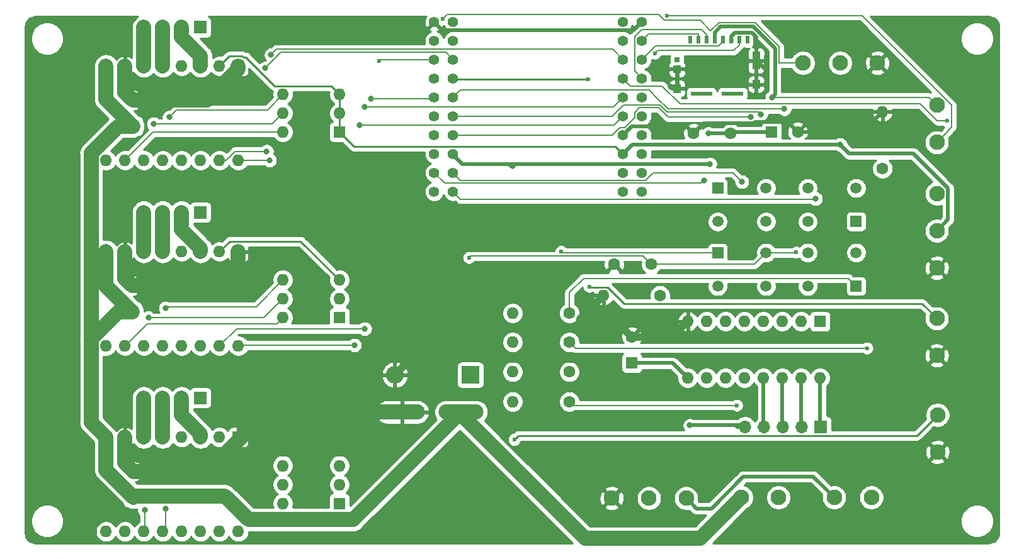
<source format=gbr>
%TF.GenerationSoftware,KiCad,Pcbnew,5.1.8-db9833491~88~ubuntu20.04.1*%
%TF.CreationDate,2020-12-18T16:20:58-07:00*%
%TF.ProjectId,iconograph-pcb,69636f6e-6f67-4726-9170-682d7063622e,rev?*%
%TF.SameCoordinates,Original*%
%TF.FileFunction,Copper,L1,Top*%
%TF.FilePolarity,Positive*%
%FSLAX46Y46*%
G04 Gerber Fmt 4.6, Leading zero omitted, Abs format (unit mm)*
G04 Created by KiCad (PCBNEW 5.1.8-db9833491~88~ubuntu20.04.1) date 2020-12-18 16:20:58*
%MOMM*%
%LPD*%
G01*
G04 APERTURE LIST*
%TA.AperFunction,ComponentPad*%
%ADD10C,2.100000*%
%TD*%
%TA.AperFunction,ComponentPad*%
%ADD11O,1.600000X1.600000*%
%TD*%
%TA.AperFunction,ComponentPad*%
%ADD12R,1.600000X1.600000*%
%TD*%
%TA.AperFunction,ComponentPad*%
%ADD13C,1.400000*%
%TD*%
%TA.AperFunction,ComponentPad*%
%ADD14C,1.498000*%
%TD*%
%TA.AperFunction,ComponentPad*%
%ADD15R,1.498000X1.498000*%
%TD*%
%TA.AperFunction,ComponentPad*%
%ADD16C,1.600000*%
%TD*%
%TA.AperFunction,ComponentPad*%
%ADD17O,1.700000X1.700000*%
%TD*%
%TA.AperFunction,ComponentPad*%
%ADD18R,1.700000X1.700000*%
%TD*%
%TA.AperFunction,SMDPad,CuDef*%
%ADD19R,2.921000X0.558800*%
%TD*%
%TA.AperFunction,SMDPad,CuDef*%
%ADD20R,1.041400X2.387600*%
%TD*%
%TA.AperFunction,SMDPad,CuDef*%
%ADD21R,1.041400X1.193800*%
%TD*%
%TA.AperFunction,SMDPad,CuDef*%
%ADD22R,1.041400X1.092200*%
%TD*%
%TA.AperFunction,SMDPad,CuDef*%
%ADD23R,0.711200X0.787400*%
%TD*%
%TA.AperFunction,SMDPad,CuDef*%
%ADD24R,0.508000X0.990600*%
%TD*%
%TA.AperFunction,ComponentPad*%
%ADD25O,6.030000X2.070000*%
%TD*%
%TA.AperFunction,ComponentPad*%
%ADD26O,2.400000X2.400000*%
%TD*%
%TA.AperFunction,ComponentPad*%
%ADD27R,2.400000X2.400000*%
%TD*%
%TA.AperFunction,ViaPad*%
%ADD28C,0.800000*%
%TD*%
%TA.AperFunction,ViaPad*%
%ADD29C,0.600000*%
%TD*%
%TA.AperFunction,Conductor*%
%ADD30C,0.200000*%
%TD*%
%TA.AperFunction,Conductor*%
%ADD31C,2.000000*%
%TD*%
%TA.AperFunction,Conductor*%
%ADD32C,1.000000*%
%TD*%
%TA.AperFunction,Conductor*%
%ADD33C,0.500000*%
%TD*%
%TA.AperFunction,Conductor*%
%ADD34C,0.250000*%
%TD*%
%TA.AperFunction,Conductor*%
%ADD35C,0.254000*%
%TD*%
%TA.AperFunction,Conductor*%
%ADD36C,0.100000*%
%TD*%
G04 APERTURE END LIST*
D10*
%TO.P,J14,3*%
%TO.N,+5V*%
X155900000Y-104300000D03*
%TO.P,J14,2*%
%TO.N,+3V3*%
X150900000Y-104300000D03*
%TO.P,J14,1*%
%TO.N,GND*%
X145900000Y-104300000D03*
%TD*%
%TO.P,J5,3*%
%TO.N,GPIO_3*%
X171600000Y-45700000D03*
%TO.P,J5,2*%
%TO.N,+5V*%
X176600000Y-45700000D03*
%TO.P,J5,1*%
%TO.N,GND*%
X181600000Y-45700000D03*
%TD*%
%TO.P,J2,3*%
%TO.N,GPIO_2*%
X189600000Y-63300000D03*
%TO.P,J2,2*%
%TO.N,+5V*%
X189600000Y-68300000D03*
%TO.P,J2,1*%
%TO.N,GND*%
X189600000Y-73300000D03*
%TD*%
D11*
%TO.P,U2,16*%
%TO.N,Net-(J7-Pad1)*%
X173900000Y-88120000D03*
%TO.P,U2,8*%
%TO.N,GND*%
X156120000Y-80500000D03*
%TO.P,U2,15*%
%TO.N,Net-(J7-Pad2)*%
X171360000Y-88120000D03*
%TO.P,U2,7*%
%TO.N,N/C*%
X158660000Y-80500000D03*
%TO.P,U2,14*%
%TO.N,Net-(J7-Pad3)*%
X168820000Y-88120000D03*
%TO.P,U2,6*%
%TO.N,T5_SIGNAL*%
X161200000Y-80500000D03*
%TO.P,U2,13*%
%TO.N,Net-(J7-Pad4)*%
X166280000Y-88120000D03*
%TO.P,U2,5*%
%TO.N,T4_SIGNAL*%
X163740000Y-80500000D03*
%TO.P,U2,12*%
%TO.N,T4_OUT*%
X163740000Y-88120000D03*
%TO.P,U2,4*%
%TO.N,T3_SIGNAL*%
X166280000Y-80500000D03*
%TO.P,U2,11*%
%TO.N,T5_OUT*%
X161200000Y-88120000D03*
%TO.P,U2,3*%
%TO.N,T2_SIGNAL*%
X168820000Y-80500000D03*
%TO.P,U2,10*%
%TO.N,N/C*%
X158660000Y-88120000D03*
%TO.P,U2,2*%
%TO.N,T1_SIGNAL*%
X171360000Y-80500000D03*
%TO.P,U2,9*%
%TO.N,+5V*%
X156120000Y-88120000D03*
D12*
%TO.P,U2,1*%
%TO.N,T0_SIGNAL*%
X173900000Y-80500000D03*
%TD*%
D13*
%TO.P,U1,2*%
%TO.N,N/C*%
X124570000Y-40170000D03*
%TO.P,U1,1*%
%TO.N,GND*%
X122030000Y-40170000D03*
%TO.P,U1,3*%
%TO.N,N/C*%
X122030000Y-42710000D03*
%TO.P,U1,4*%
%TO.N,BUTTONS*%
X124570000Y-42710000D03*
%TO.P,U1,5*%
%TO.N,DIR2*%
X122030000Y-45250000D03*
%TO.P,U1,6*%
%TO.N,STEP0*%
X124570000Y-45250000D03*
%TO.P,U1,7*%
%TO.N,FSR*%
X122030000Y-47790000D03*
%TO.P,U1,8*%
%TO.N,GPIO_1*%
X124570000Y-47790000D03*
%TO.P,U1,9*%
%TO.N,STEP2*%
X122030000Y-50330000D03*
%TO.P,U1,10*%
%TO.N,T1_SIGNAL*%
X124570000Y-50330000D03*
%TO.P,U1,11*%
%TO.N,GPIO_3*%
X122030000Y-52870000D03*
%TO.P,U1,12*%
%TO.N,T2_SIGNAL*%
X124570000Y-52870000D03*
%TO.P,U1,13*%
%TO.N,GPIO_0*%
X122030000Y-55410000D03*
%TO.P,U1,14*%
%TO.N,T3_SIGNAL*%
X124570000Y-55410000D03*
%TO.P,U1,15*%
%TO.N,N/C*%
X122030000Y-57950000D03*
%TO.P,U1,16*%
%TO.N,+3V3*%
X124570000Y-57950000D03*
%TO.P,U1,17*%
%TO.N,T5_SIGNAL*%
X122030000Y-60490000D03*
%TO.P,U1,18*%
%TO.N,T4_SIGNAL*%
X124570000Y-60490000D03*
%TO.P,U1,19*%
%TO.N,N/C*%
X122030000Y-63030000D03*
%TO.P,U1,20*%
%TO.N,T0_SIGNAL*%
X124570000Y-63030000D03*
%TO.P,U1,21*%
%TO.N,N/C*%
X147430000Y-40170000D03*
%TO.P,U1,22*%
%TO.N,GND*%
X149970000Y-40170000D03*
%TO.P,U1,23*%
%TO.N,N/C*%
X147430000Y-42710000D03*
%TO.P,U1,24*%
%TO.N,SD_CS*%
X149970000Y-42710000D03*
%TO.P,U1,25*%
%TO.N,DIR0*%
X147430000Y-45250000D03*
%TO.P,U1,26*%
%TO.N,SD_CLK*%
X149970000Y-45250000D03*
%TO.P,U1,27*%
%TO.N,GPIO_2*%
X147430000Y-47790000D03*
%TO.P,U1,28*%
%TO.N,SD_MOSI*%
X149970000Y-47790000D03*
%TO.P,U1,29*%
%TO.N,STEP1*%
X147430000Y-50330000D03*
%TO.P,U1,30*%
%TO.N,SD_MISO*%
X149970000Y-50330000D03*
%TO.P,U1,31*%
%TO.N,DIR1*%
X147430000Y-52870000D03*
%TO.P,U1,32*%
%TO.N,N/C*%
X149970000Y-52870000D03*
%TO.P,U1,33*%
%TO.N,GND*%
X147430000Y-55410000D03*
%TO.P,U1,34*%
%TO.N,N/C*%
X149970000Y-55410000D03*
%TO.P,U1,35*%
%TO.N,+5V*%
X147430000Y-57950000D03*
%TO.P,U1,36*%
%TO.N,N/C*%
X149970000Y-57950000D03*
%TO.P,U1,37*%
X147430000Y-60490000D03*
%TO.P,U1,38*%
X149970000Y-60490000D03*
%TO.P,U1,39*%
X147430000Y-63030000D03*
%TO.P,U1,40*%
X149970000Y-63030000D03*
%TD*%
D14*
%TO.P,SW7,2*%
%TO.N,BUTTONS*%
X172250000Y-75750000D03*
%TO.P,SW7,4*%
%TO.N,N/C*%
X172250000Y-71250000D03*
D15*
%TO.P,SW7,1*%
%TO.N,Net-(R5-Pad1)*%
X178750000Y-75750000D03*
D14*
%TO.P,SW7,3*%
%TO.N,N/C*%
X178750000Y-71250000D03*
%TD*%
%TO.P,SW6,2*%
%TO.N,BUTTONS*%
X172250000Y-67050000D03*
%TO.P,SW6,4*%
%TO.N,N/C*%
X172250000Y-62550000D03*
D15*
%TO.P,SW6,1*%
%TO.N,Net-(R4-Pad1)*%
X178750000Y-67050000D03*
D14*
%TO.P,SW6,3*%
%TO.N,N/C*%
X178750000Y-62550000D03*
%TD*%
%TO.P,SW5,2*%
%TO.N,BUTTONS*%
X166650000Y-71250000D03*
%TO.P,SW5,4*%
%TO.N,N/C*%
X166650000Y-75750000D03*
D15*
%TO.P,SW5,1*%
%TO.N,Net-(R3-Pad1)*%
X160150000Y-71250000D03*
D14*
%TO.P,SW5,3*%
%TO.N,N/C*%
X160150000Y-75750000D03*
%TD*%
%TO.P,SW4,2*%
%TO.N,BUTTONS*%
X166650000Y-62550000D03*
%TO.P,SW4,4*%
%TO.N,N/C*%
X166650000Y-67050000D03*
D15*
%TO.P,SW4,1*%
%TO.N,Net-(R2-Pad1)*%
X160150000Y-62550000D03*
D14*
%TO.P,SW4,3*%
%TO.N,N/C*%
X160150000Y-67050000D03*
%TD*%
D11*
%TO.P,SW3,6*%
%TO.N,Net-(A3-Pad10)*%
X101680000Y-80000000D03*
%TO.P,SW3,3*%
%TO.N,+5V*%
X109300000Y-74920000D03*
%TO.P,SW3,5*%
%TO.N,Net-(A3-Pad11)*%
X101680000Y-77460000D03*
%TO.P,SW3,2*%
%TO.N,+5V*%
X109300000Y-77460000D03*
%TO.P,SW3,4*%
%TO.N,Net-(A3-Pad12)*%
X101680000Y-74920000D03*
D12*
%TO.P,SW3,1*%
%TO.N,+5V*%
X109300000Y-80000000D03*
%TD*%
D11*
%TO.P,SW2,6*%
%TO.N,Net-(A2-Pad10)*%
X101680000Y-105000000D03*
%TO.P,SW2,3*%
%TO.N,+5V*%
X109300000Y-99920000D03*
%TO.P,SW2,5*%
%TO.N,Net-(A2-Pad11)*%
X101680000Y-102460000D03*
%TO.P,SW2,2*%
%TO.N,+5V*%
X109300000Y-102460000D03*
%TO.P,SW2,4*%
%TO.N,Net-(A2-Pad12)*%
X101680000Y-99920000D03*
D12*
%TO.P,SW2,1*%
%TO.N,+5V*%
X109300000Y-105000000D03*
%TD*%
D11*
%TO.P,SW1,6*%
%TO.N,Net-(A1-Pad10)*%
X101680000Y-55000000D03*
%TO.P,SW1,3*%
%TO.N,+5V*%
X109300000Y-49920000D03*
%TO.P,SW1,5*%
%TO.N,Net-(A1-Pad11)*%
X101680000Y-52460000D03*
%TO.P,SW1,2*%
%TO.N,+5V*%
X109300000Y-52460000D03*
%TO.P,SW1,4*%
%TO.N,Net-(A1-Pad12)*%
X101680000Y-49920000D03*
D12*
%TO.P,SW1,1*%
%TO.N,+5V*%
X109300000Y-55000000D03*
%TD*%
D11*
%TO.P,R6,2*%
%TO.N,GND*%
X144780000Y-77000000D03*
D16*
%TO.P,R6,1*%
%TO.N,BUTTONS*%
X152400000Y-77000000D03*
%TD*%
D11*
%TO.P,R5,2*%
%TO.N,+3V3*%
X132580000Y-79400000D03*
D16*
%TO.P,R5,1*%
%TO.N,Net-(R5-Pad1)*%
X140200000Y-79400000D03*
%TD*%
D11*
%TO.P,R4,2*%
%TO.N,+3V3*%
X132580000Y-83300000D03*
D16*
%TO.P,R4,1*%
%TO.N,Net-(R4-Pad1)*%
X140200000Y-83300000D03*
%TD*%
D11*
%TO.P,R3,2*%
%TO.N,+3V3*%
X132580000Y-87300000D03*
D16*
%TO.P,R3,1*%
%TO.N,Net-(R3-Pad1)*%
X140200000Y-87300000D03*
%TD*%
D11*
%TO.P,R2,2*%
%TO.N,+3V3*%
X132580000Y-91300000D03*
D16*
%TO.P,R2,1*%
%TO.N,Net-(R2-Pad1)*%
X140200000Y-91300000D03*
%TD*%
D11*
%TO.P,R1,2*%
%TO.N,GND*%
X182300000Y-52280000D03*
D16*
%TO.P,R1,1*%
%TO.N,FSR*%
X182300000Y-59900000D03*
%TD*%
D17*
%TO.P,J13,4*%
%TO.N,Net-(A3-Pad6)*%
X82980000Y-65800000D03*
%TO.P,J13,3*%
%TO.N,Net-(A3-Pad5)*%
X85520000Y-65800000D03*
%TO.P,J13,2*%
%TO.N,Net-(A3-Pad3)*%
X88060000Y-65800000D03*
D18*
%TO.P,J13,1*%
%TO.N,Net-(A3-Pad4)*%
X90600000Y-65800000D03*
%TD*%
D17*
%TO.P,J12,4*%
%TO.N,Net-(A2-Pad6)*%
X82980000Y-90800000D03*
%TO.P,J12,3*%
%TO.N,Net-(A2-Pad5)*%
X85520000Y-90800000D03*
%TO.P,J12,2*%
%TO.N,Net-(A2-Pad3)*%
X88060000Y-90800000D03*
D18*
%TO.P,J12,1*%
%TO.N,Net-(A2-Pad4)*%
X90600000Y-90800000D03*
%TD*%
D17*
%TO.P,J11,4*%
%TO.N,Net-(A1-Pad6)*%
X82980000Y-40900000D03*
%TO.P,J11,3*%
%TO.N,Net-(A1-Pad5)*%
X85520000Y-40900000D03*
%TO.P,J11,2*%
%TO.N,Net-(A1-Pad3)*%
X88060000Y-40900000D03*
D18*
%TO.P,J11,1*%
%TO.N,Net-(A1-Pad4)*%
X90600000Y-40900000D03*
%TD*%
D19*
%TO.P,J10,15*%
%TO.N,N/C*%
X157955000Y-49817300D03*
%TO.P,J10,14*%
X162145000Y-49817300D03*
D20*
%TO.P,J10,G4*%
%TO.N,GND*%
X165325001Y-45387299D03*
D21*
%TO.P,J10,G3*%
X165324965Y-48572299D03*
%TO.P,J10,G2*%
X154674999Y-49142300D03*
D22*
%TO.P,J10,G1*%
X154674999Y-46532300D03*
D23*
%TO.P,J10,P9*%
%TO.N,N/C*%
X154690000Y-45262300D03*
D24*
%TO.P,J10,P8*%
X164149999Y-42582301D03*
%TO.P,J10,P7*%
%TO.N,SD_MISO*%
X163050002Y-42582301D03*
%TO.P,J10,P6*%
%TO.N,GND*%
X161950001Y-42582301D03*
%TO.P,J10,P5*%
%TO.N,SD_CLK*%
X160850001Y-42582301D03*
%TO.P,J10,P4*%
%TO.N,+3V3*%
X159750000Y-42582301D03*
%TO.P,J10,P3*%
%TO.N,SD_MOSI*%
X158650000Y-42582301D03*
%TO.P,J10,P2*%
%TO.N,SD_CS*%
X157550000Y-42582301D03*
%TO.P,J10,P1*%
%TO.N,N/C*%
X156449999Y-42582301D03*
%TD*%
D10*
%TO.P,J9,2*%
%TO.N,T5_OUT*%
X168300000Y-104200000D03*
%TO.P,J9,1*%
%TO.N,VCC*%
X163300000Y-104200000D03*
%TD*%
%TO.P,J8,2*%
%TO.N,T4_OUT*%
X180800000Y-104200000D03*
%TO.P,J8,1*%
%TO.N,+5V*%
X175800000Y-104200000D03*
%TD*%
D17*
%TO.P,J7,5*%
%TO.N,+5V*%
X163840000Y-94700000D03*
%TO.P,J7,4*%
%TO.N,Net-(J7-Pad4)*%
X166380000Y-94700000D03*
%TO.P,J7,3*%
%TO.N,Net-(J7-Pad3)*%
X168920000Y-94700000D03*
%TO.P,J7,2*%
%TO.N,Net-(J7-Pad2)*%
X171460000Y-94700000D03*
D18*
%TO.P,J7,1*%
%TO.N,Net-(J7-Pad1)*%
X174000000Y-94700000D03*
%TD*%
D10*
%TO.P,J6,2*%
%TO.N,+3V3*%
X189600000Y-51400000D03*
%TO.P,J6,1*%
%TO.N,FSR*%
X189600000Y-56400000D03*
%TD*%
%TO.P,J4,2*%
%TO.N,GPIO_1*%
X189600000Y-80100000D03*
%TO.P,J4,1*%
%TO.N,GND*%
X189600000Y-85100000D03*
%TD*%
D25*
%TO.P,J3,2*%
%TO.N,GND*%
X117750000Y-92700000D03*
%TO.P,J3,1*%
%TO.N,VCC*%
X125650000Y-92700000D03*
%TD*%
D10*
%TO.P,J1,2*%
%TO.N,GPIO_0*%
X189700000Y-93100000D03*
%TO.P,J1,1*%
%TO.N,GND*%
X189700000Y-98100000D03*
%TD*%
D26*
%TO.P,D1,2*%
%TO.N,GND*%
X116740000Y-87700000D03*
D27*
%TO.P,D1,1*%
%TO.N,VCC*%
X126900000Y-87700000D03*
%TD*%
D16*
%TO.P,C7,2*%
%TO.N,GND*%
X170900000Y-55000000D03*
D12*
%TO.P,C7,1*%
%TO.N,+3V3*%
X167400000Y-55000000D03*
%TD*%
D16*
%TO.P,C6,2*%
%TO.N,GND*%
X156900000Y-55200000D03*
%TO.P,C6,1*%
%TO.N,+3V3*%
X161900000Y-55200000D03*
%TD*%
%TO.P,C5,2*%
%TO.N,GND*%
X146200000Y-72800000D03*
%TO.P,C5,1*%
%TO.N,BUTTONS*%
X151200000Y-72800000D03*
%TD*%
%TO.P,C4,2*%
%TO.N,GND*%
X81400000Y-75700000D03*
D12*
%TO.P,C4,1*%
%TO.N,VCC*%
X81400000Y-79200000D03*
%TD*%
D16*
%TO.P,C3,2*%
%TO.N,GND*%
X81600000Y-100700000D03*
D12*
%TO.P,C3,1*%
%TO.N,VCC*%
X81600000Y-104200000D03*
%TD*%
D16*
%TO.P,C2,2*%
%TO.N,GND*%
X81500000Y-50700000D03*
D12*
%TO.P,C2,1*%
%TO.N,VCC*%
X81500000Y-54200000D03*
%TD*%
D16*
%TO.P,C1,2*%
%TO.N,GND*%
X148600000Y-82600000D03*
D12*
%TO.P,C1,1*%
%TO.N,+5V*%
X148600000Y-86100000D03*
%TD*%
D11*
%TO.P,A3,16*%
%TO.N,DIR1*%
X95700000Y-83800000D03*
%TO.P,A3,8*%
%TO.N,VCC*%
X77920000Y-71100000D03*
%TO.P,A3,15*%
%TO.N,STEP1*%
X93160000Y-83800000D03*
%TO.P,A3,7*%
%TO.N,GND*%
X80460000Y-71100000D03*
%TO.P,A3,14*%
%TO.N,+5V*%
X90620000Y-83800000D03*
%TO.P,A3,6*%
%TO.N,Net-(A3-Pad6)*%
X83000000Y-71100000D03*
%TO.P,A3,13*%
%TO.N,+5V*%
X88080000Y-83800000D03*
%TO.P,A3,5*%
%TO.N,Net-(A3-Pad5)*%
X85540000Y-71100000D03*
%TO.P,A3,12*%
%TO.N,Net-(A3-Pad12)*%
X85540000Y-83800000D03*
%TO.P,A3,4*%
%TO.N,Net-(A3-Pad4)*%
X88080000Y-71100000D03*
%TO.P,A3,11*%
%TO.N,Net-(A3-Pad11)*%
X83000000Y-83800000D03*
%TO.P,A3,3*%
%TO.N,Net-(A3-Pad3)*%
X90620000Y-71100000D03*
%TO.P,A3,10*%
%TO.N,Net-(A3-Pad10)*%
X80460000Y-83800000D03*
%TO.P,A3,2*%
%TO.N,+5V*%
X93160000Y-71100000D03*
%TO.P,A3,9*%
%TO.N,N/C*%
X77920000Y-83800000D03*
D12*
%TO.P,A3,1*%
%TO.N,GND*%
X95700000Y-71100000D03*
%TD*%
D11*
%TO.P,A2,16*%
%TO.N,DIR2*%
X95700000Y-108800000D03*
%TO.P,A2,8*%
%TO.N,VCC*%
X77920000Y-96100000D03*
%TO.P,A2,15*%
%TO.N,STEP2*%
X93160000Y-108800000D03*
%TO.P,A2,7*%
%TO.N,GND*%
X80460000Y-96100000D03*
%TO.P,A2,14*%
%TO.N,+5V*%
X90620000Y-108800000D03*
%TO.P,A2,6*%
%TO.N,Net-(A2-Pad6)*%
X83000000Y-96100000D03*
%TO.P,A2,13*%
%TO.N,+5V*%
X88080000Y-108800000D03*
%TO.P,A2,5*%
%TO.N,Net-(A2-Pad5)*%
X85540000Y-96100000D03*
%TO.P,A2,12*%
%TO.N,Net-(A2-Pad12)*%
X85540000Y-108800000D03*
%TO.P,A2,4*%
%TO.N,Net-(A2-Pad4)*%
X88080000Y-96100000D03*
%TO.P,A2,11*%
%TO.N,Net-(A2-Pad11)*%
X83000000Y-108800000D03*
%TO.P,A2,3*%
%TO.N,Net-(A2-Pad3)*%
X90620000Y-96100000D03*
%TO.P,A2,10*%
%TO.N,Net-(A2-Pad10)*%
X80460000Y-108800000D03*
%TO.P,A2,2*%
%TO.N,+5V*%
X93160000Y-96100000D03*
%TO.P,A2,9*%
%TO.N,N/C*%
X77920000Y-108800000D03*
D12*
%TO.P,A2,1*%
%TO.N,GND*%
X95700000Y-96100000D03*
%TD*%
D11*
%TO.P,A1,16*%
%TO.N,DIR0*%
X95700000Y-58800000D03*
%TO.P,A1,8*%
%TO.N,VCC*%
X77920000Y-46100000D03*
%TO.P,A1,15*%
%TO.N,STEP0*%
X93160000Y-58800000D03*
%TO.P,A1,7*%
%TO.N,GND*%
X80460000Y-46100000D03*
%TO.P,A1,14*%
%TO.N,+5V*%
X90620000Y-58800000D03*
%TO.P,A1,6*%
%TO.N,Net-(A1-Pad6)*%
X83000000Y-46100000D03*
%TO.P,A1,13*%
%TO.N,+5V*%
X88080000Y-58800000D03*
%TO.P,A1,5*%
%TO.N,Net-(A1-Pad5)*%
X85540000Y-46100000D03*
%TO.P,A1,12*%
%TO.N,Net-(A1-Pad12)*%
X85540000Y-58800000D03*
%TO.P,A1,4*%
%TO.N,Net-(A1-Pad4)*%
X88080000Y-46100000D03*
%TO.P,A1,11*%
%TO.N,Net-(A1-Pad11)*%
X83000000Y-58800000D03*
%TO.P,A1,3*%
%TO.N,Net-(A1-Pad3)*%
X90620000Y-46100000D03*
%TO.P,A1,10*%
%TO.N,Net-(A1-Pad10)*%
X80460000Y-58800000D03*
%TO.P,A1,2*%
%TO.N,+5V*%
X93160000Y-46100000D03*
%TO.P,A1,9*%
%TO.N,N/C*%
X77920000Y-58800000D03*
D12*
%TO.P,A1,1*%
%TO.N,GND*%
X95700000Y-46100000D03*
%TD*%
D28*
%TO.N,DIR0*%
X100100000Y-44600000D03*
X99900000Y-58800000D03*
%TO.N,STEP0*%
X99300000Y-46400000D03*
X99500000Y-57600000D03*
%TO.N,GND*%
X166600000Y-47300000D03*
X153782304Y-48917243D03*
%TO.N,+5V*%
X176600000Y-56700000D03*
X156400000Y-94500000D03*
%TO.N,Net-(A1-Pad12)*%
X86400000Y-53000000D03*
%TO.N,Net-(A1-Pad11)*%
X84300000Y-53900000D03*
D29*
%TO.N,DIR2*%
X114600000Y-45400000D03*
D28*
%TO.N,STEP2*%
X113500000Y-50500000D03*
%TO.N,Net-(A2-Pad12)*%
X85900000Y-105700000D03*
%TO.N,Net-(A2-Pad11)*%
X83100000Y-105900000D03*
%TO.N,DIR1*%
X112000000Y-54100000D03*
X111300000Y-83700000D03*
%TO.N,STEP1*%
X112700000Y-51600000D03*
X112700010Y-81500000D03*
%TO.N,Net-(A3-Pad12)*%
X85900000Y-78700000D03*
%TO.N,Net-(A3-Pad11)*%
X83600000Y-80000000D03*
D29*
%TO.N,BUTTONS*%
X126700000Y-71900000D03*
X170700000Y-71200000D03*
D28*
%TO.N,+3V3*%
X158900000Y-55200000D03*
X159100000Y-59300000D03*
X132600000Y-59600000D03*
X167440384Y-50359851D03*
D29*
%TO.N,GPIO_0*%
X132800000Y-96400000D03*
%TO.N,GPIO_2*%
X190999990Y-53475728D03*
%TO.N,GPIO_1*%
X142900000Y-75800000D03*
X142700000Y-47900000D03*
%TO.N,GPIO_3*%
X123200000Y-39770009D03*
%TO.N,FSR*%
X153300000Y-39325000D03*
%TO.N,SD_MISO*%
X151700000Y-44400000D03*
%TO.N,Net-(R2-Pad1)*%
X162700000Y-91800000D03*
%TO.N,Net-(R3-Pad1)*%
X139100000Y-71099989D03*
%TO.N,Net-(R4-Pad1)*%
X180199999Y-84099999D03*
D28*
%TO.N,T4_SIGNAL*%
X163400000Y-61700000D03*
%TO.N,T3_SIGNAL*%
X164600000Y-53000021D03*
%TO.N,T2_SIGNAL*%
X165963900Y-52600010D03*
%TO.N,T5_SIGNAL*%
X158300000Y-61500000D03*
%TO.N,T1_SIGNAL*%
X169100000Y-51900000D03*
%TO.N,T0_SIGNAL*%
X173300000Y-64000000D03*
%TD*%
D30*
%TO.N,DIR0*%
X99900000Y-58800000D02*
X95700000Y-58800000D01*
X100850012Y-43849988D02*
X100100000Y-44600000D01*
X147430000Y-45250000D02*
X146029988Y-43849988D01*
X146029988Y-43849988D02*
X100850012Y-43849988D01*
D31*
%TO.N,VCC*%
X77920000Y-100520000D02*
X77920000Y-96100000D01*
X81600000Y-104200000D02*
X77920000Y-100520000D01*
X79559998Y-79200000D02*
X81400000Y-79200000D01*
X75919999Y-82839999D02*
X79559998Y-79200000D01*
X75919999Y-94099999D02*
X75919999Y-82839999D01*
X77920000Y-96100000D02*
X75919999Y-94099999D01*
X79559998Y-54200000D02*
X81500000Y-54200000D01*
X75919999Y-57839999D02*
X79559998Y-54200000D01*
X75919999Y-82839999D02*
X75919999Y-57839999D01*
X77920000Y-50620000D02*
X77920000Y-46100000D01*
X81500000Y-54200000D02*
X77920000Y-50620000D01*
X77920000Y-75720000D02*
X77920000Y-71100000D01*
X81400000Y-79200000D02*
X77920000Y-75720000D01*
X126250001Y-93300001D02*
X126250001Y-93650001D01*
X125650000Y-92700000D02*
X126250001Y-93300001D01*
X126250001Y-93650001D02*
X142300000Y-109700000D01*
X157800000Y-109700000D02*
X163300000Y-104200000D01*
X142300000Y-109700000D02*
X157800000Y-109700000D01*
X81800001Y-103999999D02*
X81600000Y-104200000D01*
X111150000Y-107200000D02*
X97060002Y-107200000D01*
X97060002Y-107200000D02*
X93860001Y-103999999D01*
X125650000Y-92700000D02*
X111150000Y-107200000D01*
X93860001Y-103999999D02*
X81800001Y-103999999D01*
D30*
%TO.N,STEP0*%
X101450001Y-44249999D02*
X99300000Y-46400000D01*
X124570000Y-45250000D02*
X123569999Y-44249999D01*
X123569999Y-44249999D02*
X101450001Y-44249999D01*
X94071998Y-58800000D02*
X93160000Y-58800000D01*
X95271998Y-57600000D02*
X94071998Y-58800000D01*
X99500000Y-57600000D02*
X95271998Y-57600000D01*
D31*
%TO.N,GND*%
X80460000Y-99560000D02*
X80460000Y-96100000D01*
X81600000Y-100700000D02*
X80460000Y-99560000D01*
X80460000Y-74760000D02*
X80460000Y-71100000D01*
X81400000Y-75700000D02*
X80460000Y-74760000D01*
X80460000Y-49660000D02*
X80460000Y-46100000D01*
X81500000Y-50700000D02*
X80460000Y-49660000D01*
X91520002Y-100700000D02*
X81600000Y-100700000D01*
X99520002Y-92700000D02*
X91520002Y-100700000D01*
X117750000Y-92700000D02*
X99520002Y-92700000D01*
X91520002Y-50700000D02*
X81500000Y-50700000D01*
X95700000Y-46520002D02*
X91520002Y-50700000D01*
X95700000Y-46100000D02*
X95700000Y-46520002D01*
X93900000Y-75700000D02*
X81400000Y-75700000D01*
X95700000Y-73900000D02*
X93900000Y-75700000D01*
X95700000Y-71100000D02*
X95700000Y-73900000D01*
D32*
X116740000Y-87700000D02*
X123140000Y-81300000D01*
X147300000Y-81300000D02*
X148600000Y-82600000D01*
X154020000Y-82600000D02*
X156120000Y-80500000D01*
X148600000Y-82600000D02*
X154020000Y-82600000D01*
X141600000Y-80180000D02*
X144780000Y-77000000D01*
X123140000Y-81300000D02*
X141600000Y-81300000D01*
X141600000Y-81300000D02*
X141600000Y-80180000D01*
X141600000Y-81300000D02*
X147300000Y-81300000D01*
D33*
X155959999Y-54259999D02*
X156900000Y-55200000D01*
X147430000Y-55410000D02*
X148580001Y-54259999D01*
X165325001Y-48572263D02*
X165324965Y-48572299D01*
X165325001Y-45387299D02*
X165325001Y-48572263D01*
X153359999Y-54259999D02*
X153359999Y-54140001D01*
X148580001Y-54259999D02*
X153359999Y-54259999D01*
X153359999Y-54259999D02*
X155959999Y-54259999D01*
X154674999Y-49142300D02*
X154674999Y-46532300D01*
X162436001Y-41637000D02*
X161950001Y-42123000D01*
X164764000Y-41637000D02*
X162436001Y-41637000D01*
X161950001Y-42123000D02*
X161950001Y-42582301D01*
X165325001Y-42198001D02*
X164764000Y-41637000D01*
X165325001Y-45387299D02*
X165325001Y-42198001D01*
X123180001Y-41320001D02*
X122030000Y-40170000D01*
X148819999Y-41320001D02*
X123180001Y-41320001D01*
X149970000Y-40170000D02*
X148819999Y-41320001D01*
X179580000Y-55000000D02*
X182300000Y-52280000D01*
X170900000Y-55000000D02*
X179580000Y-55000000D01*
X166600000Y-46662298D02*
X165325001Y-45387299D01*
X166600000Y-47300000D02*
X166600000Y-46662298D01*
X156900000Y-55200000D02*
X158249977Y-53850023D01*
X165008002Y-53850023D02*
X165208002Y-53650023D01*
X158249977Y-53850023D02*
X165008002Y-53850023D01*
X169550023Y-53650023D02*
X170900000Y-55000000D01*
X165208002Y-53650023D02*
X169550023Y-53650023D01*
X154674999Y-49142300D02*
X154007361Y-49142300D01*
X154007361Y-49142300D02*
X153782304Y-48917243D01*
D34*
%TO.N,+5V*%
X111224999Y-56924999D02*
X109300000Y-55000000D01*
X146404999Y-56924999D02*
X111224999Y-56924999D01*
X147430000Y-57950000D02*
X146404999Y-56924999D01*
X109300000Y-55000000D02*
X109300000Y-49920000D01*
X100580001Y-48794999D02*
X96685002Y-44900000D01*
X108174999Y-48794999D02*
X100580001Y-48794999D01*
X109300000Y-49920000D02*
X108174999Y-48794999D01*
X94485010Y-44774990D02*
X93160000Y-46100000D01*
X96248837Y-44774990D02*
X94485010Y-44774990D01*
X96373847Y-44900000D02*
X96248837Y-44774990D01*
X96685002Y-44900000D02*
X96373847Y-44900000D01*
X109300000Y-74920000D02*
X104080000Y-69700000D01*
X94560000Y-69700000D02*
X93160000Y-71100000D01*
X104080000Y-69700000D02*
X94560000Y-69700000D01*
D33*
X154100000Y-86100000D02*
X156120000Y-88120000D01*
X148600000Y-86100000D02*
X154100000Y-86100000D01*
X148680000Y-56700000D02*
X176600000Y-56700000D01*
X147430000Y-57950000D02*
X148680000Y-56700000D01*
X186420003Y-57900001D02*
X191100001Y-62579999D01*
X191100001Y-62579999D02*
X191100001Y-66799999D01*
X177800001Y-57900001D02*
X186420003Y-57900001D01*
X191100001Y-66799999D02*
X189600000Y-68300000D01*
X176600000Y-56700000D02*
X177800001Y-57900001D01*
X172999978Y-101399978D02*
X175800000Y-104200000D01*
X163598773Y-101399978D02*
X172999978Y-101399978D01*
X159298750Y-105700001D02*
X163598773Y-101399978D01*
X157300001Y-105700001D02*
X159298750Y-105700001D01*
X155900000Y-104300000D02*
X157300001Y-105700001D01*
X162700000Y-94700000D02*
X163840000Y-94700000D01*
X163640000Y-94500000D02*
X163840000Y-94700000D01*
X156400000Y-94500000D02*
X163640000Y-94500000D01*
D31*
%TO.N,Net-(A1-Pad6)*%
X83000000Y-40920000D02*
X82980000Y-40900000D01*
X83000000Y-46100000D02*
X83000000Y-40920000D01*
%TO.N,Net-(A1-Pad5)*%
X85540000Y-40920000D02*
X85520000Y-40900000D01*
X85540000Y-46100000D02*
X85540000Y-40920000D01*
D30*
%TO.N,Net-(A1-Pad12)*%
X101680000Y-49920000D02*
X99600000Y-52000000D01*
X87400000Y-52000000D02*
X86400000Y-53000000D01*
X99600000Y-52000000D02*
X87400000Y-52000000D01*
%TO.N,Net-(A1-Pad11)*%
X101680000Y-52460000D02*
X100240000Y-53900000D01*
X100240000Y-53900000D02*
X84300000Y-53900000D01*
D31*
%TO.N,Net-(A1-Pad3)*%
X90620000Y-44780002D02*
X90620000Y-46100000D01*
X88060000Y-42220002D02*
X90620000Y-44780002D01*
X88060000Y-40900000D02*
X88060000Y-42220002D01*
D30*
%TO.N,Net-(A1-Pad10)*%
X84260000Y-55000000D02*
X80460000Y-58800000D01*
X101680000Y-55000000D02*
X84260000Y-55000000D01*
%TO.N,DIR2*%
X114750000Y-45250000D02*
X114600000Y-45400000D01*
X122030000Y-45250000D02*
X114750000Y-45250000D01*
%TO.N,STEP2*%
X121860000Y-50500000D02*
X122030000Y-50330000D01*
X113500000Y-50500000D02*
X121860000Y-50500000D01*
D31*
%TO.N,Net-(A2-Pad6)*%
X83000000Y-90820000D02*
X82980000Y-90800000D01*
X83000000Y-96100000D02*
X83000000Y-90820000D01*
%TO.N,Net-(A2-Pad5)*%
X85540000Y-90820000D02*
X85520000Y-90800000D01*
X85540000Y-96100000D02*
X85540000Y-90820000D01*
D30*
%TO.N,Net-(A2-Pad12)*%
X85900000Y-108440000D02*
X85540000Y-108800000D01*
X85900000Y-105700000D02*
X85900000Y-108440000D01*
%TO.N,Net-(A2-Pad11)*%
X83100000Y-108700000D02*
X83000000Y-108800000D01*
X83100000Y-105900000D02*
X83100000Y-108700000D01*
D31*
%TO.N,Net-(A2-Pad3)*%
X88060000Y-93119998D02*
X90620000Y-95679998D01*
X90620000Y-95679998D02*
X90620000Y-96100000D01*
X88060000Y-90800000D02*
X88060000Y-93119998D01*
D30*
%TO.N,DIR1*%
X146200000Y-54100000D02*
X112000000Y-54100000D01*
X147430000Y-52870000D02*
X146200000Y-54100000D01*
X95800000Y-83700000D02*
X95700000Y-83800000D01*
X111300000Y-83700000D02*
X95800000Y-83700000D01*
%TO.N,STEP1*%
X146160000Y-51600000D02*
X112700000Y-51600000D01*
X147430000Y-50330000D02*
X146160000Y-51600000D01*
X93160000Y-83800000D02*
X95460000Y-81500000D01*
X95460000Y-81500000D02*
X112700010Y-81500000D01*
D31*
%TO.N,Net-(A3-Pad6)*%
X83000000Y-65820000D02*
X82980000Y-65800000D01*
X83000000Y-71100000D02*
X83000000Y-65820000D01*
%TO.N,Net-(A3-Pad5)*%
X85540000Y-65820000D02*
X85520000Y-65800000D01*
X85540000Y-71100000D02*
X85540000Y-65820000D01*
D30*
%TO.N,Net-(A3-Pad12)*%
X101680000Y-74920000D02*
X98100000Y-78500000D01*
X86100000Y-78500000D02*
X85900000Y-78700000D01*
X98100000Y-78500000D02*
X86100000Y-78500000D01*
%TO.N,Net-(A3-Pad11)*%
X99140000Y-80000000D02*
X83600000Y-80000000D01*
X101680000Y-77460000D02*
X99140000Y-80000000D01*
D31*
%TO.N,Net-(A3-Pad3)*%
X90620000Y-70679998D02*
X90620000Y-71100000D01*
X88060000Y-68119998D02*
X90620000Y-70679998D01*
X88060000Y-65800000D02*
X88060000Y-68119998D01*
D30*
%TO.N,Net-(A3-Pad10)*%
X100880001Y-80799999D02*
X83460001Y-80799999D01*
X101680000Y-80000000D02*
X100880001Y-80799999D01*
X83460001Y-80799999D02*
X81259999Y-83000001D01*
X81259999Y-83000001D02*
X80460000Y-83800000D01*
%TO.N,BUTTONS*%
X126900001Y-71699999D02*
X126700000Y-71900000D01*
X150099999Y-71699999D02*
X126900001Y-71699999D01*
X151200000Y-72800000D02*
X150099999Y-71699999D01*
X165100000Y-72800000D02*
X166650000Y-71250000D01*
X151200000Y-72800000D02*
X165100000Y-72800000D01*
X170650000Y-71250000D02*
X170700000Y-71200000D01*
X166650000Y-71250000D02*
X170650000Y-71250000D01*
D33*
%TO.N,+3V3*%
X162100000Y-55000000D02*
X161900000Y-55200000D01*
X167400000Y-55000000D02*
X162100000Y-55000000D01*
X161900000Y-55200000D02*
X158900000Y-55200000D01*
X124570000Y-58070000D02*
X124570000Y-57950000D01*
X125800000Y-59300000D02*
X124570000Y-58070000D01*
X167840383Y-49959852D02*
X167440384Y-50359851D01*
D30*
X167450234Y-50350001D02*
X167440384Y-50359851D01*
D33*
X160537001Y-40800000D02*
X164916965Y-40800000D01*
X167840383Y-43723418D02*
X167840383Y-49959852D01*
X164916965Y-40800000D02*
X167840383Y-43723418D01*
X159750000Y-41587001D02*
X160537001Y-40800000D01*
X159750000Y-42582301D02*
X159750000Y-41587001D01*
D30*
X188550001Y-50350001D02*
X167450234Y-50350001D01*
X189600000Y-51400000D02*
X188550001Y-50350001D01*
D33*
X132300000Y-59600000D02*
X132000000Y-59300000D01*
X132600000Y-59600000D02*
X132300000Y-59600000D01*
X132000000Y-59300000D02*
X125800000Y-59300000D01*
X159100000Y-59300000D02*
X132000000Y-59300000D01*
D34*
%TO.N,GPIO_0*%
X186924999Y-95875001D02*
X189700000Y-93100000D01*
X133324999Y-95875001D02*
X186924999Y-95875001D01*
X132800000Y-96400000D02*
X133324999Y-95875001D01*
D30*
%TO.N,GPIO_2*%
X152665098Y-48790001D02*
X155055096Y-51179999D01*
X147430000Y-47790000D02*
X148430001Y-48790001D01*
X148430001Y-48790001D02*
X152665098Y-48790001D01*
X155055096Y-51179999D02*
X187381997Y-51179999D01*
X187381997Y-51179999D02*
X189677726Y-53475728D01*
X189677726Y-53475728D02*
X190999990Y-53475728D01*
D34*
%TO.N,GPIO_1*%
X142974999Y-75874999D02*
X142900000Y-75800000D01*
X145320001Y-75874999D02*
X142974999Y-75874999D01*
X147570003Y-78125001D02*
X145320001Y-75874999D01*
X187625001Y-78125001D02*
X147570003Y-78125001D01*
X189600000Y-80100000D02*
X187625001Y-78125001D01*
X124680000Y-47900000D02*
X124570000Y-47790000D01*
X142700000Y-47900000D02*
X124680000Y-47900000D01*
D30*
%TO.N,GPIO_3*%
X153011998Y-39925002D02*
X152256995Y-39169999D01*
X159199990Y-41359180D02*
X157765812Y-39925002D01*
X168390393Y-43495597D02*
X165144786Y-40249990D01*
X123800010Y-39169999D02*
X123200000Y-39770009D01*
X157765812Y-39925002D02*
X153011998Y-39925002D01*
X160309180Y-40249990D02*
X159199990Y-41359180D01*
X165144786Y-40249990D02*
X160309180Y-40249990D01*
X168390393Y-45700000D02*
X168390393Y-43495597D01*
X171600000Y-45700000D02*
X168390393Y-45700000D01*
X152256995Y-39169999D02*
X123800010Y-39169999D01*
%TO.N,FSR*%
X189600000Y-56400000D02*
X191100000Y-54900000D01*
X191100000Y-54900000D02*
X191100000Y-54800000D01*
X191100000Y-54800000D02*
X191600000Y-54300000D01*
X191600000Y-51401998D02*
X179523002Y-39325000D01*
X179523002Y-39325000D02*
X153300000Y-39325000D01*
X191600000Y-54300000D02*
X191600000Y-51401998D01*
D33*
%TO.N,Net-(J7-Pad4)*%
X166280000Y-94600000D02*
X166380000Y-94700000D01*
X166280000Y-88120000D02*
X166280000Y-94600000D01*
%TO.N,Net-(J7-Pad3)*%
X168820000Y-94600000D02*
X168920000Y-94700000D01*
X168820000Y-88120000D02*
X168820000Y-94600000D01*
%TO.N,Net-(J7-Pad2)*%
X171360000Y-94600000D02*
X171460000Y-94700000D01*
X171360000Y-88120000D02*
X171360000Y-94600000D01*
%TO.N,Net-(J7-Pad1)*%
X173900000Y-94600000D02*
X174000000Y-94700000D01*
X173900000Y-88120000D02*
X173900000Y-94600000D01*
D30*
%TO.N,SD_MISO*%
X163050002Y-43277601D02*
X162327603Y-44000000D01*
X163050002Y-42582301D02*
X163050002Y-43277601D01*
X152100000Y-44000000D02*
X151700000Y-44400000D01*
X162327603Y-44000000D02*
X152100000Y-44000000D01*
%TO.N,SD_CLK*%
X149970000Y-45250000D02*
X151820000Y-43400000D01*
X160850001Y-42771602D02*
X160850001Y-42582301D01*
X160221603Y-43400000D02*
X160850001Y-42771602D01*
X151820000Y-43400000D02*
X160221603Y-43400000D01*
%TO.N,SD_MOSI*%
X158650000Y-41887001D02*
X157962999Y-41200000D01*
X158650000Y-42582301D02*
X158650000Y-41887001D01*
X157962999Y-41200000D02*
X149900000Y-41200000D01*
X148969999Y-46789999D02*
X149970000Y-47790000D01*
X148969999Y-42130001D02*
X148969999Y-46789999D01*
X149900000Y-41200000D02*
X148969999Y-42130001D01*
%TO.N,SD_CS*%
X157449999Y-41787000D02*
X157550000Y-41887001D01*
X157550000Y-41887001D02*
X157550000Y-42582301D01*
X150893000Y-41787000D02*
X157449999Y-41787000D01*
X149970000Y-42710000D02*
X150893000Y-41787000D01*
%TO.N,Net-(R2-Pad1)*%
X140700000Y-91800000D02*
X140200000Y-91300000D01*
X162700000Y-91800000D02*
X140700000Y-91800000D01*
%TO.N,Net-(R3-Pad1)*%
X139250011Y-71250000D02*
X139100000Y-71099989D01*
X160150000Y-71250000D02*
X139250011Y-71250000D01*
%TO.N,Net-(R4-Pad1)*%
X140999999Y-84099999D02*
X180199999Y-84099999D01*
X140200000Y-83300000D02*
X140999999Y-84099999D01*
%TO.N,Net-(R5-Pad1)*%
X177700999Y-74700999D02*
X142099001Y-74700999D01*
X178750000Y-75750000D02*
X177700999Y-74700999D01*
X140200000Y-76600000D02*
X140200000Y-79400000D01*
X142099001Y-74700999D02*
X140200000Y-76600000D01*
%TO.N,T4_SIGNAL*%
X162190000Y-60490000D02*
X163400000Y-61700000D01*
X151450002Y-60490000D02*
X162190000Y-60490000D01*
X150450001Y-61490001D02*
X151450002Y-60490000D01*
X125570001Y-61490001D02*
X150450001Y-61490001D01*
X124570000Y-60490000D02*
X125570001Y-61490001D01*
%TO.N,T3_SIGNAL*%
X152198612Y-51730012D02*
X153468621Y-53000021D01*
X149629986Y-51730012D02*
X152198612Y-51730012D01*
X147639432Y-54409999D02*
X148969999Y-53079432D01*
X124570000Y-55410000D02*
X145949998Y-55410000D01*
X145949998Y-55410000D02*
X146949999Y-54409999D01*
X146949999Y-54409999D02*
X147639432Y-54409999D01*
X148969999Y-53079432D02*
X148969999Y-52389999D01*
X153468621Y-53000021D02*
X164600000Y-53000021D01*
X148969999Y-52389999D02*
X149629986Y-51730012D01*
%TO.N,T2_SIGNAL*%
X165663901Y-52300011D02*
X165963900Y-52600010D01*
X147489997Y-51330001D02*
X152364301Y-51330001D01*
X152364301Y-51330001D02*
X153334311Y-52300011D01*
X153334311Y-52300011D02*
X165663901Y-52300011D01*
X145949998Y-52870000D02*
X147489997Y-51330001D01*
X124570000Y-52870000D02*
X145949998Y-52870000D01*
%TO.N,T5_SIGNAL*%
X122030000Y-60490000D02*
X123439999Y-61899999D01*
X123439999Y-61899999D02*
X157900001Y-61899999D01*
X157900001Y-61899999D02*
X158300000Y-61500000D01*
%TO.N,T1_SIGNAL*%
X125570001Y-49329999D02*
X150929999Y-49329999D01*
X124570000Y-50330000D02*
X125570001Y-49329999D01*
X150929999Y-49329999D02*
X152000000Y-50400000D01*
X153500000Y-51900000D02*
X169100000Y-51900000D01*
X152000000Y-50400000D02*
X153500000Y-51900000D01*
%TO.N,T0_SIGNAL*%
X173269999Y-64030001D02*
X173300000Y-64000000D01*
X125570001Y-64030001D02*
X173269999Y-64030001D01*
X124570000Y-63030000D02*
X125570001Y-64030001D01*
%TD*%
D35*
%TO.N,GND*%
X196859659Y-39488625D02*
X197109429Y-39564035D01*
X197339792Y-39686522D01*
X197541980Y-39851422D01*
X197708286Y-40052450D01*
X197832378Y-40281954D01*
X197909531Y-40531195D01*
X197940000Y-40821088D01*
X197940001Y-108967711D01*
X197911375Y-109259660D01*
X197835965Y-109509429D01*
X197713477Y-109739794D01*
X197548579Y-109941979D01*
X197347546Y-110108288D01*
X197118046Y-110232378D01*
X196868805Y-110309531D01*
X196578911Y-110340000D01*
X159472238Y-110340000D01*
X162632367Y-107179872D01*
X192765000Y-107179872D01*
X192765000Y-107620128D01*
X192850890Y-108051925D01*
X193019369Y-108458669D01*
X193263962Y-108824729D01*
X193575271Y-109136038D01*
X193941331Y-109380631D01*
X194348075Y-109549110D01*
X194779872Y-109635000D01*
X195220128Y-109635000D01*
X195651925Y-109549110D01*
X196058669Y-109380631D01*
X196424729Y-109136038D01*
X196736038Y-108824729D01*
X196980631Y-108458669D01*
X197149110Y-108051925D01*
X197235000Y-107620128D01*
X197235000Y-107179872D01*
X197149110Y-106748075D01*
X196980631Y-106341331D01*
X196736038Y-105975271D01*
X196424729Y-105663962D01*
X196058669Y-105419369D01*
X195651925Y-105250890D01*
X195220128Y-105165000D01*
X194779872Y-105165000D01*
X194348075Y-105250890D01*
X193941331Y-105419369D01*
X193575271Y-105663962D01*
X193263962Y-105975271D01*
X193019369Y-106341331D01*
X192850890Y-106748075D01*
X192765000Y-107179872D01*
X162632367Y-107179872D01*
X164161027Y-105651213D01*
X164374125Y-105508825D01*
X164608825Y-105274125D01*
X164793228Y-104998147D01*
X164920246Y-104691496D01*
X164985000Y-104365958D01*
X164985000Y-104034042D01*
X166615000Y-104034042D01*
X166615000Y-104365958D01*
X166679754Y-104691496D01*
X166806772Y-104998147D01*
X166991175Y-105274125D01*
X167225875Y-105508825D01*
X167501853Y-105693228D01*
X167808504Y-105820246D01*
X168134042Y-105885000D01*
X168465958Y-105885000D01*
X168791496Y-105820246D01*
X169098147Y-105693228D01*
X169374125Y-105508825D01*
X169608825Y-105274125D01*
X169793228Y-104998147D01*
X169920246Y-104691496D01*
X169985000Y-104365958D01*
X169985000Y-104034042D01*
X169920246Y-103708504D01*
X169793228Y-103401853D01*
X169608825Y-103125875D01*
X169374125Y-102891175D01*
X169098147Y-102706772D01*
X168791496Y-102579754D01*
X168465958Y-102515000D01*
X168134042Y-102515000D01*
X167808504Y-102579754D01*
X167501853Y-102706772D01*
X167225875Y-102891175D01*
X166991175Y-103125875D01*
X166806772Y-103401853D01*
X166679754Y-103708504D01*
X166615000Y-104034042D01*
X164985000Y-104034042D01*
X164920246Y-103708504D01*
X164793228Y-103401853D01*
X164608825Y-103125875D01*
X164374125Y-102891175D01*
X164098147Y-102706772D01*
X163791496Y-102579754D01*
X163690638Y-102559692D01*
X163965352Y-102284978D01*
X172633400Y-102284978D01*
X174159375Y-103810954D01*
X174115000Y-104034042D01*
X174115000Y-104365958D01*
X174179754Y-104691496D01*
X174306772Y-104998147D01*
X174491175Y-105274125D01*
X174725875Y-105508825D01*
X175001853Y-105693228D01*
X175308504Y-105820246D01*
X175634042Y-105885000D01*
X175965958Y-105885000D01*
X176291496Y-105820246D01*
X176598147Y-105693228D01*
X176874125Y-105508825D01*
X177108825Y-105274125D01*
X177293228Y-104998147D01*
X177420246Y-104691496D01*
X177485000Y-104365958D01*
X177485000Y-104034042D01*
X179115000Y-104034042D01*
X179115000Y-104365958D01*
X179179754Y-104691496D01*
X179306772Y-104998147D01*
X179491175Y-105274125D01*
X179725875Y-105508825D01*
X180001853Y-105693228D01*
X180308504Y-105820246D01*
X180634042Y-105885000D01*
X180965958Y-105885000D01*
X181291496Y-105820246D01*
X181598147Y-105693228D01*
X181874125Y-105508825D01*
X182108825Y-105274125D01*
X182293228Y-104998147D01*
X182420246Y-104691496D01*
X182485000Y-104365958D01*
X182485000Y-104034042D01*
X182420246Y-103708504D01*
X182293228Y-103401853D01*
X182108825Y-103125875D01*
X181874125Y-102891175D01*
X181598147Y-102706772D01*
X181291496Y-102579754D01*
X180965958Y-102515000D01*
X180634042Y-102515000D01*
X180308504Y-102579754D01*
X180001853Y-102706772D01*
X179725875Y-102891175D01*
X179491175Y-103125875D01*
X179306772Y-103401853D01*
X179179754Y-103708504D01*
X179115000Y-104034042D01*
X177485000Y-104034042D01*
X177420246Y-103708504D01*
X177293228Y-103401853D01*
X177108825Y-103125875D01*
X176874125Y-102891175D01*
X176598147Y-102706772D01*
X176291496Y-102579754D01*
X175965958Y-102515000D01*
X175634042Y-102515000D01*
X175410954Y-102559375D01*
X173656512Y-100804934D01*
X173628795Y-100771161D01*
X173494037Y-100660567D01*
X173340291Y-100578389D01*
X173173468Y-100527783D01*
X173043455Y-100514978D01*
X173043447Y-100514978D01*
X172999978Y-100510697D01*
X172956509Y-100514978D01*
X163642242Y-100514978D01*
X163598773Y-100510697D01*
X163555304Y-100514978D01*
X163555296Y-100514978D01*
X163425283Y-100527783D01*
X163258460Y-100578389D01*
X163104714Y-100660567D01*
X163003726Y-100743446D01*
X163003724Y-100743448D01*
X162969956Y-100771161D01*
X162942243Y-100804929D01*
X158932172Y-104815001D01*
X157666580Y-104815001D01*
X157540625Y-104689046D01*
X157585000Y-104465958D01*
X157585000Y-104134042D01*
X157520246Y-103808504D01*
X157393228Y-103501853D01*
X157208825Y-103225875D01*
X156974125Y-102991175D01*
X156698147Y-102806772D01*
X156391496Y-102679754D01*
X156065958Y-102615000D01*
X155734042Y-102615000D01*
X155408504Y-102679754D01*
X155101853Y-102806772D01*
X154825875Y-102991175D01*
X154591175Y-103225875D01*
X154406772Y-103501853D01*
X154279754Y-103808504D01*
X154215000Y-104134042D01*
X154215000Y-104465958D01*
X154279754Y-104791496D01*
X154406772Y-105098147D01*
X154591175Y-105374125D01*
X154825875Y-105608825D01*
X155101853Y-105793228D01*
X155408504Y-105920246D01*
X155734042Y-105985000D01*
X156065958Y-105985000D01*
X156289046Y-105940625D01*
X156643471Y-106295050D01*
X156671184Y-106328818D01*
X156704952Y-106356531D01*
X156704954Y-106356533D01*
X156745127Y-106389502D01*
X156805942Y-106439412D01*
X156959688Y-106521590D01*
X157126511Y-106572196D01*
X157256524Y-106585001D01*
X157256534Y-106585001D01*
X157300000Y-106589282D01*
X157343466Y-106585001D01*
X158602760Y-106585001D01*
X157122762Y-108065000D01*
X142977239Y-108065000D01*
X140383305Y-105471066D01*
X144908539Y-105471066D01*
X145010339Y-105740579D01*
X145308477Y-105886463D01*
X145629346Y-105971380D01*
X145960617Y-105992066D01*
X146289557Y-105947728D01*
X146603527Y-105840069D01*
X146789661Y-105740579D01*
X146891461Y-105471066D01*
X145900000Y-104479605D01*
X144908539Y-105471066D01*
X140383305Y-105471066D01*
X139272856Y-104360617D01*
X144207934Y-104360617D01*
X144252272Y-104689557D01*
X144359931Y-105003527D01*
X144459421Y-105189661D01*
X144728934Y-105291461D01*
X145720395Y-104300000D01*
X146079605Y-104300000D01*
X147071066Y-105291461D01*
X147340579Y-105189661D01*
X147486463Y-104891523D01*
X147571380Y-104570654D01*
X147592066Y-104239383D01*
X147577868Y-104134042D01*
X149215000Y-104134042D01*
X149215000Y-104465958D01*
X149279754Y-104791496D01*
X149406772Y-105098147D01*
X149591175Y-105374125D01*
X149825875Y-105608825D01*
X150101853Y-105793228D01*
X150408504Y-105920246D01*
X150734042Y-105985000D01*
X151065958Y-105985000D01*
X151391496Y-105920246D01*
X151698147Y-105793228D01*
X151974125Y-105608825D01*
X152208825Y-105374125D01*
X152393228Y-105098147D01*
X152520246Y-104791496D01*
X152585000Y-104465958D01*
X152585000Y-104134042D01*
X152520246Y-103808504D01*
X152393228Y-103501853D01*
X152208825Y-103225875D01*
X151974125Y-102991175D01*
X151698147Y-102806772D01*
X151391496Y-102679754D01*
X151065958Y-102615000D01*
X150734042Y-102615000D01*
X150408504Y-102679754D01*
X150101853Y-102806772D01*
X149825875Y-102991175D01*
X149591175Y-103225875D01*
X149406772Y-103501853D01*
X149279754Y-103808504D01*
X149215000Y-104134042D01*
X147577868Y-104134042D01*
X147547728Y-103910443D01*
X147440069Y-103596473D01*
X147340579Y-103410339D01*
X147071066Y-103308539D01*
X146079605Y-104300000D01*
X145720395Y-104300000D01*
X144728934Y-103308539D01*
X144459421Y-103410339D01*
X144313537Y-103708477D01*
X144228620Y-104029346D01*
X144207934Y-104360617D01*
X139272856Y-104360617D01*
X138041173Y-103128934D01*
X144908539Y-103128934D01*
X145900000Y-104120395D01*
X146891461Y-103128934D01*
X146789661Y-102859421D01*
X146491523Y-102713537D01*
X146170654Y-102628620D01*
X145839383Y-102607934D01*
X145510443Y-102652272D01*
X145196473Y-102759931D01*
X145010339Y-102859421D01*
X144908539Y-103128934D01*
X138041173Y-103128934D01*
X134183305Y-99271066D01*
X188708539Y-99271066D01*
X188810339Y-99540579D01*
X189108477Y-99686463D01*
X189429346Y-99771380D01*
X189760617Y-99792066D01*
X190089557Y-99747728D01*
X190403527Y-99640069D01*
X190589661Y-99540579D01*
X190691461Y-99271066D01*
X189700000Y-98279605D01*
X188708539Y-99271066D01*
X134183305Y-99271066D01*
X133072856Y-98160617D01*
X188007934Y-98160617D01*
X188052272Y-98489557D01*
X188159931Y-98803527D01*
X188259421Y-98989661D01*
X188528934Y-99091461D01*
X189520395Y-98100000D01*
X189879605Y-98100000D01*
X190871066Y-99091461D01*
X191140579Y-98989661D01*
X191286463Y-98691523D01*
X191371380Y-98370654D01*
X191392066Y-98039383D01*
X191347728Y-97710443D01*
X191240069Y-97396473D01*
X191140579Y-97210339D01*
X190871066Y-97108539D01*
X189879605Y-98100000D01*
X189520395Y-98100000D01*
X188528934Y-97108539D01*
X188259421Y-97210339D01*
X188113537Y-97508477D01*
X188028620Y-97829346D01*
X188007934Y-98160617D01*
X133072856Y-98160617D01*
X131220150Y-96307911D01*
X131865000Y-96307911D01*
X131865000Y-96492089D01*
X131900932Y-96672729D01*
X131971414Y-96842889D01*
X132073738Y-96996028D01*
X132203972Y-97126262D01*
X132357111Y-97228586D01*
X132527271Y-97299068D01*
X132707911Y-97335000D01*
X132892089Y-97335000D01*
X133072729Y-97299068D01*
X133242889Y-97228586D01*
X133396028Y-97126262D01*
X133526262Y-96996028D01*
X133571092Y-96928934D01*
X188708539Y-96928934D01*
X189700000Y-97920395D01*
X190691461Y-96928934D01*
X190589661Y-96659421D01*
X190291523Y-96513537D01*
X189970654Y-96428620D01*
X189639383Y-96407934D01*
X189310443Y-96452272D01*
X188996473Y-96559931D01*
X188810339Y-96659421D01*
X188708539Y-96928934D01*
X133571092Y-96928934D01*
X133628586Y-96842889D01*
X133699068Y-96672729D01*
X133706573Y-96635001D01*
X186887677Y-96635001D01*
X186924999Y-96638677D01*
X186962321Y-96635001D01*
X186962332Y-96635001D01*
X187073985Y-96624004D01*
X187217246Y-96580547D01*
X187349275Y-96509975D01*
X187465000Y-96415002D01*
X187488803Y-96385998D01*
X189170357Y-94704445D01*
X189208504Y-94720246D01*
X189534042Y-94785000D01*
X189865958Y-94785000D01*
X190191496Y-94720246D01*
X190498147Y-94593228D01*
X190774125Y-94408825D01*
X191008825Y-94174125D01*
X191193228Y-93898147D01*
X191320246Y-93591496D01*
X191385000Y-93265958D01*
X191385000Y-92934042D01*
X191320246Y-92608504D01*
X191193228Y-92301853D01*
X191008825Y-92025875D01*
X190774125Y-91791175D01*
X190498147Y-91606772D01*
X190191496Y-91479754D01*
X189865958Y-91415000D01*
X189534042Y-91415000D01*
X189208504Y-91479754D01*
X188901853Y-91606772D01*
X188625875Y-91791175D01*
X188391175Y-92025875D01*
X188206772Y-92301853D01*
X188079754Y-92608504D01*
X188015000Y-92934042D01*
X188015000Y-93265958D01*
X188079754Y-93591496D01*
X188095555Y-93629643D01*
X186610198Y-95115001D01*
X175488072Y-95115001D01*
X175488072Y-93850000D01*
X175475812Y-93725518D01*
X175439502Y-93605820D01*
X175380537Y-93495506D01*
X175301185Y-93398815D01*
X175204494Y-93319463D01*
X175094180Y-93260498D01*
X174974482Y-93224188D01*
X174850000Y-93211928D01*
X174785000Y-93211928D01*
X174785000Y-89254521D01*
X174814759Y-89234637D01*
X175014637Y-89034759D01*
X175171680Y-88799727D01*
X175279853Y-88538574D01*
X175335000Y-88261335D01*
X175335000Y-87978665D01*
X175279853Y-87701426D01*
X175171680Y-87440273D01*
X175014637Y-87205241D01*
X174814759Y-87005363D01*
X174579727Y-86848320D01*
X174318574Y-86740147D01*
X174041335Y-86685000D01*
X173758665Y-86685000D01*
X173481426Y-86740147D01*
X173220273Y-86848320D01*
X172985241Y-87005363D01*
X172785363Y-87205241D01*
X172630000Y-87437759D01*
X172474637Y-87205241D01*
X172274759Y-87005363D01*
X172039727Y-86848320D01*
X171778574Y-86740147D01*
X171501335Y-86685000D01*
X171218665Y-86685000D01*
X170941426Y-86740147D01*
X170680273Y-86848320D01*
X170445241Y-87005363D01*
X170245363Y-87205241D01*
X170090000Y-87437759D01*
X169934637Y-87205241D01*
X169734759Y-87005363D01*
X169499727Y-86848320D01*
X169238574Y-86740147D01*
X168961335Y-86685000D01*
X168678665Y-86685000D01*
X168401426Y-86740147D01*
X168140273Y-86848320D01*
X167905241Y-87005363D01*
X167705363Y-87205241D01*
X167550000Y-87437759D01*
X167394637Y-87205241D01*
X167194759Y-87005363D01*
X166959727Y-86848320D01*
X166698574Y-86740147D01*
X166421335Y-86685000D01*
X166138665Y-86685000D01*
X165861426Y-86740147D01*
X165600273Y-86848320D01*
X165365241Y-87005363D01*
X165165363Y-87205241D01*
X165010000Y-87437759D01*
X164854637Y-87205241D01*
X164654759Y-87005363D01*
X164419727Y-86848320D01*
X164158574Y-86740147D01*
X163881335Y-86685000D01*
X163598665Y-86685000D01*
X163321426Y-86740147D01*
X163060273Y-86848320D01*
X162825241Y-87005363D01*
X162625363Y-87205241D01*
X162470000Y-87437759D01*
X162314637Y-87205241D01*
X162114759Y-87005363D01*
X161879727Y-86848320D01*
X161618574Y-86740147D01*
X161341335Y-86685000D01*
X161058665Y-86685000D01*
X160781426Y-86740147D01*
X160520273Y-86848320D01*
X160285241Y-87005363D01*
X160085363Y-87205241D01*
X159930000Y-87437759D01*
X159774637Y-87205241D01*
X159574759Y-87005363D01*
X159339727Y-86848320D01*
X159078574Y-86740147D01*
X158801335Y-86685000D01*
X158518665Y-86685000D01*
X158241426Y-86740147D01*
X157980273Y-86848320D01*
X157745241Y-87005363D01*
X157545363Y-87205241D01*
X157390000Y-87437759D01*
X157234637Y-87205241D01*
X157034759Y-87005363D01*
X156799727Y-86848320D01*
X156538574Y-86740147D01*
X156261335Y-86685000D01*
X155978665Y-86685000D01*
X155943561Y-86691983D01*
X155522644Y-86271066D01*
X188608539Y-86271066D01*
X188710339Y-86540579D01*
X189008477Y-86686463D01*
X189329346Y-86771380D01*
X189660617Y-86792066D01*
X189989557Y-86747728D01*
X190303527Y-86640069D01*
X190489661Y-86540579D01*
X190591461Y-86271066D01*
X189600000Y-85279605D01*
X188608539Y-86271066D01*
X155522644Y-86271066D01*
X154756534Y-85504956D01*
X154728817Y-85471183D01*
X154594059Y-85360589D01*
X154440313Y-85278411D01*
X154273490Y-85227805D01*
X154143477Y-85215000D01*
X154143469Y-85215000D01*
X154100000Y-85210719D01*
X154056531Y-85215000D01*
X150029701Y-85215000D01*
X150025812Y-85175518D01*
X150021292Y-85160617D01*
X187907934Y-85160617D01*
X187952272Y-85489557D01*
X188059931Y-85803527D01*
X188159421Y-85989661D01*
X188428934Y-86091461D01*
X189420395Y-85100000D01*
X189779605Y-85100000D01*
X190771066Y-86091461D01*
X191040579Y-85989661D01*
X191186463Y-85691523D01*
X191271380Y-85370654D01*
X191292066Y-85039383D01*
X191247728Y-84710443D01*
X191140069Y-84396473D01*
X191040579Y-84210339D01*
X190771066Y-84108539D01*
X189779605Y-85100000D01*
X189420395Y-85100000D01*
X188428934Y-84108539D01*
X188159421Y-84210339D01*
X188013537Y-84508477D01*
X187928620Y-84829346D01*
X187907934Y-85160617D01*
X150021292Y-85160617D01*
X149989502Y-85055820D01*
X149930537Y-84945506D01*
X149851185Y-84848815D01*
X149834350Y-84834999D01*
X179617048Y-84834999D01*
X179757110Y-84928585D01*
X179927270Y-84999067D01*
X180107910Y-85034999D01*
X180292088Y-85034999D01*
X180472728Y-84999067D01*
X180642888Y-84928585D01*
X180796027Y-84826261D01*
X180926261Y-84696027D01*
X181028585Y-84542888D01*
X181099067Y-84372728D01*
X181134999Y-84192088D01*
X181134999Y-84007910D01*
X181119290Y-83928934D01*
X188608539Y-83928934D01*
X189600000Y-84920395D01*
X190591461Y-83928934D01*
X190489661Y-83659421D01*
X190191523Y-83513537D01*
X189870654Y-83428620D01*
X189539383Y-83407934D01*
X189210443Y-83452272D01*
X188896473Y-83559931D01*
X188710339Y-83659421D01*
X188608539Y-83928934D01*
X181119290Y-83928934D01*
X181099067Y-83827270D01*
X181028585Y-83657110D01*
X180926261Y-83503971D01*
X180796027Y-83373737D01*
X180642888Y-83271413D01*
X180472728Y-83200931D01*
X180292088Y-83164999D01*
X180107910Y-83164999D01*
X179927270Y-83200931D01*
X179757110Y-83271413D01*
X179617048Y-83364999D01*
X149756629Y-83364999D01*
X149836671Y-83341514D01*
X149957571Y-83086004D01*
X150026300Y-82811816D01*
X150040217Y-82529488D01*
X149998787Y-82249870D01*
X149903603Y-81983708D01*
X149836671Y-81858486D01*
X149592702Y-81786903D01*
X148779605Y-82600000D01*
X148793748Y-82614143D01*
X148614143Y-82793748D01*
X148600000Y-82779605D01*
X148585858Y-82793748D01*
X148406253Y-82614143D01*
X148420395Y-82600000D01*
X147607298Y-81786903D01*
X147363329Y-81858486D01*
X147242429Y-82113996D01*
X147173700Y-82388184D01*
X147159783Y-82670512D01*
X147201213Y-82950130D01*
X147296397Y-83216292D01*
X147363329Y-83341514D01*
X147443371Y-83364999D01*
X141635000Y-83364999D01*
X141635000Y-83158665D01*
X141579853Y-82881426D01*
X141471680Y-82620273D01*
X141314637Y-82385241D01*
X141114759Y-82185363D01*
X140879727Y-82028320D01*
X140618574Y-81920147D01*
X140341335Y-81865000D01*
X140058665Y-81865000D01*
X139781426Y-81920147D01*
X139520273Y-82028320D01*
X139285241Y-82185363D01*
X139085363Y-82385241D01*
X138928320Y-82620273D01*
X138820147Y-82881426D01*
X138765000Y-83158665D01*
X138765000Y-83441335D01*
X138820147Y-83718574D01*
X138928320Y-83979727D01*
X139085363Y-84214759D01*
X139285241Y-84414637D01*
X139520273Y-84571680D01*
X139781426Y-84679853D01*
X140058665Y-84735000D01*
X140341335Y-84735000D01*
X140561741Y-84691158D01*
X140589679Y-84714086D01*
X140717366Y-84782336D01*
X140855914Y-84824364D01*
X140963894Y-84834999D01*
X140963903Y-84834999D01*
X140999998Y-84838554D01*
X141036093Y-84834999D01*
X147365650Y-84834999D01*
X147348815Y-84848815D01*
X147269463Y-84945506D01*
X147210498Y-85055820D01*
X147174188Y-85175518D01*
X147161928Y-85300000D01*
X147161928Y-86900000D01*
X147174188Y-87024482D01*
X147210498Y-87144180D01*
X147269463Y-87254494D01*
X147348815Y-87351185D01*
X147445506Y-87430537D01*
X147555820Y-87489502D01*
X147675518Y-87525812D01*
X147800000Y-87538072D01*
X149400000Y-87538072D01*
X149524482Y-87525812D01*
X149644180Y-87489502D01*
X149754494Y-87430537D01*
X149851185Y-87351185D01*
X149930537Y-87254494D01*
X149989502Y-87144180D01*
X150025812Y-87024482D01*
X150029701Y-86985000D01*
X153733422Y-86985000D01*
X154691983Y-87943561D01*
X154685000Y-87978665D01*
X154685000Y-88261335D01*
X154740147Y-88538574D01*
X154848320Y-88799727D01*
X155005363Y-89034759D01*
X155205241Y-89234637D01*
X155440273Y-89391680D01*
X155701426Y-89499853D01*
X155978665Y-89555000D01*
X156261335Y-89555000D01*
X156538574Y-89499853D01*
X156799727Y-89391680D01*
X157034759Y-89234637D01*
X157234637Y-89034759D01*
X157390000Y-88802241D01*
X157545363Y-89034759D01*
X157745241Y-89234637D01*
X157980273Y-89391680D01*
X158241426Y-89499853D01*
X158518665Y-89555000D01*
X158801335Y-89555000D01*
X159078574Y-89499853D01*
X159339727Y-89391680D01*
X159574759Y-89234637D01*
X159774637Y-89034759D01*
X159930000Y-88802241D01*
X160085363Y-89034759D01*
X160285241Y-89234637D01*
X160520273Y-89391680D01*
X160781426Y-89499853D01*
X161058665Y-89555000D01*
X161341335Y-89555000D01*
X161618574Y-89499853D01*
X161879727Y-89391680D01*
X162114759Y-89234637D01*
X162314637Y-89034759D01*
X162470000Y-88802241D01*
X162625363Y-89034759D01*
X162825241Y-89234637D01*
X163060273Y-89391680D01*
X163321426Y-89499853D01*
X163598665Y-89555000D01*
X163881335Y-89555000D01*
X164158574Y-89499853D01*
X164419727Y-89391680D01*
X164654759Y-89234637D01*
X164854637Y-89034759D01*
X165010000Y-88802241D01*
X165165363Y-89034759D01*
X165365241Y-89234637D01*
X165395000Y-89254521D01*
X165395001Y-93584892D01*
X165226525Y-93753368D01*
X165110000Y-93927760D01*
X164993475Y-93753368D01*
X164786632Y-93546525D01*
X164543411Y-93384010D01*
X164273158Y-93272068D01*
X163986260Y-93215000D01*
X163693740Y-93215000D01*
X163406842Y-93272068D01*
X163136589Y-93384010D01*
X162893368Y-93546525D01*
X162824893Y-93615000D01*
X156938454Y-93615000D01*
X156890256Y-93582795D01*
X156701898Y-93504774D01*
X156501939Y-93465000D01*
X156298061Y-93465000D01*
X156098102Y-93504774D01*
X155909744Y-93582795D01*
X155740226Y-93696063D01*
X155596063Y-93840226D01*
X155482795Y-94009744D01*
X155404774Y-94198102D01*
X155365000Y-94398061D01*
X155365000Y-94601939D01*
X155404774Y-94801898D01*
X155482795Y-94990256D01*
X155566147Y-95115001D01*
X133362324Y-95115001D01*
X133324999Y-95111325D01*
X133287674Y-95115001D01*
X133287666Y-95115001D01*
X133176013Y-95125998D01*
X133032752Y-95169455D01*
X132900723Y-95240027D01*
X132784998Y-95335000D01*
X132761199Y-95363999D01*
X132648351Y-95476847D01*
X132527271Y-95500932D01*
X132357111Y-95571414D01*
X132203972Y-95673738D01*
X132073738Y-95803972D01*
X131971414Y-95957111D01*
X131900932Y-96127271D01*
X131865000Y-96307911D01*
X131220150Y-96307911D01*
X128806826Y-93894588D01*
X128816582Y-93886582D01*
X129025273Y-93632291D01*
X129180344Y-93342173D01*
X129275836Y-93027377D01*
X129308080Y-92700000D01*
X129275836Y-92372623D01*
X129180344Y-92057827D01*
X129025273Y-91767709D01*
X128816582Y-91513418D01*
X128562291Y-91304727D01*
X128289028Y-91158665D01*
X131145000Y-91158665D01*
X131145000Y-91441335D01*
X131200147Y-91718574D01*
X131308320Y-91979727D01*
X131465363Y-92214759D01*
X131665241Y-92414637D01*
X131900273Y-92571680D01*
X132161426Y-92679853D01*
X132438665Y-92735000D01*
X132721335Y-92735000D01*
X132998574Y-92679853D01*
X133259727Y-92571680D01*
X133494759Y-92414637D01*
X133694637Y-92214759D01*
X133851680Y-91979727D01*
X133959853Y-91718574D01*
X134015000Y-91441335D01*
X134015000Y-91158665D01*
X138765000Y-91158665D01*
X138765000Y-91441335D01*
X138820147Y-91718574D01*
X138928320Y-91979727D01*
X139085363Y-92214759D01*
X139285241Y-92414637D01*
X139520273Y-92571680D01*
X139781426Y-92679853D01*
X140058665Y-92735000D01*
X140341335Y-92735000D01*
X140618574Y-92679853D01*
X140879727Y-92571680D01*
X140934623Y-92535000D01*
X162117049Y-92535000D01*
X162257111Y-92628586D01*
X162427271Y-92699068D01*
X162607911Y-92735000D01*
X162792089Y-92735000D01*
X162972729Y-92699068D01*
X163142889Y-92628586D01*
X163296028Y-92526262D01*
X163426262Y-92396028D01*
X163528586Y-92242889D01*
X163599068Y-92072729D01*
X163635000Y-91892089D01*
X163635000Y-91707911D01*
X163599068Y-91527271D01*
X163528586Y-91357111D01*
X163426262Y-91203972D01*
X163296028Y-91073738D01*
X163142889Y-90971414D01*
X162972729Y-90900932D01*
X162792089Y-90865000D01*
X162607911Y-90865000D01*
X162427271Y-90900932D01*
X162257111Y-90971414D01*
X162117049Y-91065000D01*
X141616369Y-91065000D01*
X141579853Y-90881426D01*
X141471680Y-90620273D01*
X141314637Y-90385241D01*
X141114759Y-90185363D01*
X140879727Y-90028320D01*
X140618574Y-89920147D01*
X140341335Y-89865000D01*
X140058665Y-89865000D01*
X139781426Y-89920147D01*
X139520273Y-90028320D01*
X139285241Y-90185363D01*
X139085363Y-90385241D01*
X138928320Y-90620273D01*
X138820147Y-90881426D01*
X138765000Y-91158665D01*
X134015000Y-91158665D01*
X133959853Y-90881426D01*
X133851680Y-90620273D01*
X133694637Y-90385241D01*
X133494759Y-90185363D01*
X133259727Y-90028320D01*
X132998574Y-89920147D01*
X132721335Y-89865000D01*
X132438665Y-89865000D01*
X132161426Y-89920147D01*
X131900273Y-90028320D01*
X131665241Y-90185363D01*
X131465363Y-90385241D01*
X131308320Y-90620273D01*
X131200147Y-90881426D01*
X131145000Y-91158665D01*
X128289028Y-91158665D01*
X128272173Y-91149656D01*
X127957377Y-91054164D01*
X127712037Y-91030000D01*
X123587963Y-91030000D01*
X123342623Y-91054164D01*
X123027827Y-91149656D01*
X122737709Y-91304727D01*
X122483418Y-91513418D01*
X122274727Y-91767709D01*
X122119656Y-92057827D01*
X122024164Y-92372623D01*
X121991920Y-92700000D01*
X122024164Y-93027377D01*
X122119656Y-93342173D01*
X122274727Y-93632291D01*
X122333660Y-93704101D01*
X110738072Y-105299690D01*
X110738072Y-104200000D01*
X110725812Y-104075518D01*
X110689502Y-103955820D01*
X110630537Y-103845506D01*
X110551185Y-103748815D01*
X110454494Y-103669463D01*
X110344180Y-103610498D01*
X110224482Y-103574188D01*
X110216039Y-103573357D01*
X110414637Y-103374759D01*
X110571680Y-103139727D01*
X110679853Y-102878574D01*
X110735000Y-102601335D01*
X110735000Y-102318665D01*
X110679853Y-102041426D01*
X110571680Y-101780273D01*
X110414637Y-101545241D01*
X110214759Y-101345363D01*
X109982241Y-101190000D01*
X110214759Y-101034637D01*
X110414637Y-100834759D01*
X110571680Y-100599727D01*
X110679853Y-100338574D01*
X110735000Y-100061335D01*
X110735000Y-99778665D01*
X110679853Y-99501426D01*
X110571680Y-99240273D01*
X110414637Y-99005241D01*
X110214759Y-98805363D01*
X109979727Y-98648320D01*
X109718574Y-98540147D01*
X109441335Y-98485000D01*
X109158665Y-98485000D01*
X108881426Y-98540147D01*
X108620273Y-98648320D01*
X108385241Y-98805363D01*
X108185363Y-99005241D01*
X108028320Y-99240273D01*
X107920147Y-99501426D01*
X107865000Y-99778665D01*
X107865000Y-100061335D01*
X107920147Y-100338574D01*
X108028320Y-100599727D01*
X108185363Y-100834759D01*
X108385241Y-101034637D01*
X108617759Y-101190000D01*
X108385241Y-101345363D01*
X108185363Y-101545241D01*
X108028320Y-101780273D01*
X107920147Y-102041426D01*
X107865000Y-102318665D01*
X107865000Y-102601335D01*
X107920147Y-102878574D01*
X108028320Y-103139727D01*
X108185363Y-103374759D01*
X108383961Y-103573357D01*
X108375518Y-103574188D01*
X108255820Y-103610498D01*
X108145506Y-103669463D01*
X108048815Y-103748815D01*
X107969463Y-103845506D01*
X107910498Y-103955820D01*
X107874188Y-104075518D01*
X107861928Y-104200000D01*
X107861928Y-105565000D01*
X102999201Y-105565000D01*
X103059853Y-105418574D01*
X103115000Y-105141335D01*
X103115000Y-104858665D01*
X103059853Y-104581426D01*
X102951680Y-104320273D01*
X102794637Y-104085241D01*
X102594759Y-103885363D01*
X102362241Y-103730000D01*
X102594759Y-103574637D01*
X102794637Y-103374759D01*
X102951680Y-103139727D01*
X103059853Y-102878574D01*
X103115000Y-102601335D01*
X103115000Y-102318665D01*
X103059853Y-102041426D01*
X102951680Y-101780273D01*
X102794637Y-101545241D01*
X102594759Y-101345363D01*
X102362241Y-101190000D01*
X102594759Y-101034637D01*
X102794637Y-100834759D01*
X102951680Y-100599727D01*
X103059853Y-100338574D01*
X103115000Y-100061335D01*
X103115000Y-99778665D01*
X103059853Y-99501426D01*
X102951680Y-99240273D01*
X102794637Y-99005241D01*
X102594759Y-98805363D01*
X102359727Y-98648320D01*
X102098574Y-98540147D01*
X101821335Y-98485000D01*
X101538665Y-98485000D01*
X101261426Y-98540147D01*
X101000273Y-98648320D01*
X100765241Y-98805363D01*
X100565363Y-99005241D01*
X100408320Y-99240273D01*
X100300147Y-99501426D01*
X100245000Y-99778665D01*
X100245000Y-100061335D01*
X100300147Y-100338574D01*
X100408320Y-100599727D01*
X100565363Y-100834759D01*
X100765241Y-101034637D01*
X100997759Y-101190000D01*
X100765241Y-101345363D01*
X100565363Y-101545241D01*
X100408320Y-101780273D01*
X100300147Y-102041426D01*
X100245000Y-102318665D01*
X100245000Y-102601335D01*
X100300147Y-102878574D01*
X100408320Y-103139727D01*
X100565363Y-103374759D01*
X100765241Y-103574637D01*
X100997759Y-103730000D01*
X100765241Y-103885363D01*
X100565363Y-104085241D01*
X100408320Y-104320273D01*
X100300147Y-104581426D01*
X100245000Y-104858665D01*
X100245000Y-105141335D01*
X100300147Y-105418574D01*
X100360799Y-105565000D01*
X97737241Y-105565000D01*
X95072926Y-102900686D01*
X95021715Y-102838285D01*
X94772753Y-102633968D01*
X94488716Y-102482147D01*
X94180517Y-102388656D01*
X93940323Y-102364999D01*
X93940320Y-102364999D01*
X93860001Y-102357088D01*
X93779682Y-102364999D01*
X82077238Y-102364999D01*
X81828977Y-102116738D01*
X81950130Y-102098787D01*
X82216292Y-102003603D01*
X82341514Y-101936671D01*
X82413097Y-101692702D01*
X81600000Y-100879605D01*
X81585858Y-100893748D01*
X81406253Y-100714143D01*
X81420395Y-100700000D01*
X81779605Y-100700000D01*
X82592702Y-101513097D01*
X82836671Y-101441514D01*
X82957571Y-101186004D01*
X83026300Y-100911816D01*
X83040217Y-100629488D01*
X82998787Y-100349870D01*
X82903603Y-100083708D01*
X82836671Y-99958486D01*
X82592702Y-99886903D01*
X81779605Y-100700000D01*
X81420395Y-100700000D01*
X80607298Y-99886903D01*
X80363329Y-99958486D01*
X80242429Y-100213996D01*
X80179056Y-100466818D01*
X79555000Y-99842762D01*
X79555000Y-99707298D01*
X80786903Y-99707298D01*
X81600000Y-100520395D01*
X82413097Y-99707298D01*
X82341514Y-99463329D01*
X82086004Y-99342429D01*
X81811816Y-99273700D01*
X81529488Y-99259783D01*
X81249870Y-99301213D01*
X80983708Y-99396397D01*
X80858486Y-99463329D01*
X80786903Y-99707298D01*
X79555000Y-99707298D01*
X79555000Y-97206818D01*
X79722580Y-97331037D01*
X79976913Y-97451246D01*
X80110961Y-97491904D01*
X80333000Y-97369915D01*
X80333000Y-96227000D01*
X80313000Y-96227000D01*
X80313000Y-95973000D01*
X80333000Y-95973000D01*
X80333000Y-94830085D01*
X80587000Y-94830085D01*
X80587000Y-95973000D01*
X80607000Y-95973000D01*
X80607000Y-96227000D01*
X80587000Y-96227000D01*
X80587000Y-97369915D01*
X80809039Y-97491904D01*
X80943087Y-97451246D01*
X81197420Y-97331037D01*
X81423414Y-97163519D01*
X81606588Y-96961524D01*
X81633969Y-97012751D01*
X81838286Y-97261714D01*
X82087248Y-97466031D01*
X82371285Y-97617852D01*
X82679484Y-97711343D01*
X83000000Y-97742911D01*
X83320515Y-97711343D01*
X83628714Y-97617852D01*
X83912751Y-97466031D01*
X84161714Y-97261714D01*
X84270000Y-97129766D01*
X84378286Y-97261714D01*
X84627248Y-97466031D01*
X84911285Y-97617852D01*
X85219484Y-97711343D01*
X85540000Y-97742911D01*
X85860515Y-97711343D01*
X86168714Y-97617852D01*
X86452751Y-97466031D01*
X86701714Y-97261714D01*
X86906031Y-97012752D01*
X86931804Y-96964534D01*
X86965363Y-97014759D01*
X87165241Y-97214637D01*
X87400273Y-97371680D01*
X87661426Y-97479853D01*
X87938665Y-97535000D01*
X88221335Y-97535000D01*
X88498574Y-97479853D01*
X88759727Y-97371680D01*
X88994759Y-97214637D01*
X89194637Y-97014759D01*
X89228196Y-96964534D01*
X89253969Y-97012752D01*
X89458286Y-97261714D01*
X89707249Y-97466031D01*
X89991286Y-97617852D01*
X90299485Y-97711343D01*
X90620000Y-97742911D01*
X90940516Y-97711343D01*
X91248715Y-97617852D01*
X91532752Y-97466031D01*
X91781714Y-97261714D01*
X91986031Y-97012752D01*
X92011804Y-96964534D01*
X92045363Y-97014759D01*
X92245241Y-97214637D01*
X92480273Y-97371680D01*
X92741426Y-97479853D01*
X93018665Y-97535000D01*
X93301335Y-97535000D01*
X93578574Y-97479853D01*
X93839727Y-97371680D01*
X94074759Y-97214637D01*
X94273357Y-97016039D01*
X94274188Y-97024482D01*
X94310498Y-97144180D01*
X94369463Y-97254494D01*
X94448815Y-97351185D01*
X94545506Y-97430537D01*
X94655820Y-97489502D01*
X94775518Y-97525812D01*
X94900000Y-97538072D01*
X95414250Y-97535000D01*
X95573000Y-97376250D01*
X95573000Y-96227000D01*
X95827000Y-96227000D01*
X95827000Y-97376250D01*
X95985750Y-97535000D01*
X96500000Y-97538072D01*
X96624482Y-97525812D01*
X96744180Y-97489502D01*
X96854494Y-97430537D01*
X96951185Y-97351185D01*
X97030537Y-97254494D01*
X97089502Y-97144180D01*
X97125812Y-97024482D01*
X97138072Y-96900000D01*
X97135000Y-96385750D01*
X96976250Y-96227000D01*
X95827000Y-96227000D01*
X95573000Y-96227000D01*
X95553000Y-96227000D01*
X95553000Y-95973000D01*
X95573000Y-95973000D01*
X95573000Y-94823750D01*
X95827000Y-94823750D01*
X95827000Y-95973000D01*
X96976250Y-95973000D01*
X97135000Y-95814250D01*
X97138072Y-95300000D01*
X97125812Y-95175518D01*
X97089502Y-95055820D01*
X97030537Y-94945506D01*
X96951185Y-94848815D01*
X96854494Y-94769463D01*
X96744180Y-94710498D01*
X96624482Y-94674188D01*
X96500000Y-94661928D01*
X95985750Y-94665000D01*
X95827000Y-94823750D01*
X95573000Y-94823750D01*
X95414250Y-94665000D01*
X94900000Y-94661928D01*
X94775518Y-94674188D01*
X94655820Y-94710498D01*
X94545506Y-94769463D01*
X94448815Y-94848815D01*
X94369463Y-94945506D01*
X94310498Y-95055820D01*
X94274188Y-95175518D01*
X94273357Y-95183961D01*
X94074759Y-94985363D01*
X93839727Y-94828320D01*
X93578574Y-94720147D01*
X93301335Y-94665000D01*
X93018665Y-94665000D01*
X92741426Y-94720147D01*
X92480273Y-94828320D01*
X92245241Y-94985363D01*
X92147504Y-95083100D01*
X92137852Y-95051283D01*
X92063053Y-94911344D01*
X91986031Y-94767246D01*
X91781714Y-94518284D01*
X91719325Y-94467083D01*
X90338166Y-93085925D01*
X114145204Y-93085925D01*
X114178520Y-93221749D01*
X114310888Y-93522206D01*
X114499329Y-93791066D01*
X114736601Y-94017997D01*
X115013586Y-94194278D01*
X115319639Y-94313135D01*
X115643000Y-94370000D01*
X117623000Y-94370000D01*
X117623000Y-92827000D01*
X117877000Y-92827000D01*
X117877000Y-94370000D01*
X119857000Y-94370000D01*
X120180361Y-94313135D01*
X120486414Y-94194278D01*
X120763399Y-94017997D01*
X121000671Y-93791066D01*
X121189112Y-93522206D01*
X121321480Y-93221749D01*
X121354796Y-93085925D01*
X121235904Y-92827000D01*
X117877000Y-92827000D01*
X117623000Y-92827000D01*
X114264096Y-92827000D01*
X114145204Y-93085925D01*
X90338166Y-93085925D01*
X89695000Y-92442760D01*
X89695000Y-92314075D01*
X114145204Y-92314075D01*
X114264096Y-92573000D01*
X117623000Y-92573000D01*
X117623000Y-91030000D01*
X117877000Y-91030000D01*
X117877000Y-92573000D01*
X121235904Y-92573000D01*
X121354796Y-92314075D01*
X121321480Y-92178251D01*
X121189112Y-91877794D01*
X121000671Y-91608934D01*
X120763399Y-91382003D01*
X120486414Y-91205722D01*
X120180361Y-91086865D01*
X119857000Y-91030000D01*
X117877000Y-91030000D01*
X117623000Y-91030000D01*
X115643000Y-91030000D01*
X115319639Y-91086865D01*
X115013586Y-91205722D01*
X114736601Y-91382003D01*
X114499329Y-91608934D01*
X114310888Y-91877794D01*
X114178520Y-92178251D01*
X114145204Y-92314075D01*
X89695000Y-92314075D01*
X89695000Y-92282655D01*
X89750000Y-92288072D01*
X91450000Y-92288072D01*
X91574482Y-92275812D01*
X91694180Y-92239502D01*
X91804494Y-92180537D01*
X91901185Y-92101185D01*
X91980537Y-92004494D01*
X92039502Y-91894180D01*
X92075812Y-91774482D01*
X92088072Y-91650000D01*
X92088072Y-89950000D01*
X92075812Y-89825518D01*
X92039502Y-89705820D01*
X91980537Y-89595506D01*
X91901185Y-89498815D01*
X91804494Y-89419463D01*
X91694180Y-89360498D01*
X91574482Y-89324188D01*
X91450000Y-89311928D01*
X89750000Y-89311928D01*
X89625518Y-89324188D01*
X89505820Y-89360498D01*
X89395506Y-89419463D01*
X89298815Y-89498815D01*
X89219463Y-89595506D01*
X89204255Y-89623958D01*
X88972751Y-89433969D01*
X88688714Y-89282148D01*
X88380515Y-89188657D01*
X88060000Y-89157089D01*
X87739484Y-89188657D01*
X87431285Y-89282148D01*
X87147248Y-89433969D01*
X86898286Y-89638286D01*
X86791793Y-89768049D01*
X86701714Y-89658286D01*
X86639313Y-89607075D01*
X86619323Y-89587085D01*
X86432752Y-89433970D01*
X86148714Y-89282148D01*
X85840516Y-89188658D01*
X85520000Y-89157089D01*
X85199484Y-89188658D01*
X84891286Y-89282148D01*
X84607248Y-89433970D01*
X84358287Y-89638287D01*
X84251794Y-89768049D01*
X84161714Y-89658286D01*
X84099313Y-89607075D01*
X84079323Y-89587085D01*
X83892752Y-89433970D01*
X83608714Y-89282148D01*
X83300516Y-89188658D01*
X82980000Y-89157089D01*
X82659484Y-89188658D01*
X82351286Y-89282148D01*
X82067248Y-89433970D01*
X81818287Y-89638287D01*
X81613970Y-89887248D01*
X81462148Y-90171286D01*
X81368658Y-90479484D01*
X81337089Y-90800000D01*
X81365001Y-91083386D01*
X81365000Y-94993182D01*
X81197420Y-94868963D01*
X80943087Y-94748754D01*
X80809039Y-94708096D01*
X80587000Y-94830085D01*
X80333000Y-94830085D01*
X80110961Y-94708096D01*
X79976913Y-94748754D01*
X79722580Y-94868963D01*
X79496586Y-95036481D01*
X79313413Y-95238476D01*
X79286031Y-95187248D01*
X79081714Y-94938286D01*
X79019324Y-94887084D01*
X77554999Y-93422760D01*
X77554999Y-88111805D01*
X114951805Y-88111805D01*
X115024379Y-88351066D01*
X115184361Y-88673257D01*
X115404125Y-88958046D01*
X115675226Y-89194489D01*
X115987246Y-89373500D01*
X116328194Y-89488199D01*
X116613000Y-89371854D01*
X116613000Y-87827000D01*
X116867000Y-87827000D01*
X116867000Y-89371854D01*
X117151806Y-89488199D01*
X117492754Y-89373500D01*
X117804774Y-89194489D01*
X118075875Y-88958046D01*
X118295639Y-88673257D01*
X118455621Y-88351066D01*
X118528195Y-88111805D01*
X118411432Y-87827000D01*
X116867000Y-87827000D01*
X116613000Y-87827000D01*
X115068568Y-87827000D01*
X114951805Y-88111805D01*
X77554999Y-88111805D01*
X77554999Y-87288195D01*
X114951805Y-87288195D01*
X115068568Y-87573000D01*
X116613000Y-87573000D01*
X116613000Y-86028146D01*
X116867000Y-86028146D01*
X116867000Y-87573000D01*
X118411432Y-87573000D01*
X118528195Y-87288195D01*
X118455621Y-87048934D01*
X118295639Y-86726743D01*
X118120668Y-86500000D01*
X125061928Y-86500000D01*
X125061928Y-88900000D01*
X125074188Y-89024482D01*
X125110498Y-89144180D01*
X125169463Y-89254494D01*
X125248815Y-89351185D01*
X125345506Y-89430537D01*
X125455820Y-89489502D01*
X125575518Y-89525812D01*
X125700000Y-89538072D01*
X128100000Y-89538072D01*
X128224482Y-89525812D01*
X128344180Y-89489502D01*
X128454494Y-89430537D01*
X128551185Y-89351185D01*
X128630537Y-89254494D01*
X128689502Y-89144180D01*
X128725812Y-89024482D01*
X128738072Y-88900000D01*
X128738072Y-87158665D01*
X131145000Y-87158665D01*
X131145000Y-87441335D01*
X131200147Y-87718574D01*
X131308320Y-87979727D01*
X131465363Y-88214759D01*
X131665241Y-88414637D01*
X131900273Y-88571680D01*
X132161426Y-88679853D01*
X132438665Y-88735000D01*
X132721335Y-88735000D01*
X132998574Y-88679853D01*
X133259727Y-88571680D01*
X133494759Y-88414637D01*
X133694637Y-88214759D01*
X133851680Y-87979727D01*
X133959853Y-87718574D01*
X134015000Y-87441335D01*
X134015000Y-87158665D01*
X138765000Y-87158665D01*
X138765000Y-87441335D01*
X138820147Y-87718574D01*
X138928320Y-87979727D01*
X139085363Y-88214759D01*
X139285241Y-88414637D01*
X139520273Y-88571680D01*
X139781426Y-88679853D01*
X140058665Y-88735000D01*
X140341335Y-88735000D01*
X140618574Y-88679853D01*
X140879727Y-88571680D01*
X141114759Y-88414637D01*
X141314637Y-88214759D01*
X141471680Y-87979727D01*
X141579853Y-87718574D01*
X141635000Y-87441335D01*
X141635000Y-87158665D01*
X141579853Y-86881426D01*
X141471680Y-86620273D01*
X141314637Y-86385241D01*
X141114759Y-86185363D01*
X140879727Y-86028320D01*
X140618574Y-85920147D01*
X140341335Y-85865000D01*
X140058665Y-85865000D01*
X139781426Y-85920147D01*
X139520273Y-86028320D01*
X139285241Y-86185363D01*
X139085363Y-86385241D01*
X138928320Y-86620273D01*
X138820147Y-86881426D01*
X138765000Y-87158665D01*
X134015000Y-87158665D01*
X133959853Y-86881426D01*
X133851680Y-86620273D01*
X133694637Y-86385241D01*
X133494759Y-86185363D01*
X133259727Y-86028320D01*
X132998574Y-85920147D01*
X132721335Y-85865000D01*
X132438665Y-85865000D01*
X132161426Y-85920147D01*
X131900273Y-86028320D01*
X131665241Y-86185363D01*
X131465363Y-86385241D01*
X131308320Y-86620273D01*
X131200147Y-86881426D01*
X131145000Y-87158665D01*
X128738072Y-87158665D01*
X128738072Y-86500000D01*
X128725812Y-86375518D01*
X128689502Y-86255820D01*
X128630537Y-86145506D01*
X128551185Y-86048815D01*
X128454494Y-85969463D01*
X128344180Y-85910498D01*
X128224482Y-85874188D01*
X128100000Y-85861928D01*
X125700000Y-85861928D01*
X125575518Y-85874188D01*
X125455820Y-85910498D01*
X125345506Y-85969463D01*
X125248815Y-86048815D01*
X125169463Y-86145506D01*
X125110498Y-86255820D01*
X125074188Y-86375518D01*
X125061928Y-86500000D01*
X118120668Y-86500000D01*
X118075875Y-86441954D01*
X117804774Y-86205511D01*
X117492754Y-86026500D01*
X117151806Y-85911801D01*
X116867000Y-86028146D01*
X116613000Y-86028146D01*
X116328194Y-85911801D01*
X115987246Y-86026500D01*
X115675226Y-86205511D01*
X115404125Y-86441954D01*
X115184361Y-86726743D01*
X115024379Y-87048934D01*
X114951805Y-87288195D01*
X77554999Y-87288195D01*
X77554999Y-85190509D01*
X77778665Y-85235000D01*
X78061335Y-85235000D01*
X78338574Y-85179853D01*
X78599727Y-85071680D01*
X78834759Y-84914637D01*
X79034637Y-84714759D01*
X79190000Y-84482241D01*
X79345363Y-84714759D01*
X79545241Y-84914637D01*
X79780273Y-85071680D01*
X80041426Y-85179853D01*
X80318665Y-85235000D01*
X80601335Y-85235000D01*
X80878574Y-85179853D01*
X81139727Y-85071680D01*
X81374759Y-84914637D01*
X81574637Y-84714759D01*
X81730000Y-84482241D01*
X81885363Y-84714759D01*
X82085241Y-84914637D01*
X82320273Y-85071680D01*
X82581426Y-85179853D01*
X82858665Y-85235000D01*
X83141335Y-85235000D01*
X83418574Y-85179853D01*
X83679727Y-85071680D01*
X83914759Y-84914637D01*
X84114637Y-84714759D01*
X84270000Y-84482241D01*
X84425363Y-84714759D01*
X84625241Y-84914637D01*
X84860273Y-85071680D01*
X85121426Y-85179853D01*
X85398665Y-85235000D01*
X85681335Y-85235000D01*
X85958574Y-85179853D01*
X86219727Y-85071680D01*
X86454759Y-84914637D01*
X86654637Y-84714759D01*
X86810000Y-84482241D01*
X86965363Y-84714759D01*
X87165241Y-84914637D01*
X87400273Y-85071680D01*
X87661426Y-85179853D01*
X87938665Y-85235000D01*
X88221335Y-85235000D01*
X88498574Y-85179853D01*
X88759727Y-85071680D01*
X88994759Y-84914637D01*
X89194637Y-84714759D01*
X89350000Y-84482241D01*
X89505363Y-84714759D01*
X89705241Y-84914637D01*
X89940273Y-85071680D01*
X90201426Y-85179853D01*
X90478665Y-85235000D01*
X90761335Y-85235000D01*
X91038574Y-85179853D01*
X91299727Y-85071680D01*
X91534759Y-84914637D01*
X91734637Y-84714759D01*
X91890000Y-84482241D01*
X92045363Y-84714759D01*
X92245241Y-84914637D01*
X92480273Y-85071680D01*
X92741426Y-85179853D01*
X93018665Y-85235000D01*
X93301335Y-85235000D01*
X93578574Y-85179853D01*
X93839727Y-85071680D01*
X94074759Y-84914637D01*
X94274637Y-84714759D01*
X94430000Y-84482241D01*
X94585363Y-84714759D01*
X94785241Y-84914637D01*
X95020273Y-85071680D01*
X95281426Y-85179853D01*
X95558665Y-85235000D01*
X95841335Y-85235000D01*
X96118574Y-85179853D01*
X96379727Y-85071680D01*
X96614759Y-84914637D01*
X96814637Y-84714759D01*
X96971680Y-84479727D01*
X96990207Y-84435000D01*
X110571289Y-84435000D01*
X110640226Y-84503937D01*
X110809744Y-84617205D01*
X110998102Y-84695226D01*
X111198061Y-84735000D01*
X111401939Y-84735000D01*
X111601898Y-84695226D01*
X111790256Y-84617205D01*
X111959774Y-84503937D01*
X112103937Y-84359774D01*
X112217205Y-84190256D01*
X112295226Y-84001898D01*
X112335000Y-83801939D01*
X112335000Y-83598061D01*
X112295226Y-83398102D01*
X112217205Y-83209744D01*
X112183076Y-83158665D01*
X131145000Y-83158665D01*
X131145000Y-83441335D01*
X131200147Y-83718574D01*
X131308320Y-83979727D01*
X131465363Y-84214759D01*
X131665241Y-84414637D01*
X131900273Y-84571680D01*
X132161426Y-84679853D01*
X132438665Y-84735000D01*
X132721335Y-84735000D01*
X132998574Y-84679853D01*
X133259727Y-84571680D01*
X133494759Y-84414637D01*
X133694637Y-84214759D01*
X133851680Y-83979727D01*
X133959853Y-83718574D01*
X134015000Y-83441335D01*
X134015000Y-83158665D01*
X133959853Y-82881426D01*
X133851680Y-82620273D01*
X133694637Y-82385241D01*
X133494759Y-82185363D01*
X133259727Y-82028320D01*
X132998574Y-81920147D01*
X132721335Y-81865000D01*
X132438665Y-81865000D01*
X132161426Y-81920147D01*
X131900273Y-82028320D01*
X131665241Y-82185363D01*
X131465363Y-82385241D01*
X131308320Y-82620273D01*
X131200147Y-82881426D01*
X131145000Y-83158665D01*
X112183076Y-83158665D01*
X112103937Y-83040226D01*
X111959774Y-82896063D01*
X111790256Y-82782795D01*
X111601898Y-82704774D01*
X111401939Y-82665000D01*
X111198061Y-82665000D01*
X110998102Y-82704774D01*
X110809744Y-82782795D01*
X110640226Y-82896063D01*
X110571289Y-82965000D01*
X96867930Y-82965000D01*
X96814637Y-82885241D01*
X96614759Y-82685363D01*
X96379727Y-82528320D01*
X96118574Y-82420147D01*
X95841335Y-82365000D01*
X95634447Y-82365000D01*
X95764447Y-82235000D01*
X111971299Y-82235000D01*
X112040236Y-82303937D01*
X112209754Y-82417205D01*
X112398112Y-82495226D01*
X112598071Y-82535000D01*
X112801949Y-82535000D01*
X113001908Y-82495226D01*
X113190266Y-82417205D01*
X113359784Y-82303937D01*
X113503947Y-82159774D01*
X113617215Y-81990256D01*
X113695236Y-81801898D01*
X113733944Y-81607298D01*
X147786903Y-81607298D01*
X148600000Y-82420395D01*
X149413097Y-81607298D01*
X149341514Y-81363329D01*
X149086004Y-81242429D01*
X148811816Y-81173700D01*
X148529488Y-81159783D01*
X148249870Y-81201213D01*
X147983708Y-81296397D01*
X147858486Y-81363329D01*
X147786903Y-81607298D01*
X113733944Y-81607298D01*
X113735010Y-81601939D01*
X113735010Y-81398061D01*
X113695236Y-81198102D01*
X113617215Y-81009744D01*
X113509837Y-80849040D01*
X154728091Y-80849040D01*
X154822930Y-81113881D01*
X154967615Y-81355131D01*
X155156586Y-81563519D01*
X155382580Y-81731037D01*
X155636913Y-81851246D01*
X155770961Y-81891904D01*
X155993000Y-81769915D01*
X155993000Y-80627000D01*
X154849376Y-80627000D01*
X154728091Y-80849040D01*
X113509837Y-80849040D01*
X113503947Y-80840226D01*
X113359784Y-80696063D01*
X113190266Y-80582795D01*
X113001908Y-80504774D01*
X112801949Y-80465000D01*
X112598071Y-80465000D01*
X112398112Y-80504774D01*
X112209754Y-80582795D01*
X112040236Y-80696063D01*
X111971299Y-80765000D01*
X110738072Y-80765000D01*
X110738072Y-79258665D01*
X131145000Y-79258665D01*
X131145000Y-79541335D01*
X131200147Y-79818574D01*
X131308320Y-80079727D01*
X131465363Y-80314759D01*
X131665241Y-80514637D01*
X131900273Y-80671680D01*
X132161426Y-80779853D01*
X132438665Y-80835000D01*
X132721335Y-80835000D01*
X132998574Y-80779853D01*
X133259727Y-80671680D01*
X133494759Y-80514637D01*
X133694637Y-80314759D01*
X133851680Y-80079727D01*
X133959853Y-79818574D01*
X134015000Y-79541335D01*
X134015000Y-79258665D01*
X133959853Y-78981426D01*
X133851680Y-78720273D01*
X133694637Y-78485241D01*
X133494759Y-78285363D01*
X133259727Y-78128320D01*
X132998574Y-78020147D01*
X132721335Y-77965000D01*
X132438665Y-77965000D01*
X132161426Y-78020147D01*
X131900273Y-78128320D01*
X131665241Y-78285363D01*
X131465363Y-78485241D01*
X131308320Y-78720273D01*
X131200147Y-78981426D01*
X131145000Y-79258665D01*
X110738072Y-79258665D01*
X110738072Y-79200000D01*
X110725812Y-79075518D01*
X110689502Y-78955820D01*
X110630537Y-78845506D01*
X110551185Y-78748815D01*
X110454494Y-78669463D01*
X110344180Y-78610498D01*
X110224482Y-78574188D01*
X110216039Y-78573357D01*
X110414637Y-78374759D01*
X110571680Y-78139727D01*
X110679853Y-77878574D01*
X110735000Y-77601335D01*
X110735000Y-77318665D01*
X110679853Y-77041426D01*
X110571680Y-76780273D01*
X110414637Y-76545241D01*
X110214759Y-76345363D01*
X109982241Y-76190000D01*
X110214759Y-76034637D01*
X110414637Y-75834759D01*
X110571680Y-75599727D01*
X110679853Y-75338574D01*
X110735000Y-75061335D01*
X110735000Y-74778665D01*
X110679853Y-74501426D01*
X110571680Y-74240273D01*
X110414637Y-74005241D01*
X110214759Y-73805363D01*
X109979727Y-73648320D01*
X109718574Y-73540147D01*
X109441335Y-73485000D01*
X109158665Y-73485000D01*
X108976114Y-73521312D01*
X107262713Y-71807911D01*
X125765000Y-71807911D01*
X125765000Y-71992089D01*
X125800932Y-72172729D01*
X125871414Y-72342889D01*
X125973738Y-72496028D01*
X126103972Y-72626262D01*
X126257111Y-72728586D01*
X126427271Y-72799068D01*
X126607911Y-72835000D01*
X126792089Y-72835000D01*
X126972729Y-72799068D01*
X127142889Y-72728586D01*
X127296028Y-72626262D01*
X127426262Y-72496028D01*
X127467040Y-72434999D01*
X144812098Y-72434999D01*
X144773700Y-72588184D01*
X144759783Y-72870512D01*
X144801213Y-73150130D01*
X144896397Y-73416292D01*
X144963329Y-73541514D01*
X145207298Y-73613097D01*
X146020395Y-72800000D01*
X146006253Y-72785858D01*
X146185858Y-72606253D01*
X146200000Y-72620395D01*
X146214143Y-72606253D01*
X146393748Y-72785858D01*
X146379605Y-72800000D01*
X147192702Y-73613097D01*
X147436671Y-73541514D01*
X147557571Y-73286004D01*
X147626300Y-73011816D01*
X147640217Y-72729488D01*
X147598787Y-72449870D01*
X147593469Y-72434999D01*
X149795553Y-72434999D01*
X149807178Y-72446624D01*
X149765000Y-72658665D01*
X149765000Y-72941335D01*
X149820147Y-73218574D01*
X149928320Y-73479727D01*
X150085363Y-73714759D01*
X150285241Y-73914637D01*
X150362110Y-73965999D01*
X146962250Y-73965999D01*
X147013097Y-73792702D01*
X146200000Y-72979605D01*
X145386903Y-73792702D01*
X145437750Y-73965999D01*
X142135106Y-73965999D01*
X142099001Y-73962443D01*
X141954915Y-73976634D01*
X141912887Y-73989383D01*
X141816368Y-74018662D01*
X141688681Y-74086912D01*
X141576763Y-74178761D01*
X141553747Y-74206806D01*
X139705808Y-76054746D01*
X139677762Y-76077763D01*
X139585913Y-76189681D01*
X139517663Y-76317368D01*
X139493802Y-76396028D01*
X139475635Y-76455915D01*
X139461444Y-76600000D01*
X139465000Y-76636105D01*
X139465001Y-78165252D01*
X139285241Y-78285363D01*
X139085363Y-78485241D01*
X138928320Y-78720273D01*
X138820147Y-78981426D01*
X138765000Y-79258665D01*
X138765000Y-79541335D01*
X138820147Y-79818574D01*
X138928320Y-80079727D01*
X139085363Y-80314759D01*
X139285241Y-80514637D01*
X139520273Y-80671680D01*
X139781426Y-80779853D01*
X140058665Y-80835000D01*
X140341335Y-80835000D01*
X140618574Y-80779853D01*
X140879727Y-80671680D01*
X141114759Y-80514637D01*
X141314637Y-80314759D01*
X141424083Y-80150960D01*
X154728091Y-80150960D01*
X154849376Y-80373000D01*
X155993000Y-80373000D01*
X155993000Y-79230085D01*
X156247000Y-79230085D01*
X156247000Y-80373000D01*
X156267000Y-80373000D01*
X156267000Y-80627000D01*
X156247000Y-80627000D01*
X156247000Y-81769915D01*
X156469039Y-81891904D01*
X156603087Y-81851246D01*
X156857420Y-81731037D01*
X157083414Y-81563519D01*
X157272385Y-81355131D01*
X157383933Y-81169135D01*
X157388320Y-81179727D01*
X157545363Y-81414759D01*
X157745241Y-81614637D01*
X157980273Y-81771680D01*
X158241426Y-81879853D01*
X158518665Y-81935000D01*
X158801335Y-81935000D01*
X159078574Y-81879853D01*
X159339727Y-81771680D01*
X159574759Y-81614637D01*
X159774637Y-81414759D01*
X159930000Y-81182241D01*
X160085363Y-81414759D01*
X160285241Y-81614637D01*
X160520273Y-81771680D01*
X160781426Y-81879853D01*
X161058665Y-81935000D01*
X161341335Y-81935000D01*
X161618574Y-81879853D01*
X161879727Y-81771680D01*
X162114759Y-81614637D01*
X162314637Y-81414759D01*
X162470000Y-81182241D01*
X162625363Y-81414759D01*
X162825241Y-81614637D01*
X163060273Y-81771680D01*
X163321426Y-81879853D01*
X163598665Y-81935000D01*
X163881335Y-81935000D01*
X164158574Y-81879853D01*
X164419727Y-81771680D01*
X164654759Y-81614637D01*
X164854637Y-81414759D01*
X165010000Y-81182241D01*
X165165363Y-81414759D01*
X165365241Y-81614637D01*
X165600273Y-81771680D01*
X165861426Y-81879853D01*
X166138665Y-81935000D01*
X166421335Y-81935000D01*
X166698574Y-81879853D01*
X166959727Y-81771680D01*
X167194759Y-81614637D01*
X167394637Y-81414759D01*
X167550000Y-81182241D01*
X167705363Y-81414759D01*
X167905241Y-81614637D01*
X168140273Y-81771680D01*
X168401426Y-81879853D01*
X168678665Y-81935000D01*
X168961335Y-81935000D01*
X169238574Y-81879853D01*
X169499727Y-81771680D01*
X169734759Y-81614637D01*
X169934637Y-81414759D01*
X170090000Y-81182241D01*
X170245363Y-81414759D01*
X170445241Y-81614637D01*
X170680273Y-81771680D01*
X170941426Y-81879853D01*
X171218665Y-81935000D01*
X171501335Y-81935000D01*
X171778574Y-81879853D01*
X172039727Y-81771680D01*
X172274759Y-81614637D01*
X172473357Y-81416039D01*
X172474188Y-81424482D01*
X172510498Y-81544180D01*
X172569463Y-81654494D01*
X172648815Y-81751185D01*
X172745506Y-81830537D01*
X172855820Y-81889502D01*
X172975518Y-81925812D01*
X173100000Y-81938072D01*
X174700000Y-81938072D01*
X174824482Y-81925812D01*
X174944180Y-81889502D01*
X175054494Y-81830537D01*
X175151185Y-81751185D01*
X175230537Y-81654494D01*
X175289502Y-81544180D01*
X175325812Y-81424482D01*
X175338072Y-81300000D01*
X175338072Y-79700000D01*
X175325812Y-79575518D01*
X175289502Y-79455820D01*
X175230537Y-79345506D01*
X175151185Y-79248815D01*
X175054494Y-79169463D01*
X174944180Y-79110498D01*
X174824482Y-79074188D01*
X174700000Y-79061928D01*
X173100000Y-79061928D01*
X172975518Y-79074188D01*
X172855820Y-79110498D01*
X172745506Y-79169463D01*
X172648815Y-79248815D01*
X172569463Y-79345506D01*
X172510498Y-79455820D01*
X172474188Y-79575518D01*
X172473357Y-79583961D01*
X172274759Y-79385363D01*
X172039727Y-79228320D01*
X171778574Y-79120147D01*
X171501335Y-79065000D01*
X171218665Y-79065000D01*
X170941426Y-79120147D01*
X170680273Y-79228320D01*
X170445241Y-79385363D01*
X170245363Y-79585241D01*
X170090000Y-79817759D01*
X169934637Y-79585241D01*
X169734759Y-79385363D01*
X169499727Y-79228320D01*
X169238574Y-79120147D01*
X168961335Y-79065000D01*
X168678665Y-79065000D01*
X168401426Y-79120147D01*
X168140273Y-79228320D01*
X167905241Y-79385363D01*
X167705363Y-79585241D01*
X167550000Y-79817759D01*
X167394637Y-79585241D01*
X167194759Y-79385363D01*
X166959727Y-79228320D01*
X166698574Y-79120147D01*
X166421335Y-79065000D01*
X166138665Y-79065000D01*
X165861426Y-79120147D01*
X165600273Y-79228320D01*
X165365241Y-79385363D01*
X165165363Y-79585241D01*
X165010000Y-79817759D01*
X164854637Y-79585241D01*
X164654759Y-79385363D01*
X164419727Y-79228320D01*
X164158574Y-79120147D01*
X163881335Y-79065000D01*
X163598665Y-79065000D01*
X163321426Y-79120147D01*
X163060273Y-79228320D01*
X162825241Y-79385363D01*
X162625363Y-79585241D01*
X162470000Y-79817759D01*
X162314637Y-79585241D01*
X162114759Y-79385363D01*
X161879727Y-79228320D01*
X161618574Y-79120147D01*
X161341335Y-79065000D01*
X161058665Y-79065000D01*
X160781426Y-79120147D01*
X160520273Y-79228320D01*
X160285241Y-79385363D01*
X160085363Y-79585241D01*
X159930000Y-79817759D01*
X159774637Y-79585241D01*
X159574759Y-79385363D01*
X159339727Y-79228320D01*
X159078574Y-79120147D01*
X158801335Y-79065000D01*
X158518665Y-79065000D01*
X158241426Y-79120147D01*
X157980273Y-79228320D01*
X157745241Y-79385363D01*
X157545363Y-79585241D01*
X157388320Y-79820273D01*
X157383933Y-79830865D01*
X157272385Y-79644869D01*
X157083414Y-79436481D01*
X156857420Y-79268963D01*
X156603087Y-79148754D01*
X156469039Y-79108096D01*
X156247000Y-79230085D01*
X155993000Y-79230085D01*
X155770961Y-79108096D01*
X155636913Y-79148754D01*
X155382580Y-79268963D01*
X155156586Y-79436481D01*
X154967615Y-79644869D01*
X154822930Y-79886119D01*
X154728091Y-80150960D01*
X141424083Y-80150960D01*
X141471680Y-80079727D01*
X141579853Y-79818574D01*
X141635000Y-79541335D01*
X141635000Y-79258665D01*
X141579853Y-78981426D01*
X141471680Y-78720273D01*
X141314637Y-78485241D01*
X141114759Y-78285363D01*
X140935000Y-78165252D01*
X140935000Y-77349039D01*
X143388096Y-77349039D01*
X143428754Y-77483087D01*
X143548963Y-77737420D01*
X143716481Y-77963414D01*
X143924869Y-78152385D01*
X144166119Y-78297070D01*
X144430960Y-78391909D01*
X144653000Y-78270624D01*
X144653000Y-77127000D01*
X143510085Y-77127000D01*
X143388096Y-77349039D01*
X140935000Y-77349039D01*
X140935000Y-76904446D01*
X141965000Y-75874447D01*
X141965000Y-75892089D01*
X142000932Y-76072729D01*
X142071414Y-76242889D01*
X142173738Y-76396028D01*
X142303972Y-76526262D01*
X142457111Y-76628586D01*
X142627271Y-76699068D01*
X142807911Y-76735000D01*
X142992089Y-76735000D01*
X143172729Y-76699068D01*
X143327407Y-76634999D01*
X143392937Y-76634999D01*
X143388096Y-76650961D01*
X143510085Y-76873000D01*
X144653000Y-76873000D01*
X144653000Y-76853000D01*
X144907000Y-76853000D01*
X144907000Y-76873000D01*
X144927000Y-76873000D01*
X144927000Y-77127000D01*
X144907000Y-77127000D01*
X144907000Y-78270624D01*
X145129040Y-78391909D01*
X145393881Y-78297070D01*
X145635131Y-78152385D01*
X145843519Y-77963414D01*
X146011037Y-77737420D01*
X146042035Y-77671835D01*
X147006203Y-78636003D01*
X147030002Y-78665002D01*
X147145727Y-78759975D01*
X147277756Y-78830547D01*
X147421017Y-78874004D01*
X147532670Y-78885001D01*
X147532679Y-78885001D01*
X147570002Y-78888677D01*
X147607325Y-78885001D01*
X187310200Y-78885001D01*
X187995555Y-79570357D01*
X187979754Y-79608504D01*
X187915000Y-79934042D01*
X187915000Y-80265958D01*
X187979754Y-80591496D01*
X188106772Y-80898147D01*
X188291175Y-81174125D01*
X188525875Y-81408825D01*
X188801853Y-81593228D01*
X189108504Y-81720246D01*
X189434042Y-81785000D01*
X189765958Y-81785000D01*
X190091496Y-81720246D01*
X190398147Y-81593228D01*
X190674125Y-81408825D01*
X190908825Y-81174125D01*
X191093228Y-80898147D01*
X191220246Y-80591496D01*
X191285000Y-80265958D01*
X191285000Y-79934042D01*
X191220246Y-79608504D01*
X191093228Y-79301853D01*
X190908825Y-79025875D01*
X190674125Y-78791175D01*
X190398147Y-78606772D01*
X190091496Y-78479754D01*
X189765958Y-78415000D01*
X189434042Y-78415000D01*
X189108504Y-78479754D01*
X189070357Y-78495555D01*
X188188805Y-77614004D01*
X188165002Y-77585000D01*
X188049277Y-77490027D01*
X187917248Y-77419455D01*
X187773987Y-77375998D01*
X187662334Y-77365001D01*
X187662323Y-77365001D01*
X187625001Y-77361325D01*
X187587679Y-77365001D01*
X153790509Y-77365001D01*
X153835000Y-77141335D01*
X153835000Y-76858665D01*
X153779853Y-76581426D01*
X153671680Y-76320273D01*
X153514637Y-76085241D01*
X153314759Y-75885363D01*
X153079727Y-75728320D01*
X152818574Y-75620147D01*
X152541335Y-75565000D01*
X152258665Y-75565000D01*
X151981426Y-75620147D01*
X151720273Y-75728320D01*
X151485241Y-75885363D01*
X151285363Y-76085241D01*
X151128320Y-76320273D01*
X151020147Y-76581426D01*
X150965000Y-76858665D01*
X150965000Y-77141335D01*
X151009491Y-77365001D01*
X147884805Y-77365001D01*
X145955802Y-75435999D01*
X158801344Y-75435999D01*
X158766000Y-75613688D01*
X158766000Y-75886312D01*
X158819186Y-76153698D01*
X158923515Y-76405570D01*
X159074977Y-76632249D01*
X159267751Y-76825023D01*
X159494430Y-76976485D01*
X159746302Y-77080814D01*
X160013688Y-77134000D01*
X160286312Y-77134000D01*
X160553698Y-77080814D01*
X160805570Y-76976485D01*
X161032249Y-76825023D01*
X161225023Y-76632249D01*
X161376485Y-76405570D01*
X161480814Y-76153698D01*
X161534000Y-75886312D01*
X161534000Y-75613688D01*
X161498656Y-75435999D01*
X165301344Y-75435999D01*
X165266000Y-75613688D01*
X165266000Y-75886312D01*
X165319186Y-76153698D01*
X165423515Y-76405570D01*
X165574977Y-76632249D01*
X165767751Y-76825023D01*
X165994430Y-76976485D01*
X166246302Y-77080814D01*
X166513688Y-77134000D01*
X166786312Y-77134000D01*
X167053698Y-77080814D01*
X167305570Y-76976485D01*
X167532249Y-76825023D01*
X167725023Y-76632249D01*
X167876485Y-76405570D01*
X167980814Y-76153698D01*
X168034000Y-75886312D01*
X168034000Y-75613688D01*
X167998656Y-75435999D01*
X170901344Y-75435999D01*
X170866000Y-75613688D01*
X170866000Y-75886312D01*
X170919186Y-76153698D01*
X171023515Y-76405570D01*
X171174977Y-76632249D01*
X171367751Y-76825023D01*
X171594430Y-76976485D01*
X171846302Y-77080814D01*
X172113688Y-77134000D01*
X172386312Y-77134000D01*
X172653698Y-77080814D01*
X172905570Y-76976485D01*
X173132249Y-76825023D01*
X173325023Y-76632249D01*
X173476485Y-76405570D01*
X173580814Y-76153698D01*
X173634000Y-75886312D01*
X173634000Y-75613688D01*
X173598656Y-75435999D01*
X177362928Y-75435999D01*
X177362928Y-76499000D01*
X177375188Y-76623482D01*
X177411498Y-76743180D01*
X177470463Y-76853494D01*
X177549815Y-76950185D01*
X177646506Y-77029537D01*
X177756820Y-77088502D01*
X177876518Y-77124812D01*
X178001000Y-77137072D01*
X179499000Y-77137072D01*
X179623482Y-77124812D01*
X179743180Y-77088502D01*
X179853494Y-77029537D01*
X179950185Y-76950185D01*
X180029537Y-76853494D01*
X180088502Y-76743180D01*
X180124812Y-76623482D01*
X180137072Y-76499000D01*
X180137072Y-75001000D01*
X180124812Y-74876518D01*
X180088502Y-74756820D01*
X180029537Y-74646506D01*
X179950185Y-74549815D01*
X179854229Y-74471066D01*
X188608539Y-74471066D01*
X188710339Y-74740579D01*
X189008477Y-74886463D01*
X189329346Y-74971380D01*
X189660617Y-74992066D01*
X189989557Y-74947728D01*
X190303527Y-74840069D01*
X190489661Y-74740579D01*
X190591461Y-74471066D01*
X189600000Y-73479605D01*
X188608539Y-74471066D01*
X179854229Y-74471066D01*
X179853494Y-74470463D01*
X179743180Y-74411498D01*
X179623482Y-74375188D01*
X179499000Y-74362928D01*
X178402374Y-74362928D01*
X178246257Y-74206811D01*
X178223237Y-74178761D01*
X178111319Y-74086912D01*
X177983632Y-74018662D01*
X177845084Y-73976634D01*
X177737104Y-73965999D01*
X177700999Y-73962443D01*
X177664894Y-73965999D01*
X152037890Y-73965999D01*
X152114759Y-73914637D01*
X152314637Y-73714759D01*
X152434748Y-73535000D01*
X165063895Y-73535000D01*
X165100000Y-73538556D01*
X165136105Y-73535000D01*
X165244085Y-73524365D01*
X165382633Y-73482337D01*
X165510320Y-73414087D01*
X165575473Y-73360617D01*
X187907934Y-73360617D01*
X187952272Y-73689557D01*
X188059931Y-74003527D01*
X188159421Y-74189661D01*
X188428934Y-74291461D01*
X189420395Y-73300000D01*
X189779605Y-73300000D01*
X190771066Y-74291461D01*
X191040579Y-74189661D01*
X191186463Y-73891523D01*
X191271380Y-73570654D01*
X191292066Y-73239383D01*
X191247728Y-72910443D01*
X191140069Y-72596473D01*
X191040579Y-72410339D01*
X190771066Y-72308539D01*
X189779605Y-73300000D01*
X189420395Y-73300000D01*
X188428934Y-72308539D01*
X188159421Y-72410339D01*
X188013537Y-72708477D01*
X187928620Y-73029346D01*
X187907934Y-73360617D01*
X165575473Y-73360617D01*
X165622238Y-73322238D01*
X165645258Y-73294188D01*
X166339996Y-72599451D01*
X166513688Y-72634000D01*
X166786312Y-72634000D01*
X167053698Y-72580814D01*
X167305570Y-72476485D01*
X167532249Y-72325023D01*
X167725023Y-72132249D01*
X167823412Y-71985000D01*
X170191880Y-71985000D01*
X170257111Y-72028586D01*
X170427271Y-72099068D01*
X170607911Y-72135000D01*
X170792089Y-72135000D01*
X170972729Y-72099068D01*
X171113771Y-72040647D01*
X171174977Y-72132249D01*
X171367751Y-72325023D01*
X171594430Y-72476485D01*
X171846302Y-72580814D01*
X172113688Y-72634000D01*
X172386312Y-72634000D01*
X172653698Y-72580814D01*
X172905570Y-72476485D01*
X173132249Y-72325023D01*
X173325023Y-72132249D01*
X173476485Y-71905570D01*
X173580814Y-71653698D01*
X173634000Y-71386312D01*
X173634000Y-71113688D01*
X177366000Y-71113688D01*
X177366000Y-71386312D01*
X177419186Y-71653698D01*
X177523515Y-71905570D01*
X177674977Y-72132249D01*
X177867751Y-72325023D01*
X178094430Y-72476485D01*
X178346302Y-72580814D01*
X178613688Y-72634000D01*
X178886312Y-72634000D01*
X179153698Y-72580814D01*
X179405570Y-72476485D01*
X179632249Y-72325023D01*
X179825023Y-72132249D01*
X179827238Y-72128934D01*
X188608539Y-72128934D01*
X189600000Y-73120395D01*
X190591461Y-72128934D01*
X190489661Y-71859421D01*
X190191523Y-71713537D01*
X189870654Y-71628620D01*
X189539383Y-71607934D01*
X189210443Y-71652272D01*
X188896473Y-71759931D01*
X188710339Y-71859421D01*
X188608539Y-72128934D01*
X179827238Y-72128934D01*
X179976485Y-71905570D01*
X180080814Y-71653698D01*
X180134000Y-71386312D01*
X180134000Y-71113688D01*
X180080814Y-70846302D01*
X179976485Y-70594430D01*
X179825023Y-70367751D01*
X179632249Y-70174977D01*
X179405570Y-70023515D01*
X179153698Y-69919186D01*
X178886312Y-69866000D01*
X178613688Y-69866000D01*
X178346302Y-69919186D01*
X178094430Y-70023515D01*
X177867751Y-70174977D01*
X177674977Y-70367751D01*
X177523515Y-70594430D01*
X177419186Y-70846302D01*
X177366000Y-71113688D01*
X173634000Y-71113688D01*
X173580814Y-70846302D01*
X173476485Y-70594430D01*
X173325023Y-70367751D01*
X173132249Y-70174977D01*
X172905570Y-70023515D01*
X172653698Y-69919186D01*
X172386312Y-69866000D01*
X172113688Y-69866000D01*
X171846302Y-69919186D01*
X171594430Y-70023515D01*
X171367751Y-70174977D01*
X171174977Y-70367751D01*
X171163381Y-70385106D01*
X171142889Y-70371414D01*
X170972729Y-70300932D01*
X170792089Y-70265000D01*
X170607911Y-70265000D01*
X170427271Y-70300932D01*
X170257111Y-70371414D01*
X170103972Y-70473738D01*
X170062710Y-70515000D01*
X167823412Y-70515000D01*
X167725023Y-70367751D01*
X167532249Y-70174977D01*
X167305570Y-70023515D01*
X167053698Y-69919186D01*
X166786312Y-69866000D01*
X166513688Y-69866000D01*
X166246302Y-69919186D01*
X165994430Y-70023515D01*
X165767751Y-70174977D01*
X165574977Y-70367751D01*
X165423515Y-70594430D01*
X165319186Y-70846302D01*
X165266000Y-71113688D01*
X165266000Y-71386312D01*
X165300549Y-71560004D01*
X164795554Y-72065000D01*
X161530572Y-72065000D01*
X161537072Y-71999000D01*
X161537072Y-70501000D01*
X161524812Y-70376518D01*
X161488502Y-70256820D01*
X161429537Y-70146506D01*
X161350185Y-70049815D01*
X161253494Y-69970463D01*
X161143180Y-69911498D01*
X161023482Y-69875188D01*
X160899000Y-69862928D01*
X159401000Y-69862928D01*
X159276518Y-69875188D01*
X159156820Y-69911498D01*
X159046506Y-69970463D01*
X158949815Y-70049815D01*
X158870463Y-70146506D01*
X158811498Y-70256820D01*
X158775188Y-70376518D01*
X158762928Y-70501000D01*
X158762928Y-70515000D01*
X139833638Y-70515000D01*
X139826262Y-70503961D01*
X139696028Y-70373727D01*
X139542889Y-70271403D01*
X139372729Y-70200921D01*
X139192089Y-70164989D01*
X139007911Y-70164989D01*
X138827271Y-70200921D01*
X138657111Y-70271403D01*
X138503972Y-70373727D01*
X138373738Y-70503961D01*
X138271414Y-70657100D01*
X138200932Y-70827260D01*
X138173534Y-70964999D01*
X126936097Y-70964999D01*
X126900000Y-70961444D01*
X126863903Y-70964999D01*
X126863896Y-70964999D01*
X126815866Y-70969730D01*
X126792089Y-70965000D01*
X126607911Y-70965000D01*
X126427271Y-71000932D01*
X126257111Y-71071414D01*
X126103972Y-71173738D01*
X125973738Y-71303972D01*
X125871414Y-71457111D01*
X125800932Y-71627271D01*
X125765000Y-71807911D01*
X107262713Y-71807911D01*
X104643804Y-69189003D01*
X104620001Y-69159999D01*
X104504276Y-69065026D01*
X104372247Y-68994454D01*
X104228986Y-68950997D01*
X104117333Y-68940000D01*
X104117322Y-68940000D01*
X104080000Y-68936324D01*
X104042678Y-68940000D01*
X94597322Y-68940000D01*
X94560000Y-68936324D01*
X94522677Y-68940000D01*
X94522667Y-68940000D01*
X94411014Y-68950997D01*
X94267753Y-68994454D01*
X94135723Y-69065026D01*
X94066803Y-69121588D01*
X94019999Y-69159999D01*
X93996201Y-69188997D01*
X93483886Y-69701312D01*
X93301335Y-69665000D01*
X93018665Y-69665000D01*
X92741426Y-69720147D01*
X92480273Y-69828320D01*
X92245241Y-69985363D01*
X92147504Y-70083100D01*
X92137852Y-70051283D01*
X92123010Y-70023515D01*
X91986031Y-69767246D01*
X91781714Y-69518284D01*
X91719325Y-69467083D01*
X89695000Y-67442760D01*
X89695000Y-67282655D01*
X89750000Y-67288072D01*
X91450000Y-67288072D01*
X91574482Y-67275812D01*
X91694180Y-67239502D01*
X91804494Y-67180537D01*
X91901185Y-67101185D01*
X91980537Y-67004494D01*
X92029074Y-66913688D01*
X158766000Y-66913688D01*
X158766000Y-67186312D01*
X158819186Y-67453698D01*
X158923515Y-67705570D01*
X159074977Y-67932249D01*
X159267751Y-68125023D01*
X159494430Y-68276485D01*
X159746302Y-68380814D01*
X160013688Y-68434000D01*
X160286312Y-68434000D01*
X160553698Y-68380814D01*
X160805570Y-68276485D01*
X161032249Y-68125023D01*
X161225023Y-67932249D01*
X161376485Y-67705570D01*
X161480814Y-67453698D01*
X161534000Y-67186312D01*
X161534000Y-66913688D01*
X165266000Y-66913688D01*
X165266000Y-67186312D01*
X165319186Y-67453698D01*
X165423515Y-67705570D01*
X165574977Y-67932249D01*
X165767751Y-68125023D01*
X165994430Y-68276485D01*
X166246302Y-68380814D01*
X166513688Y-68434000D01*
X166786312Y-68434000D01*
X167053698Y-68380814D01*
X167305570Y-68276485D01*
X167532249Y-68125023D01*
X167725023Y-67932249D01*
X167876485Y-67705570D01*
X167980814Y-67453698D01*
X168034000Y-67186312D01*
X168034000Y-66913688D01*
X170866000Y-66913688D01*
X170866000Y-67186312D01*
X170919186Y-67453698D01*
X171023515Y-67705570D01*
X171174977Y-67932249D01*
X171367751Y-68125023D01*
X171594430Y-68276485D01*
X171846302Y-68380814D01*
X172113688Y-68434000D01*
X172386312Y-68434000D01*
X172653698Y-68380814D01*
X172905570Y-68276485D01*
X173132249Y-68125023D01*
X173325023Y-67932249D01*
X173476485Y-67705570D01*
X173580814Y-67453698D01*
X173634000Y-67186312D01*
X173634000Y-66913688D01*
X173580814Y-66646302D01*
X173476485Y-66394430D01*
X173414058Y-66301000D01*
X177362928Y-66301000D01*
X177362928Y-67799000D01*
X177375188Y-67923482D01*
X177411498Y-68043180D01*
X177470463Y-68153494D01*
X177549815Y-68250185D01*
X177646506Y-68329537D01*
X177756820Y-68388502D01*
X177876518Y-68424812D01*
X178001000Y-68437072D01*
X179499000Y-68437072D01*
X179623482Y-68424812D01*
X179743180Y-68388502D01*
X179853494Y-68329537D01*
X179950185Y-68250185D01*
X180029537Y-68153494D01*
X180088502Y-68043180D01*
X180124812Y-67923482D01*
X180137072Y-67799000D01*
X180137072Y-66301000D01*
X180124812Y-66176518D01*
X180088502Y-66056820D01*
X180029537Y-65946506D01*
X179950185Y-65849815D01*
X179853494Y-65770463D01*
X179743180Y-65711498D01*
X179623482Y-65675188D01*
X179499000Y-65662928D01*
X178001000Y-65662928D01*
X177876518Y-65675188D01*
X177756820Y-65711498D01*
X177646506Y-65770463D01*
X177549815Y-65849815D01*
X177470463Y-65946506D01*
X177411498Y-66056820D01*
X177375188Y-66176518D01*
X177362928Y-66301000D01*
X173414058Y-66301000D01*
X173325023Y-66167751D01*
X173132249Y-65974977D01*
X172905570Y-65823515D01*
X172653698Y-65719186D01*
X172386312Y-65666000D01*
X172113688Y-65666000D01*
X171846302Y-65719186D01*
X171594430Y-65823515D01*
X171367751Y-65974977D01*
X171174977Y-66167751D01*
X171023515Y-66394430D01*
X170919186Y-66646302D01*
X170866000Y-66913688D01*
X168034000Y-66913688D01*
X167980814Y-66646302D01*
X167876485Y-66394430D01*
X167725023Y-66167751D01*
X167532249Y-65974977D01*
X167305570Y-65823515D01*
X167053698Y-65719186D01*
X166786312Y-65666000D01*
X166513688Y-65666000D01*
X166246302Y-65719186D01*
X165994430Y-65823515D01*
X165767751Y-65974977D01*
X165574977Y-66167751D01*
X165423515Y-66394430D01*
X165319186Y-66646302D01*
X165266000Y-66913688D01*
X161534000Y-66913688D01*
X161480814Y-66646302D01*
X161376485Y-66394430D01*
X161225023Y-66167751D01*
X161032249Y-65974977D01*
X160805570Y-65823515D01*
X160553698Y-65719186D01*
X160286312Y-65666000D01*
X160013688Y-65666000D01*
X159746302Y-65719186D01*
X159494430Y-65823515D01*
X159267751Y-65974977D01*
X159074977Y-66167751D01*
X158923515Y-66394430D01*
X158819186Y-66646302D01*
X158766000Y-66913688D01*
X92029074Y-66913688D01*
X92039502Y-66894180D01*
X92075812Y-66774482D01*
X92088072Y-66650000D01*
X92088072Y-64950000D01*
X92075812Y-64825518D01*
X92039502Y-64705820D01*
X91980537Y-64595506D01*
X91901185Y-64498815D01*
X91804494Y-64419463D01*
X91694180Y-64360498D01*
X91574482Y-64324188D01*
X91450000Y-64311928D01*
X89750000Y-64311928D01*
X89625518Y-64324188D01*
X89505820Y-64360498D01*
X89395506Y-64419463D01*
X89298815Y-64498815D01*
X89219463Y-64595506D01*
X89204255Y-64623958D01*
X88972751Y-64433969D01*
X88688714Y-64282148D01*
X88380515Y-64188657D01*
X88060000Y-64157089D01*
X87739484Y-64188657D01*
X87431285Y-64282148D01*
X87147248Y-64433969D01*
X86898286Y-64638286D01*
X86791793Y-64768049D01*
X86701714Y-64658286D01*
X86639313Y-64607075D01*
X86619323Y-64587085D01*
X86432752Y-64433970D01*
X86148714Y-64282148D01*
X85840516Y-64188658D01*
X85520000Y-64157089D01*
X85199484Y-64188658D01*
X84891286Y-64282148D01*
X84607248Y-64433970D01*
X84358287Y-64638287D01*
X84251794Y-64768049D01*
X84161714Y-64658286D01*
X84099313Y-64607075D01*
X84079323Y-64587085D01*
X83892752Y-64433970D01*
X83608714Y-64282148D01*
X83300516Y-64188658D01*
X82980000Y-64157089D01*
X82659484Y-64188658D01*
X82351286Y-64282148D01*
X82067248Y-64433970D01*
X81818287Y-64638287D01*
X81613970Y-64887248D01*
X81462148Y-65171286D01*
X81368658Y-65479484D01*
X81337089Y-65800000D01*
X81365001Y-66083386D01*
X81365000Y-69993182D01*
X81197420Y-69868963D01*
X80943087Y-69748754D01*
X80809039Y-69708096D01*
X80587000Y-69830085D01*
X80587000Y-70973000D01*
X80607000Y-70973000D01*
X80607000Y-71227000D01*
X80587000Y-71227000D01*
X80587000Y-72369915D01*
X80809039Y-72491904D01*
X80943087Y-72451246D01*
X81197420Y-72331037D01*
X81423414Y-72163519D01*
X81606588Y-71961524D01*
X81633969Y-72012751D01*
X81838286Y-72261714D01*
X82087248Y-72466031D01*
X82371285Y-72617852D01*
X82679484Y-72711343D01*
X83000000Y-72742911D01*
X83320515Y-72711343D01*
X83628714Y-72617852D01*
X83912751Y-72466031D01*
X84161714Y-72261714D01*
X84270000Y-72129766D01*
X84378286Y-72261714D01*
X84627248Y-72466031D01*
X84911285Y-72617852D01*
X85219484Y-72711343D01*
X85540000Y-72742911D01*
X85860515Y-72711343D01*
X86168714Y-72617852D01*
X86452751Y-72466031D01*
X86701714Y-72261714D01*
X86906031Y-72012752D01*
X86931804Y-71964534D01*
X86965363Y-72014759D01*
X87165241Y-72214637D01*
X87400273Y-72371680D01*
X87661426Y-72479853D01*
X87938665Y-72535000D01*
X88221335Y-72535000D01*
X88498574Y-72479853D01*
X88759727Y-72371680D01*
X88994759Y-72214637D01*
X89194637Y-72014759D01*
X89228196Y-71964534D01*
X89253969Y-72012752D01*
X89458286Y-72261714D01*
X89707249Y-72466031D01*
X89991286Y-72617852D01*
X90299485Y-72711343D01*
X90620000Y-72742911D01*
X90940516Y-72711343D01*
X91248715Y-72617852D01*
X91532752Y-72466031D01*
X91781714Y-72261714D01*
X91986031Y-72012752D01*
X92011804Y-71964534D01*
X92045363Y-72014759D01*
X92245241Y-72214637D01*
X92480273Y-72371680D01*
X92741426Y-72479853D01*
X93018665Y-72535000D01*
X93301335Y-72535000D01*
X93578574Y-72479853D01*
X93839727Y-72371680D01*
X94074759Y-72214637D01*
X94273357Y-72016039D01*
X94274188Y-72024482D01*
X94310498Y-72144180D01*
X94369463Y-72254494D01*
X94448815Y-72351185D01*
X94545506Y-72430537D01*
X94655820Y-72489502D01*
X94775518Y-72525812D01*
X94900000Y-72538072D01*
X95414250Y-72535000D01*
X95573000Y-72376250D01*
X95573000Y-71227000D01*
X95827000Y-71227000D01*
X95827000Y-72376250D01*
X95985750Y-72535000D01*
X96500000Y-72538072D01*
X96624482Y-72525812D01*
X96744180Y-72489502D01*
X96854494Y-72430537D01*
X96951185Y-72351185D01*
X97030537Y-72254494D01*
X97089502Y-72144180D01*
X97125812Y-72024482D01*
X97138072Y-71900000D01*
X97135000Y-71385750D01*
X96976250Y-71227000D01*
X95827000Y-71227000D01*
X95573000Y-71227000D01*
X95553000Y-71227000D01*
X95553000Y-70973000D01*
X95573000Y-70973000D01*
X95573000Y-70953000D01*
X95827000Y-70953000D01*
X95827000Y-70973000D01*
X96976250Y-70973000D01*
X97135000Y-70814250D01*
X97137116Y-70460000D01*
X103765199Y-70460000D01*
X107901312Y-74596114D01*
X107865000Y-74778665D01*
X107865000Y-75061335D01*
X107920147Y-75338574D01*
X108028320Y-75599727D01*
X108185363Y-75834759D01*
X108385241Y-76034637D01*
X108617759Y-76190000D01*
X108385241Y-76345363D01*
X108185363Y-76545241D01*
X108028320Y-76780273D01*
X107920147Y-77041426D01*
X107865000Y-77318665D01*
X107865000Y-77601335D01*
X107920147Y-77878574D01*
X108028320Y-78139727D01*
X108185363Y-78374759D01*
X108383961Y-78573357D01*
X108375518Y-78574188D01*
X108255820Y-78610498D01*
X108145506Y-78669463D01*
X108048815Y-78748815D01*
X107969463Y-78845506D01*
X107910498Y-78955820D01*
X107874188Y-79075518D01*
X107861928Y-79200000D01*
X107861928Y-80765000D01*
X102894703Y-80765000D01*
X102951680Y-80679727D01*
X103059853Y-80418574D01*
X103115000Y-80141335D01*
X103115000Y-79858665D01*
X103059853Y-79581426D01*
X102951680Y-79320273D01*
X102794637Y-79085241D01*
X102594759Y-78885363D01*
X102362241Y-78730000D01*
X102594759Y-78574637D01*
X102794637Y-78374759D01*
X102951680Y-78139727D01*
X103059853Y-77878574D01*
X103115000Y-77601335D01*
X103115000Y-77318665D01*
X103059853Y-77041426D01*
X102951680Y-76780273D01*
X102794637Y-76545241D01*
X102594759Y-76345363D01*
X102362241Y-76190000D01*
X102594759Y-76034637D01*
X102794637Y-75834759D01*
X102951680Y-75599727D01*
X103059853Y-75338574D01*
X103115000Y-75061335D01*
X103115000Y-74778665D01*
X103059853Y-74501426D01*
X102951680Y-74240273D01*
X102794637Y-74005241D01*
X102594759Y-73805363D01*
X102359727Y-73648320D01*
X102098574Y-73540147D01*
X101821335Y-73485000D01*
X101538665Y-73485000D01*
X101261426Y-73540147D01*
X101000273Y-73648320D01*
X100765241Y-73805363D01*
X100565363Y-74005241D01*
X100408320Y-74240273D01*
X100300147Y-74501426D01*
X100245000Y-74778665D01*
X100245000Y-75061335D01*
X100287178Y-75273375D01*
X97795554Y-77765000D01*
X86347295Y-77765000D01*
X86201898Y-77704774D01*
X86001939Y-77665000D01*
X85798061Y-77665000D01*
X85598102Y-77704774D01*
X85409744Y-77782795D01*
X85240226Y-77896063D01*
X85096063Y-78040226D01*
X84982795Y-78209744D01*
X84904774Y-78398102D01*
X84865000Y-78598061D01*
X84865000Y-78801939D01*
X84904774Y-79001898D01*
X84982795Y-79190256D01*
X85032737Y-79265000D01*
X84328711Y-79265000D01*
X84259774Y-79196063D01*
X84090256Y-79082795D01*
X83901898Y-79004774D01*
X83701939Y-78965000D01*
X83498061Y-78965000D01*
X83298102Y-79004774D01*
X83109744Y-79082795D01*
X83036207Y-79131931D01*
X83011343Y-78879484D01*
X82917852Y-78571285D01*
X82838072Y-78422027D01*
X82838072Y-78400000D01*
X82825812Y-78275518D01*
X82789502Y-78155820D01*
X82730537Y-78045506D01*
X82651185Y-77948815D01*
X82554494Y-77869463D01*
X82444180Y-77810498D01*
X82324482Y-77774188D01*
X82282269Y-77770031D01*
X81628977Y-77116738D01*
X81750130Y-77098787D01*
X82016292Y-77003603D01*
X82141514Y-76936671D01*
X82213097Y-76692702D01*
X81400000Y-75879605D01*
X81385858Y-75893748D01*
X81206253Y-75714143D01*
X81220395Y-75700000D01*
X81579605Y-75700000D01*
X82392702Y-76513097D01*
X82636671Y-76441514D01*
X82757571Y-76186004D01*
X82826300Y-75911816D01*
X82840217Y-75629488D01*
X82798787Y-75349870D01*
X82703603Y-75083708D01*
X82636671Y-74958486D01*
X82392702Y-74886903D01*
X81579605Y-75700000D01*
X81220395Y-75700000D01*
X80407298Y-74886903D01*
X80163329Y-74958486D01*
X80042429Y-75213996D01*
X79979056Y-75466818D01*
X79555000Y-75042762D01*
X79555000Y-74707298D01*
X80586903Y-74707298D01*
X81400000Y-75520395D01*
X82213097Y-74707298D01*
X82141514Y-74463329D01*
X81886004Y-74342429D01*
X81611816Y-74273700D01*
X81329488Y-74259783D01*
X81049870Y-74301213D01*
X80783708Y-74396397D01*
X80658486Y-74463329D01*
X80586903Y-74707298D01*
X79555000Y-74707298D01*
X79555000Y-72206818D01*
X79722580Y-72331037D01*
X79976913Y-72451246D01*
X80110961Y-72491904D01*
X80333000Y-72369915D01*
X80333000Y-71227000D01*
X80313000Y-71227000D01*
X80313000Y-70973000D01*
X80333000Y-70973000D01*
X80333000Y-69830085D01*
X80110961Y-69708096D01*
X79976913Y-69748754D01*
X79722580Y-69868963D01*
X79496586Y-70036481D01*
X79313413Y-70238476D01*
X79286031Y-70187248D01*
X79081714Y-69938286D01*
X78832752Y-69733969D01*
X78548715Y-69582148D01*
X78240516Y-69488657D01*
X77920000Y-69457089D01*
X77599485Y-69488657D01*
X77554999Y-69502152D01*
X77554999Y-60190509D01*
X77778665Y-60235000D01*
X78061335Y-60235000D01*
X78338574Y-60179853D01*
X78599727Y-60071680D01*
X78834759Y-59914637D01*
X79034637Y-59714759D01*
X79190000Y-59482241D01*
X79345363Y-59714759D01*
X79545241Y-59914637D01*
X79780273Y-60071680D01*
X80041426Y-60179853D01*
X80318665Y-60235000D01*
X80601335Y-60235000D01*
X80878574Y-60179853D01*
X81139727Y-60071680D01*
X81374759Y-59914637D01*
X81574637Y-59714759D01*
X81730000Y-59482241D01*
X81885363Y-59714759D01*
X82085241Y-59914637D01*
X82320273Y-60071680D01*
X82581426Y-60179853D01*
X82858665Y-60235000D01*
X83141335Y-60235000D01*
X83418574Y-60179853D01*
X83679727Y-60071680D01*
X83914759Y-59914637D01*
X84114637Y-59714759D01*
X84270000Y-59482241D01*
X84425363Y-59714759D01*
X84625241Y-59914637D01*
X84860273Y-60071680D01*
X85121426Y-60179853D01*
X85398665Y-60235000D01*
X85681335Y-60235000D01*
X85958574Y-60179853D01*
X86219727Y-60071680D01*
X86454759Y-59914637D01*
X86654637Y-59714759D01*
X86810000Y-59482241D01*
X86965363Y-59714759D01*
X87165241Y-59914637D01*
X87400273Y-60071680D01*
X87661426Y-60179853D01*
X87938665Y-60235000D01*
X88221335Y-60235000D01*
X88498574Y-60179853D01*
X88759727Y-60071680D01*
X88994759Y-59914637D01*
X89194637Y-59714759D01*
X89350000Y-59482241D01*
X89505363Y-59714759D01*
X89705241Y-59914637D01*
X89940273Y-60071680D01*
X90201426Y-60179853D01*
X90478665Y-60235000D01*
X90761335Y-60235000D01*
X91038574Y-60179853D01*
X91299727Y-60071680D01*
X91534759Y-59914637D01*
X91734637Y-59714759D01*
X91890000Y-59482241D01*
X92045363Y-59714759D01*
X92245241Y-59914637D01*
X92480273Y-60071680D01*
X92741426Y-60179853D01*
X93018665Y-60235000D01*
X93301335Y-60235000D01*
X93578574Y-60179853D01*
X93839727Y-60071680D01*
X94074759Y-59914637D01*
X94274637Y-59714759D01*
X94430000Y-59482241D01*
X94585363Y-59714759D01*
X94785241Y-59914637D01*
X95020273Y-60071680D01*
X95281426Y-60179853D01*
X95558665Y-60235000D01*
X95841335Y-60235000D01*
X96118574Y-60179853D01*
X96379727Y-60071680D01*
X96614759Y-59914637D01*
X96814637Y-59714759D01*
X96934748Y-59535000D01*
X99171289Y-59535000D01*
X99240226Y-59603937D01*
X99409744Y-59717205D01*
X99598102Y-59795226D01*
X99798061Y-59835000D01*
X100001939Y-59835000D01*
X100201898Y-59795226D01*
X100390256Y-59717205D01*
X100559774Y-59603937D01*
X100703937Y-59459774D01*
X100817205Y-59290256D01*
X100895226Y-59101898D01*
X100935000Y-58901939D01*
X100935000Y-58698061D01*
X100895226Y-58498102D01*
X100817205Y-58309744D01*
X100703937Y-58140226D01*
X100559774Y-57996063D01*
X100478669Y-57941870D01*
X100495226Y-57901898D01*
X100535000Y-57701939D01*
X100535000Y-57498061D01*
X100495226Y-57298102D01*
X100417205Y-57109744D01*
X100303937Y-56940226D01*
X100159774Y-56796063D01*
X99990256Y-56682795D01*
X99801898Y-56604774D01*
X99601939Y-56565000D01*
X99398061Y-56565000D01*
X99198102Y-56604774D01*
X99009744Y-56682795D01*
X98840226Y-56796063D01*
X98771289Y-56865000D01*
X95308092Y-56865000D01*
X95271997Y-56861445D01*
X95235902Y-56865000D01*
X95235893Y-56865000D01*
X95127913Y-56875635D01*
X94989365Y-56917663D01*
X94861678Y-56985913D01*
X94749760Y-57077762D01*
X94726744Y-57105807D01*
X94110974Y-57721578D01*
X94074759Y-57685363D01*
X93839727Y-57528320D01*
X93578574Y-57420147D01*
X93301335Y-57365000D01*
X93018665Y-57365000D01*
X92741426Y-57420147D01*
X92480273Y-57528320D01*
X92245241Y-57685363D01*
X92045363Y-57885241D01*
X91890000Y-58117759D01*
X91734637Y-57885241D01*
X91534759Y-57685363D01*
X91299727Y-57528320D01*
X91038574Y-57420147D01*
X90761335Y-57365000D01*
X90478665Y-57365000D01*
X90201426Y-57420147D01*
X89940273Y-57528320D01*
X89705241Y-57685363D01*
X89505363Y-57885241D01*
X89350000Y-58117759D01*
X89194637Y-57885241D01*
X88994759Y-57685363D01*
X88759727Y-57528320D01*
X88498574Y-57420147D01*
X88221335Y-57365000D01*
X87938665Y-57365000D01*
X87661426Y-57420147D01*
X87400273Y-57528320D01*
X87165241Y-57685363D01*
X86965363Y-57885241D01*
X86810000Y-58117759D01*
X86654637Y-57885241D01*
X86454759Y-57685363D01*
X86219727Y-57528320D01*
X85958574Y-57420147D01*
X85681335Y-57365000D01*
X85398665Y-57365000D01*
X85121426Y-57420147D01*
X84860273Y-57528320D01*
X84625241Y-57685363D01*
X84425363Y-57885241D01*
X84270000Y-58117759D01*
X84114637Y-57885241D01*
X83914759Y-57685363D01*
X83679727Y-57528320D01*
X83418574Y-57420147D01*
X83141335Y-57365000D01*
X82934447Y-57365000D01*
X84564447Y-55735000D01*
X100445252Y-55735000D01*
X100565363Y-55914759D01*
X100765241Y-56114637D01*
X101000273Y-56271680D01*
X101261426Y-56379853D01*
X101538665Y-56435000D01*
X101821335Y-56435000D01*
X102098574Y-56379853D01*
X102359727Y-56271680D01*
X102594759Y-56114637D01*
X102794637Y-55914759D01*
X102951680Y-55679727D01*
X103059853Y-55418574D01*
X103115000Y-55141335D01*
X103115000Y-54858665D01*
X103059853Y-54581426D01*
X102951680Y-54320273D01*
X102794637Y-54085241D01*
X102594759Y-53885363D01*
X102362241Y-53730000D01*
X102594759Y-53574637D01*
X102794637Y-53374759D01*
X102951680Y-53139727D01*
X103059853Y-52878574D01*
X103115000Y-52601335D01*
X103115000Y-52318665D01*
X103059853Y-52041426D01*
X102951680Y-51780273D01*
X102794637Y-51545241D01*
X102594759Y-51345363D01*
X102362241Y-51190000D01*
X102594759Y-51034637D01*
X102794637Y-50834759D01*
X102951680Y-50599727D01*
X103059853Y-50338574D01*
X103115000Y-50061335D01*
X103115000Y-49778665D01*
X103070509Y-49554999D01*
X107860198Y-49554999D01*
X107901312Y-49596113D01*
X107865000Y-49778665D01*
X107865000Y-50061335D01*
X107920147Y-50338574D01*
X108028320Y-50599727D01*
X108185363Y-50834759D01*
X108385241Y-51034637D01*
X108540001Y-51138044D01*
X108540001Y-51241956D01*
X108385241Y-51345363D01*
X108185363Y-51545241D01*
X108028320Y-51780273D01*
X107920147Y-52041426D01*
X107865000Y-52318665D01*
X107865000Y-52601335D01*
X107920147Y-52878574D01*
X108028320Y-53139727D01*
X108185363Y-53374759D01*
X108383961Y-53573357D01*
X108375518Y-53574188D01*
X108255820Y-53610498D01*
X108145506Y-53669463D01*
X108048815Y-53748815D01*
X107969463Y-53845506D01*
X107910498Y-53955820D01*
X107874188Y-54075518D01*
X107861928Y-54200000D01*
X107861928Y-55800000D01*
X107874188Y-55924482D01*
X107910498Y-56044180D01*
X107969463Y-56154494D01*
X108048815Y-56251185D01*
X108145506Y-56330537D01*
X108255820Y-56389502D01*
X108375518Y-56425812D01*
X108500000Y-56438072D01*
X109663271Y-56438072D01*
X110661199Y-57436001D01*
X110684998Y-57465000D01*
X110800723Y-57559973D01*
X110932752Y-57630545D01*
X111076013Y-57674002D01*
X111187666Y-57684999D01*
X111187674Y-57684999D01*
X111224999Y-57688675D01*
X111262324Y-57684999D01*
X120721558Y-57684999D01*
X120695000Y-57818514D01*
X120695000Y-58081486D01*
X120746304Y-58339405D01*
X120846939Y-58582359D01*
X120993038Y-58801013D01*
X121178987Y-58986962D01*
X121397641Y-59133061D01*
X121607530Y-59220000D01*
X121397641Y-59306939D01*
X121178987Y-59453038D01*
X120993038Y-59638987D01*
X120846939Y-59857641D01*
X120746304Y-60100595D01*
X120695000Y-60358514D01*
X120695000Y-60621486D01*
X120746304Y-60879405D01*
X120846939Y-61122359D01*
X120993038Y-61341013D01*
X121178987Y-61526962D01*
X121397641Y-61673061D01*
X121607530Y-61760000D01*
X121397641Y-61846939D01*
X121178987Y-61993038D01*
X120993038Y-62178987D01*
X120846939Y-62397641D01*
X120746304Y-62640595D01*
X120695000Y-62898514D01*
X120695000Y-63161486D01*
X120746304Y-63419405D01*
X120846939Y-63662359D01*
X120993038Y-63881013D01*
X121178987Y-64066962D01*
X121397641Y-64213061D01*
X121640595Y-64313696D01*
X121898514Y-64365000D01*
X122161486Y-64365000D01*
X122419405Y-64313696D01*
X122662359Y-64213061D01*
X122881013Y-64066962D01*
X123066962Y-63881013D01*
X123213061Y-63662359D01*
X123300000Y-63452470D01*
X123386939Y-63662359D01*
X123533038Y-63881013D01*
X123718987Y-64066962D01*
X123937641Y-64213061D01*
X124180595Y-64313696D01*
X124438514Y-64365000D01*
X124701486Y-64365000D01*
X124838332Y-64337779D01*
X125024747Y-64524194D01*
X125047763Y-64552239D01*
X125159681Y-64644088D01*
X125287368Y-64712338D01*
X125383887Y-64741617D01*
X125425915Y-64754366D01*
X125570001Y-64768557D01*
X125606106Y-64765001D01*
X172601290Y-64765001D01*
X172640226Y-64803937D01*
X172809744Y-64917205D01*
X172998102Y-64995226D01*
X173198061Y-65035000D01*
X173401939Y-65035000D01*
X173601898Y-64995226D01*
X173790256Y-64917205D01*
X173959774Y-64803937D01*
X174103937Y-64659774D01*
X174217205Y-64490256D01*
X174295226Y-64301898D01*
X174335000Y-64101939D01*
X174335000Y-63898061D01*
X174295226Y-63698102D01*
X174217205Y-63509744D01*
X174103937Y-63340226D01*
X173959774Y-63196063D01*
X173790256Y-63082795D01*
X173601898Y-63004774D01*
X173562873Y-62997011D01*
X173580814Y-62953698D01*
X173634000Y-62686312D01*
X173634000Y-62413688D01*
X177366000Y-62413688D01*
X177366000Y-62686312D01*
X177419186Y-62953698D01*
X177523515Y-63205570D01*
X177674977Y-63432249D01*
X177867751Y-63625023D01*
X178094430Y-63776485D01*
X178346302Y-63880814D01*
X178613688Y-63934000D01*
X178886312Y-63934000D01*
X179153698Y-63880814D01*
X179405570Y-63776485D01*
X179632249Y-63625023D01*
X179825023Y-63432249D01*
X179976485Y-63205570D01*
X180080814Y-62953698D01*
X180134000Y-62686312D01*
X180134000Y-62413688D01*
X180080814Y-62146302D01*
X179976485Y-61894430D01*
X179825023Y-61667751D01*
X179632249Y-61474977D01*
X179405570Y-61323515D01*
X179153698Y-61219186D01*
X178886312Y-61166000D01*
X178613688Y-61166000D01*
X178346302Y-61219186D01*
X178094430Y-61323515D01*
X177867751Y-61474977D01*
X177674977Y-61667751D01*
X177523515Y-61894430D01*
X177419186Y-62146302D01*
X177366000Y-62413688D01*
X173634000Y-62413688D01*
X173580814Y-62146302D01*
X173476485Y-61894430D01*
X173325023Y-61667751D01*
X173132249Y-61474977D01*
X172905570Y-61323515D01*
X172653698Y-61219186D01*
X172386312Y-61166000D01*
X172113688Y-61166000D01*
X171846302Y-61219186D01*
X171594430Y-61323515D01*
X171367751Y-61474977D01*
X171174977Y-61667751D01*
X171023515Y-61894430D01*
X170919186Y-62146302D01*
X170866000Y-62413688D01*
X170866000Y-62686312D01*
X170919186Y-62953698D01*
X171023515Y-63205570D01*
X171083271Y-63295001D01*
X167816729Y-63295001D01*
X167876485Y-63205570D01*
X167980814Y-62953698D01*
X168034000Y-62686312D01*
X168034000Y-62413688D01*
X167980814Y-62146302D01*
X167876485Y-61894430D01*
X167725023Y-61667751D01*
X167532249Y-61474977D01*
X167305570Y-61323515D01*
X167053698Y-61219186D01*
X166786312Y-61166000D01*
X166513688Y-61166000D01*
X166246302Y-61219186D01*
X165994430Y-61323515D01*
X165767751Y-61474977D01*
X165574977Y-61667751D01*
X165423515Y-61894430D01*
X165319186Y-62146302D01*
X165266000Y-62413688D01*
X165266000Y-62686312D01*
X165319186Y-62953698D01*
X165423515Y-63205570D01*
X165483271Y-63295001D01*
X161537072Y-63295001D01*
X161537072Y-61801000D01*
X161524812Y-61676518D01*
X161488502Y-61556820D01*
X161429537Y-61446506D01*
X161350185Y-61349815D01*
X161253494Y-61270463D01*
X161168440Y-61225000D01*
X161885554Y-61225000D01*
X162365000Y-61704447D01*
X162365000Y-61801939D01*
X162404774Y-62001898D01*
X162482795Y-62190256D01*
X162596063Y-62359774D01*
X162740226Y-62503937D01*
X162909744Y-62617205D01*
X163098102Y-62695226D01*
X163298061Y-62735000D01*
X163501939Y-62735000D01*
X163701898Y-62695226D01*
X163890256Y-62617205D01*
X164059774Y-62503937D01*
X164203937Y-62359774D01*
X164317205Y-62190256D01*
X164395226Y-62001898D01*
X164435000Y-61801939D01*
X164435000Y-61598061D01*
X164395226Y-61398102D01*
X164317205Y-61209744D01*
X164203937Y-61040226D01*
X164059774Y-60896063D01*
X163890256Y-60782795D01*
X163701898Y-60704774D01*
X163501939Y-60665000D01*
X163404447Y-60665000D01*
X162735258Y-59995812D01*
X162712238Y-59967762D01*
X162600320Y-59875913D01*
X162472633Y-59807663D01*
X162334085Y-59765635D01*
X162226105Y-59755000D01*
X162190000Y-59751444D01*
X162153895Y-59755000D01*
X160031809Y-59755000D01*
X160095226Y-59601898D01*
X160135000Y-59401939D01*
X160135000Y-59198061D01*
X160095226Y-58998102D01*
X160017205Y-58809744D01*
X159903937Y-58640226D01*
X159759774Y-58496063D01*
X159590256Y-58382795D01*
X159401898Y-58304774D01*
X159201939Y-58265000D01*
X158998061Y-58265000D01*
X158798102Y-58304774D01*
X158609744Y-58382795D01*
X158561546Y-58415000D01*
X151222383Y-58415000D01*
X151253696Y-58339405D01*
X151305000Y-58081486D01*
X151305000Y-57818514D01*
X151258551Y-57585000D01*
X176061546Y-57585000D01*
X176109744Y-57617205D01*
X176298102Y-57695226D01*
X176354957Y-57706535D01*
X177143471Y-58495050D01*
X177171184Y-58528818D01*
X177204952Y-58556531D01*
X177204954Y-58556533D01*
X177305942Y-58639412D01*
X177459687Y-58721590D01*
X177562410Y-58752751D01*
X177626511Y-58772196D01*
X177756524Y-58785001D01*
X177756532Y-58785001D01*
X177800001Y-58789282D01*
X177843470Y-58785001D01*
X181385783Y-58785001D01*
X181385241Y-58785363D01*
X181185363Y-58985241D01*
X181028320Y-59220273D01*
X180920147Y-59481426D01*
X180865000Y-59758665D01*
X180865000Y-60041335D01*
X180920147Y-60318574D01*
X181028320Y-60579727D01*
X181185363Y-60814759D01*
X181385241Y-61014637D01*
X181620273Y-61171680D01*
X181881426Y-61279853D01*
X182158665Y-61335000D01*
X182441335Y-61335000D01*
X182718574Y-61279853D01*
X182979727Y-61171680D01*
X183214759Y-61014637D01*
X183414637Y-60814759D01*
X183571680Y-60579727D01*
X183679853Y-60318574D01*
X183735000Y-60041335D01*
X183735000Y-59758665D01*
X183679853Y-59481426D01*
X183571680Y-59220273D01*
X183414637Y-58985241D01*
X183214759Y-58785363D01*
X183214217Y-58785001D01*
X186053425Y-58785001D01*
X188995136Y-61726712D01*
X188801853Y-61806772D01*
X188525875Y-61991175D01*
X188291175Y-62225875D01*
X188106772Y-62501853D01*
X187979754Y-62808504D01*
X187915000Y-63134042D01*
X187915000Y-63465958D01*
X187979754Y-63791496D01*
X188106772Y-64098147D01*
X188291175Y-64374125D01*
X188525875Y-64608825D01*
X188801853Y-64793228D01*
X189108504Y-64920246D01*
X189434042Y-64985000D01*
X189765958Y-64985000D01*
X190091496Y-64920246D01*
X190215002Y-64869089D01*
X190215002Y-66433419D01*
X189989046Y-66659375D01*
X189765958Y-66615000D01*
X189434042Y-66615000D01*
X189108504Y-66679754D01*
X188801853Y-66806772D01*
X188525875Y-66991175D01*
X188291175Y-67225875D01*
X188106772Y-67501853D01*
X187979754Y-67808504D01*
X187915000Y-68134042D01*
X187915000Y-68465958D01*
X187979754Y-68791496D01*
X188106772Y-69098147D01*
X188291175Y-69374125D01*
X188525875Y-69608825D01*
X188801853Y-69793228D01*
X189108504Y-69920246D01*
X189434042Y-69985000D01*
X189765958Y-69985000D01*
X190091496Y-69920246D01*
X190398147Y-69793228D01*
X190674125Y-69608825D01*
X190908825Y-69374125D01*
X191093228Y-69098147D01*
X191220246Y-68791496D01*
X191285000Y-68465958D01*
X191285000Y-68134042D01*
X191240625Y-67910954D01*
X191695050Y-67456529D01*
X191728818Y-67428816D01*
X191839412Y-67294058D01*
X191921590Y-67140312D01*
X191972196Y-66973489D01*
X191985001Y-66843476D01*
X191985001Y-66843468D01*
X191989282Y-66799999D01*
X191985001Y-66756530D01*
X191985001Y-62623468D01*
X191989282Y-62579999D01*
X191985001Y-62536530D01*
X191985001Y-62536522D01*
X191972196Y-62406509D01*
X191954345Y-62347664D01*
X191921590Y-62239685D01*
X191839412Y-62085940D01*
X191756533Y-61984952D01*
X191756531Y-61984950D01*
X191728818Y-61951182D01*
X191695051Y-61923471D01*
X187076537Y-57304957D01*
X187048820Y-57271184D01*
X186914062Y-57160590D01*
X186760316Y-57078412D01*
X186593493Y-57027806D01*
X186463480Y-57015001D01*
X186463472Y-57015001D01*
X186420003Y-57010720D01*
X186376534Y-57015001D01*
X178166580Y-57015001D01*
X177606535Y-56454957D01*
X177595226Y-56398102D01*
X177517205Y-56209744D01*
X177403937Y-56040226D01*
X177259774Y-55896063D01*
X177090256Y-55782795D01*
X176901898Y-55704774D01*
X176701939Y-55665000D01*
X176498061Y-55665000D01*
X176298102Y-55704774D01*
X176109744Y-55782795D01*
X176061546Y-55815000D01*
X171894607Y-55815000D01*
X171892704Y-55813097D01*
X172136671Y-55741514D01*
X172257571Y-55486004D01*
X172326300Y-55211816D01*
X172340217Y-54929488D01*
X172298787Y-54649870D01*
X172203603Y-54383708D01*
X172136671Y-54258486D01*
X171892702Y-54186903D01*
X171079605Y-55000000D01*
X171093748Y-55014143D01*
X170914143Y-55193748D01*
X170900000Y-55179605D01*
X170885858Y-55193748D01*
X170706253Y-55014143D01*
X170720395Y-55000000D01*
X169907298Y-54186903D01*
X169663329Y-54258486D01*
X169542429Y-54513996D01*
X169473700Y-54788184D01*
X169459783Y-55070512D01*
X169501213Y-55350130D01*
X169596397Y-55616292D01*
X169663329Y-55741514D01*
X169907296Y-55813097D01*
X169905393Y-55815000D01*
X168836595Y-55815000D01*
X168838072Y-55800000D01*
X168838072Y-54200000D01*
X168825812Y-54075518D01*
X168805118Y-54007298D01*
X170086903Y-54007298D01*
X170900000Y-54820395D01*
X171713097Y-54007298D01*
X171641514Y-53763329D01*
X171386004Y-53642429D01*
X171111816Y-53573700D01*
X170829488Y-53559783D01*
X170549870Y-53601213D01*
X170283708Y-53696397D01*
X170158486Y-53763329D01*
X170086903Y-54007298D01*
X168805118Y-54007298D01*
X168789502Y-53955820D01*
X168730537Y-53845506D01*
X168651185Y-53748815D01*
X168554494Y-53669463D01*
X168444180Y-53610498D01*
X168324482Y-53574188D01*
X168200000Y-53561928D01*
X166600000Y-53561928D01*
X166475518Y-53574188D01*
X166355820Y-53610498D01*
X166245506Y-53669463D01*
X166148815Y-53748815D01*
X166069463Y-53845506D01*
X166010498Y-53955820D01*
X165974188Y-54075518D01*
X165970299Y-54115000D01*
X162844396Y-54115000D01*
X162814759Y-54085363D01*
X162579727Y-53928320D01*
X162318574Y-53820147D01*
X162041335Y-53765000D01*
X161758665Y-53765000D01*
X161481426Y-53820147D01*
X161220273Y-53928320D01*
X160985241Y-54085363D01*
X160785363Y-54285241D01*
X160765479Y-54315000D01*
X159438454Y-54315000D01*
X159390256Y-54282795D01*
X159201898Y-54204774D01*
X159001939Y-54165000D01*
X158798061Y-54165000D01*
X158598102Y-54204774D01*
X158409744Y-54282795D01*
X158240226Y-54396063D01*
X158150998Y-54485291D01*
X158136671Y-54458486D01*
X157892702Y-54386903D01*
X157079605Y-55200000D01*
X157093748Y-55214143D01*
X156914143Y-55393748D01*
X156900000Y-55379605D01*
X156885858Y-55393748D01*
X156706253Y-55214143D01*
X156720395Y-55200000D01*
X155907298Y-54386903D01*
X155663329Y-54458486D01*
X155542429Y-54713996D01*
X155473700Y-54988184D01*
X155459783Y-55270512D01*
X155501213Y-55550130D01*
X155595935Y-55815000D01*
X151247236Y-55815000D01*
X151253696Y-55799405D01*
X151305000Y-55541486D01*
X151305000Y-55278514D01*
X151253696Y-55020595D01*
X151153061Y-54777641D01*
X151006962Y-54558987D01*
X150821013Y-54373038D01*
X150602359Y-54226939D01*
X150554942Y-54207298D01*
X156086903Y-54207298D01*
X156900000Y-55020395D01*
X157713097Y-54207298D01*
X157641514Y-53963329D01*
X157386004Y-53842429D01*
X157111816Y-53773700D01*
X156829488Y-53759783D01*
X156549870Y-53801213D01*
X156283708Y-53896397D01*
X156158486Y-53963329D01*
X156086903Y-54207298D01*
X150554942Y-54207298D01*
X150392470Y-54140000D01*
X150602359Y-54053061D01*
X150821013Y-53906962D01*
X151006962Y-53721013D01*
X151153061Y-53502359D01*
X151253696Y-53259405D01*
X151305000Y-53001486D01*
X151305000Y-52738514D01*
X151253696Y-52480595D01*
X151247241Y-52465012D01*
X151894166Y-52465012D01*
X152923367Y-53494214D01*
X152946383Y-53522259D01*
X153058301Y-53614108D01*
X153185988Y-53682358D01*
X153313417Y-53721013D01*
X153324536Y-53724386D01*
X153468621Y-53738577D01*
X153504726Y-53735021D01*
X163871289Y-53735021D01*
X163940226Y-53803958D01*
X164109744Y-53917226D01*
X164298102Y-53995247D01*
X164498061Y-54035021D01*
X164701939Y-54035021D01*
X164901898Y-53995247D01*
X165090256Y-53917226D01*
X165259774Y-53803958D01*
X165403937Y-53659795D01*
X165493665Y-53525508D01*
X165662002Y-53595236D01*
X165861961Y-53635010D01*
X166065839Y-53635010D01*
X166265798Y-53595236D01*
X166454156Y-53517215D01*
X166623674Y-53403947D01*
X166767837Y-53259784D01*
X166881105Y-53090266D01*
X166959126Y-52901908D01*
X166998900Y-52701949D01*
X166998900Y-52635000D01*
X168371289Y-52635000D01*
X168440226Y-52703937D01*
X168609744Y-52817205D01*
X168798102Y-52895226D01*
X168998061Y-52935000D01*
X169201939Y-52935000D01*
X169401898Y-52895226D01*
X169590256Y-52817205D01*
X169759774Y-52703937D01*
X169834671Y-52629040D01*
X180908091Y-52629040D01*
X181002930Y-52893881D01*
X181147615Y-53135131D01*
X181336586Y-53343519D01*
X181562580Y-53511037D01*
X181816913Y-53631246D01*
X181950961Y-53671904D01*
X182173000Y-53549915D01*
X182173000Y-52407000D01*
X182427000Y-52407000D01*
X182427000Y-53549915D01*
X182649039Y-53671904D01*
X182783087Y-53631246D01*
X183037420Y-53511037D01*
X183263414Y-53343519D01*
X183452385Y-53135131D01*
X183597070Y-52893881D01*
X183691909Y-52629040D01*
X183570624Y-52407000D01*
X182427000Y-52407000D01*
X182173000Y-52407000D01*
X181029376Y-52407000D01*
X180908091Y-52629040D01*
X169834671Y-52629040D01*
X169903937Y-52559774D01*
X170017205Y-52390256D01*
X170095226Y-52201898D01*
X170135000Y-52001939D01*
X170135000Y-51914999D01*
X180913807Y-51914999D01*
X180908091Y-51930960D01*
X181029376Y-52153000D01*
X182173000Y-52153000D01*
X182173000Y-52133000D01*
X182427000Y-52133000D01*
X182427000Y-52153000D01*
X183570624Y-52153000D01*
X183691909Y-51930960D01*
X183686193Y-51914999D01*
X187077551Y-51914999D01*
X189132472Y-53969921D01*
X189155488Y-53997966D01*
X189267406Y-54089815D01*
X189395093Y-54158065D01*
X189476083Y-54182633D01*
X189533640Y-54200093D01*
X189677725Y-54214284D01*
X189713830Y-54210728D01*
X190417039Y-54210728D01*
X190556372Y-54303827D01*
X190485913Y-54389680D01*
X190417663Y-54517367D01*
X190406549Y-54554004D01*
X190154643Y-54805910D01*
X190091496Y-54779754D01*
X189765958Y-54715000D01*
X189434042Y-54715000D01*
X189108504Y-54779754D01*
X188801853Y-54906772D01*
X188525875Y-55091175D01*
X188291175Y-55325875D01*
X188106772Y-55601853D01*
X187979754Y-55908504D01*
X187915000Y-56234042D01*
X187915000Y-56565958D01*
X187979754Y-56891496D01*
X188106772Y-57198147D01*
X188291175Y-57474125D01*
X188525875Y-57708825D01*
X188801853Y-57893228D01*
X189108504Y-58020246D01*
X189434042Y-58085000D01*
X189765958Y-58085000D01*
X190091496Y-58020246D01*
X190398147Y-57893228D01*
X190674125Y-57708825D01*
X190908825Y-57474125D01*
X191093228Y-57198147D01*
X191220246Y-56891496D01*
X191285000Y-56565958D01*
X191285000Y-56234042D01*
X191220246Y-55908504D01*
X191194090Y-55845357D01*
X191594197Y-55445250D01*
X191622237Y-55422238D01*
X191645250Y-55394197D01*
X191645253Y-55394194D01*
X191714086Y-55310321D01*
X191714087Y-55310320D01*
X191782337Y-55182633D01*
X191793451Y-55145996D01*
X192094197Y-54845250D01*
X192122237Y-54822238D01*
X192145250Y-54794197D01*
X192145253Y-54794194D01*
X192214087Y-54710320D01*
X192248866Y-54645253D01*
X192282337Y-54582633D01*
X192324365Y-54444085D01*
X192335000Y-54336105D01*
X192335000Y-54336104D01*
X192338556Y-54300000D01*
X192335000Y-54263895D01*
X192335000Y-51438092D01*
X192338555Y-51401997D01*
X192335000Y-51365902D01*
X192335000Y-51365893D01*
X192324365Y-51257913D01*
X192282337Y-51119365D01*
X192214087Y-50991678D01*
X192122238Y-50879760D01*
X192094193Y-50856744D01*
X183417321Y-42179872D01*
X192765000Y-42179872D01*
X192765000Y-42620128D01*
X192850890Y-43051925D01*
X193019369Y-43458669D01*
X193263962Y-43824729D01*
X193575271Y-44136038D01*
X193941331Y-44380631D01*
X194348075Y-44549110D01*
X194779872Y-44635000D01*
X195220128Y-44635000D01*
X195651925Y-44549110D01*
X196058669Y-44380631D01*
X196424729Y-44136038D01*
X196736038Y-43824729D01*
X196980631Y-43458669D01*
X197149110Y-43051925D01*
X197235000Y-42620128D01*
X197235000Y-42179872D01*
X197149110Y-41748075D01*
X196980631Y-41341331D01*
X196736038Y-40975271D01*
X196424729Y-40663962D01*
X196058669Y-40419369D01*
X195651925Y-40250890D01*
X195220128Y-40165000D01*
X194779872Y-40165000D01*
X194348075Y-40250890D01*
X193941331Y-40419369D01*
X193575271Y-40663962D01*
X193263962Y-40975271D01*
X193019369Y-41341331D01*
X192850890Y-41748075D01*
X192765000Y-42179872D01*
X183417321Y-42179872D01*
X180697448Y-39460000D01*
X196567721Y-39460000D01*
X196859659Y-39488625D01*
%TA.AperFunction,Conductor*%
D36*
G36*
X196859659Y-39488625D02*
G01*
X197109429Y-39564035D01*
X197339792Y-39686522D01*
X197541980Y-39851422D01*
X197708286Y-40052450D01*
X197832378Y-40281954D01*
X197909531Y-40531195D01*
X197940000Y-40821088D01*
X197940001Y-108967711D01*
X197911375Y-109259660D01*
X197835965Y-109509429D01*
X197713477Y-109739794D01*
X197548579Y-109941979D01*
X197347546Y-110108288D01*
X197118046Y-110232378D01*
X196868805Y-110309531D01*
X196578911Y-110340000D01*
X159472238Y-110340000D01*
X162632367Y-107179872D01*
X192765000Y-107179872D01*
X192765000Y-107620128D01*
X192850890Y-108051925D01*
X193019369Y-108458669D01*
X193263962Y-108824729D01*
X193575271Y-109136038D01*
X193941331Y-109380631D01*
X194348075Y-109549110D01*
X194779872Y-109635000D01*
X195220128Y-109635000D01*
X195651925Y-109549110D01*
X196058669Y-109380631D01*
X196424729Y-109136038D01*
X196736038Y-108824729D01*
X196980631Y-108458669D01*
X197149110Y-108051925D01*
X197235000Y-107620128D01*
X197235000Y-107179872D01*
X197149110Y-106748075D01*
X196980631Y-106341331D01*
X196736038Y-105975271D01*
X196424729Y-105663962D01*
X196058669Y-105419369D01*
X195651925Y-105250890D01*
X195220128Y-105165000D01*
X194779872Y-105165000D01*
X194348075Y-105250890D01*
X193941331Y-105419369D01*
X193575271Y-105663962D01*
X193263962Y-105975271D01*
X193019369Y-106341331D01*
X192850890Y-106748075D01*
X192765000Y-107179872D01*
X162632367Y-107179872D01*
X164161027Y-105651213D01*
X164374125Y-105508825D01*
X164608825Y-105274125D01*
X164793228Y-104998147D01*
X164920246Y-104691496D01*
X164985000Y-104365958D01*
X164985000Y-104034042D01*
X166615000Y-104034042D01*
X166615000Y-104365958D01*
X166679754Y-104691496D01*
X166806772Y-104998147D01*
X166991175Y-105274125D01*
X167225875Y-105508825D01*
X167501853Y-105693228D01*
X167808504Y-105820246D01*
X168134042Y-105885000D01*
X168465958Y-105885000D01*
X168791496Y-105820246D01*
X169098147Y-105693228D01*
X169374125Y-105508825D01*
X169608825Y-105274125D01*
X169793228Y-104998147D01*
X169920246Y-104691496D01*
X169985000Y-104365958D01*
X169985000Y-104034042D01*
X169920246Y-103708504D01*
X169793228Y-103401853D01*
X169608825Y-103125875D01*
X169374125Y-102891175D01*
X169098147Y-102706772D01*
X168791496Y-102579754D01*
X168465958Y-102515000D01*
X168134042Y-102515000D01*
X167808504Y-102579754D01*
X167501853Y-102706772D01*
X167225875Y-102891175D01*
X166991175Y-103125875D01*
X166806772Y-103401853D01*
X166679754Y-103708504D01*
X166615000Y-104034042D01*
X164985000Y-104034042D01*
X164920246Y-103708504D01*
X164793228Y-103401853D01*
X164608825Y-103125875D01*
X164374125Y-102891175D01*
X164098147Y-102706772D01*
X163791496Y-102579754D01*
X163690638Y-102559692D01*
X163965352Y-102284978D01*
X172633400Y-102284978D01*
X174159375Y-103810954D01*
X174115000Y-104034042D01*
X174115000Y-104365958D01*
X174179754Y-104691496D01*
X174306772Y-104998147D01*
X174491175Y-105274125D01*
X174725875Y-105508825D01*
X175001853Y-105693228D01*
X175308504Y-105820246D01*
X175634042Y-105885000D01*
X175965958Y-105885000D01*
X176291496Y-105820246D01*
X176598147Y-105693228D01*
X176874125Y-105508825D01*
X177108825Y-105274125D01*
X177293228Y-104998147D01*
X177420246Y-104691496D01*
X177485000Y-104365958D01*
X177485000Y-104034042D01*
X179115000Y-104034042D01*
X179115000Y-104365958D01*
X179179754Y-104691496D01*
X179306772Y-104998147D01*
X179491175Y-105274125D01*
X179725875Y-105508825D01*
X180001853Y-105693228D01*
X180308504Y-105820246D01*
X180634042Y-105885000D01*
X180965958Y-105885000D01*
X181291496Y-105820246D01*
X181598147Y-105693228D01*
X181874125Y-105508825D01*
X182108825Y-105274125D01*
X182293228Y-104998147D01*
X182420246Y-104691496D01*
X182485000Y-104365958D01*
X182485000Y-104034042D01*
X182420246Y-103708504D01*
X182293228Y-103401853D01*
X182108825Y-103125875D01*
X181874125Y-102891175D01*
X181598147Y-102706772D01*
X181291496Y-102579754D01*
X180965958Y-102515000D01*
X180634042Y-102515000D01*
X180308504Y-102579754D01*
X180001853Y-102706772D01*
X179725875Y-102891175D01*
X179491175Y-103125875D01*
X179306772Y-103401853D01*
X179179754Y-103708504D01*
X179115000Y-104034042D01*
X177485000Y-104034042D01*
X177420246Y-103708504D01*
X177293228Y-103401853D01*
X177108825Y-103125875D01*
X176874125Y-102891175D01*
X176598147Y-102706772D01*
X176291496Y-102579754D01*
X175965958Y-102515000D01*
X175634042Y-102515000D01*
X175410954Y-102559375D01*
X173656512Y-100804934D01*
X173628795Y-100771161D01*
X173494037Y-100660567D01*
X173340291Y-100578389D01*
X173173468Y-100527783D01*
X173043455Y-100514978D01*
X173043447Y-100514978D01*
X172999978Y-100510697D01*
X172956509Y-100514978D01*
X163642242Y-100514978D01*
X163598773Y-100510697D01*
X163555304Y-100514978D01*
X163555296Y-100514978D01*
X163425283Y-100527783D01*
X163258460Y-100578389D01*
X163104714Y-100660567D01*
X163003726Y-100743446D01*
X163003724Y-100743448D01*
X162969956Y-100771161D01*
X162942243Y-100804929D01*
X158932172Y-104815001D01*
X157666580Y-104815001D01*
X157540625Y-104689046D01*
X157585000Y-104465958D01*
X157585000Y-104134042D01*
X157520246Y-103808504D01*
X157393228Y-103501853D01*
X157208825Y-103225875D01*
X156974125Y-102991175D01*
X156698147Y-102806772D01*
X156391496Y-102679754D01*
X156065958Y-102615000D01*
X155734042Y-102615000D01*
X155408504Y-102679754D01*
X155101853Y-102806772D01*
X154825875Y-102991175D01*
X154591175Y-103225875D01*
X154406772Y-103501853D01*
X154279754Y-103808504D01*
X154215000Y-104134042D01*
X154215000Y-104465958D01*
X154279754Y-104791496D01*
X154406772Y-105098147D01*
X154591175Y-105374125D01*
X154825875Y-105608825D01*
X155101853Y-105793228D01*
X155408504Y-105920246D01*
X155734042Y-105985000D01*
X156065958Y-105985000D01*
X156289046Y-105940625D01*
X156643471Y-106295050D01*
X156671184Y-106328818D01*
X156704952Y-106356531D01*
X156704954Y-106356533D01*
X156745127Y-106389502D01*
X156805942Y-106439412D01*
X156959688Y-106521590D01*
X157126511Y-106572196D01*
X157256524Y-106585001D01*
X157256534Y-106585001D01*
X157300000Y-106589282D01*
X157343466Y-106585001D01*
X158602760Y-106585001D01*
X157122762Y-108065000D01*
X142977239Y-108065000D01*
X140383305Y-105471066D01*
X144908539Y-105471066D01*
X145010339Y-105740579D01*
X145308477Y-105886463D01*
X145629346Y-105971380D01*
X145960617Y-105992066D01*
X146289557Y-105947728D01*
X146603527Y-105840069D01*
X146789661Y-105740579D01*
X146891461Y-105471066D01*
X145900000Y-104479605D01*
X144908539Y-105471066D01*
X140383305Y-105471066D01*
X139272856Y-104360617D01*
X144207934Y-104360617D01*
X144252272Y-104689557D01*
X144359931Y-105003527D01*
X144459421Y-105189661D01*
X144728934Y-105291461D01*
X145720395Y-104300000D01*
X146079605Y-104300000D01*
X147071066Y-105291461D01*
X147340579Y-105189661D01*
X147486463Y-104891523D01*
X147571380Y-104570654D01*
X147592066Y-104239383D01*
X147577868Y-104134042D01*
X149215000Y-104134042D01*
X149215000Y-104465958D01*
X149279754Y-104791496D01*
X149406772Y-105098147D01*
X149591175Y-105374125D01*
X149825875Y-105608825D01*
X150101853Y-105793228D01*
X150408504Y-105920246D01*
X150734042Y-105985000D01*
X151065958Y-105985000D01*
X151391496Y-105920246D01*
X151698147Y-105793228D01*
X151974125Y-105608825D01*
X152208825Y-105374125D01*
X152393228Y-105098147D01*
X152520246Y-104791496D01*
X152585000Y-104465958D01*
X152585000Y-104134042D01*
X152520246Y-103808504D01*
X152393228Y-103501853D01*
X152208825Y-103225875D01*
X151974125Y-102991175D01*
X151698147Y-102806772D01*
X151391496Y-102679754D01*
X151065958Y-102615000D01*
X150734042Y-102615000D01*
X150408504Y-102679754D01*
X150101853Y-102806772D01*
X149825875Y-102991175D01*
X149591175Y-103225875D01*
X149406772Y-103501853D01*
X149279754Y-103808504D01*
X149215000Y-104134042D01*
X147577868Y-104134042D01*
X147547728Y-103910443D01*
X147440069Y-103596473D01*
X147340579Y-103410339D01*
X147071066Y-103308539D01*
X146079605Y-104300000D01*
X145720395Y-104300000D01*
X144728934Y-103308539D01*
X144459421Y-103410339D01*
X144313537Y-103708477D01*
X144228620Y-104029346D01*
X144207934Y-104360617D01*
X139272856Y-104360617D01*
X138041173Y-103128934D01*
X144908539Y-103128934D01*
X145900000Y-104120395D01*
X146891461Y-103128934D01*
X146789661Y-102859421D01*
X146491523Y-102713537D01*
X146170654Y-102628620D01*
X145839383Y-102607934D01*
X145510443Y-102652272D01*
X145196473Y-102759931D01*
X145010339Y-102859421D01*
X144908539Y-103128934D01*
X138041173Y-103128934D01*
X134183305Y-99271066D01*
X188708539Y-99271066D01*
X188810339Y-99540579D01*
X189108477Y-99686463D01*
X189429346Y-99771380D01*
X189760617Y-99792066D01*
X190089557Y-99747728D01*
X190403527Y-99640069D01*
X190589661Y-99540579D01*
X190691461Y-99271066D01*
X189700000Y-98279605D01*
X188708539Y-99271066D01*
X134183305Y-99271066D01*
X133072856Y-98160617D01*
X188007934Y-98160617D01*
X188052272Y-98489557D01*
X188159931Y-98803527D01*
X188259421Y-98989661D01*
X188528934Y-99091461D01*
X189520395Y-98100000D01*
X189879605Y-98100000D01*
X190871066Y-99091461D01*
X191140579Y-98989661D01*
X191286463Y-98691523D01*
X191371380Y-98370654D01*
X191392066Y-98039383D01*
X191347728Y-97710443D01*
X191240069Y-97396473D01*
X191140579Y-97210339D01*
X190871066Y-97108539D01*
X189879605Y-98100000D01*
X189520395Y-98100000D01*
X188528934Y-97108539D01*
X188259421Y-97210339D01*
X188113537Y-97508477D01*
X188028620Y-97829346D01*
X188007934Y-98160617D01*
X133072856Y-98160617D01*
X131220150Y-96307911D01*
X131865000Y-96307911D01*
X131865000Y-96492089D01*
X131900932Y-96672729D01*
X131971414Y-96842889D01*
X132073738Y-96996028D01*
X132203972Y-97126262D01*
X132357111Y-97228586D01*
X132527271Y-97299068D01*
X132707911Y-97335000D01*
X132892089Y-97335000D01*
X133072729Y-97299068D01*
X133242889Y-97228586D01*
X133396028Y-97126262D01*
X133526262Y-96996028D01*
X133571092Y-96928934D01*
X188708539Y-96928934D01*
X189700000Y-97920395D01*
X190691461Y-96928934D01*
X190589661Y-96659421D01*
X190291523Y-96513537D01*
X189970654Y-96428620D01*
X189639383Y-96407934D01*
X189310443Y-96452272D01*
X188996473Y-96559931D01*
X188810339Y-96659421D01*
X188708539Y-96928934D01*
X133571092Y-96928934D01*
X133628586Y-96842889D01*
X133699068Y-96672729D01*
X133706573Y-96635001D01*
X186887677Y-96635001D01*
X186924999Y-96638677D01*
X186962321Y-96635001D01*
X186962332Y-96635001D01*
X187073985Y-96624004D01*
X187217246Y-96580547D01*
X187349275Y-96509975D01*
X187465000Y-96415002D01*
X187488803Y-96385998D01*
X189170357Y-94704445D01*
X189208504Y-94720246D01*
X189534042Y-94785000D01*
X189865958Y-94785000D01*
X190191496Y-94720246D01*
X190498147Y-94593228D01*
X190774125Y-94408825D01*
X191008825Y-94174125D01*
X191193228Y-93898147D01*
X191320246Y-93591496D01*
X191385000Y-93265958D01*
X191385000Y-92934042D01*
X191320246Y-92608504D01*
X191193228Y-92301853D01*
X191008825Y-92025875D01*
X190774125Y-91791175D01*
X190498147Y-91606772D01*
X190191496Y-91479754D01*
X189865958Y-91415000D01*
X189534042Y-91415000D01*
X189208504Y-91479754D01*
X188901853Y-91606772D01*
X188625875Y-91791175D01*
X188391175Y-92025875D01*
X188206772Y-92301853D01*
X188079754Y-92608504D01*
X188015000Y-92934042D01*
X188015000Y-93265958D01*
X188079754Y-93591496D01*
X188095555Y-93629643D01*
X186610198Y-95115001D01*
X175488072Y-95115001D01*
X175488072Y-93850000D01*
X175475812Y-93725518D01*
X175439502Y-93605820D01*
X175380537Y-93495506D01*
X175301185Y-93398815D01*
X175204494Y-93319463D01*
X175094180Y-93260498D01*
X174974482Y-93224188D01*
X174850000Y-93211928D01*
X174785000Y-93211928D01*
X174785000Y-89254521D01*
X174814759Y-89234637D01*
X175014637Y-89034759D01*
X175171680Y-88799727D01*
X175279853Y-88538574D01*
X175335000Y-88261335D01*
X175335000Y-87978665D01*
X175279853Y-87701426D01*
X175171680Y-87440273D01*
X175014637Y-87205241D01*
X174814759Y-87005363D01*
X174579727Y-86848320D01*
X174318574Y-86740147D01*
X174041335Y-86685000D01*
X173758665Y-86685000D01*
X173481426Y-86740147D01*
X173220273Y-86848320D01*
X172985241Y-87005363D01*
X172785363Y-87205241D01*
X172630000Y-87437759D01*
X172474637Y-87205241D01*
X172274759Y-87005363D01*
X172039727Y-86848320D01*
X171778574Y-86740147D01*
X171501335Y-86685000D01*
X171218665Y-86685000D01*
X170941426Y-86740147D01*
X170680273Y-86848320D01*
X170445241Y-87005363D01*
X170245363Y-87205241D01*
X170090000Y-87437759D01*
X169934637Y-87205241D01*
X169734759Y-87005363D01*
X169499727Y-86848320D01*
X169238574Y-86740147D01*
X168961335Y-86685000D01*
X168678665Y-86685000D01*
X168401426Y-86740147D01*
X168140273Y-86848320D01*
X167905241Y-87005363D01*
X167705363Y-87205241D01*
X167550000Y-87437759D01*
X167394637Y-87205241D01*
X167194759Y-87005363D01*
X166959727Y-86848320D01*
X166698574Y-86740147D01*
X166421335Y-86685000D01*
X166138665Y-86685000D01*
X165861426Y-86740147D01*
X165600273Y-86848320D01*
X165365241Y-87005363D01*
X165165363Y-87205241D01*
X165010000Y-87437759D01*
X164854637Y-87205241D01*
X164654759Y-87005363D01*
X164419727Y-86848320D01*
X164158574Y-86740147D01*
X163881335Y-86685000D01*
X163598665Y-86685000D01*
X163321426Y-86740147D01*
X163060273Y-86848320D01*
X162825241Y-87005363D01*
X162625363Y-87205241D01*
X162470000Y-87437759D01*
X162314637Y-87205241D01*
X162114759Y-87005363D01*
X161879727Y-86848320D01*
X161618574Y-86740147D01*
X161341335Y-86685000D01*
X161058665Y-86685000D01*
X160781426Y-86740147D01*
X160520273Y-86848320D01*
X160285241Y-87005363D01*
X160085363Y-87205241D01*
X159930000Y-87437759D01*
X159774637Y-87205241D01*
X159574759Y-87005363D01*
X159339727Y-86848320D01*
X159078574Y-86740147D01*
X158801335Y-86685000D01*
X158518665Y-86685000D01*
X158241426Y-86740147D01*
X157980273Y-86848320D01*
X157745241Y-87005363D01*
X157545363Y-87205241D01*
X157390000Y-87437759D01*
X157234637Y-87205241D01*
X157034759Y-87005363D01*
X156799727Y-86848320D01*
X156538574Y-86740147D01*
X156261335Y-86685000D01*
X155978665Y-86685000D01*
X155943561Y-86691983D01*
X155522644Y-86271066D01*
X188608539Y-86271066D01*
X188710339Y-86540579D01*
X189008477Y-86686463D01*
X189329346Y-86771380D01*
X189660617Y-86792066D01*
X189989557Y-86747728D01*
X190303527Y-86640069D01*
X190489661Y-86540579D01*
X190591461Y-86271066D01*
X189600000Y-85279605D01*
X188608539Y-86271066D01*
X155522644Y-86271066D01*
X154756534Y-85504956D01*
X154728817Y-85471183D01*
X154594059Y-85360589D01*
X154440313Y-85278411D01*
X154273490Y-85227805D01*
X154143477Y-85215000D01*
X154143469Y-85215000D01*
X154100000Y-85210719D01*
X154056531Y-85215000D01*
X150029701Y-85215000D01*
X150025812Y-85175518D01*
X150021292Y-85160617D01*
X187907934Y-85160617D01*
X187952272Y-85489557D01*
X188059931Y-85803527D01*
X188159421Y-85989661D01*
X188428934Y-86091461D01*
X189420395Y-85100000D01*
X189779605Y-85100000D01*
X190771066Y-86091461D01*
X191040579Y-85989661D01*
X191186463Y-85691523D01*
X191271380Y-85370654D01*
X191292066Y-85039383D01*
X191247728Y-84710443D01*
X191140069Y-84396473D01*
X191040579Y-84210339D01*
X190771066Y-84108539D01*
X189779605Y-85100000D01*
X189420395Y-85100000D01*
X188428934Y-84108539D01*
X188159421Y-84210339D01*
X188013537Y-84508477D01*
X187928620Y-84829346D01*
X187907934Y-85160617D01*
X150021292Y-85160617D01*
X149989502Y-85055820D01*
X149930537Y-84945506D01*
X149851185Y-84848815D01*
X149834350Y-84834999D01*
X179617048Y-84834999D01*
X179757110Y-84928585D01*
X179927270Y-84999067D01*
X180107910Y-85034999D01*
X180292088Y-85034999D01*
X180472728Y-84999067D01*
X180642888Y-84928585D01*
X180796027Y-84826261D01*
X180926261Y-84696027D01*
X181028585Y-84542888D01*
X181099067Y-84372728D01*
X181134999Y-84192088D01*
X181134999Y-84007910D01*
X181119290Y-83928934D01*
X188608539Y-83928934D01*
X189600000Y-84920395D01*
X190591461Y-83928934D01*
X190489661Y-83659421D01*
X190191523Y-83513537D01*
X189870654Y-83428620D01*
X189539383Y-83407934D01*
X189210443Y-83452272D01*
X188896473Y-83559931D01*
X188710339Y-83659421D01*
X188608539Y-83928934D01*
X181119290Y-83928934D01*
X181099067Y-83827270D01*
X181028585Y-83657110D01*
X180926261Y-83503971D01*
X180796027Y-83373737D01*
X180642888Y-83271413D01*
X180472728Y-83200931D01*
X180292088Y-83164999D01*
X180107910Y-83164999D01*
X179927270Y-83200931D01*
X179757110Y-83271413D01*
X179617048Y-83364999D01*
X149756629Y-83364999D01*
X149836671Y-83341514D01*
X149957571Y-83086004D01*
X150026300Y-82811816D01*
X150040217Y-82529488D01*
X149998787Y-82249870D01*
X149903603Y-81983708D01*
X149836671Y-81858486D01*
X149592702Y-81786903D01*
X148779605Y-82600000D01*
X148793748Y-82614143D01*
X148614143Y-82793748D01*
X148600000Y-82779605D01*
X148585858Y-82793748D01*
X148406253Y-82614143D01*
X148420395Y-82600000D01*
X147607298Y-81786903D01*
X147363329Y-81858486D01*
X147242429Y-82113996D01*
X147173700Y-82388184D01*
X147159783Y-82670512D01*
X147201213Y-82950130D01*
X147296397Y-83216292D01*
X147363329Y-83341514D01*
X147443371Y-83364999D01*
X141635000Y-83364999D01*
X141635000Y-83158665D01*
X141579853Y-82881426D01*
X141471680Y-82620273D01*
X141314637Y-82385241D01*
X141114759Y-82185363D01*
X140879727Y-82028320D01*
X140618574Y-81920147D01*
X140341335Y-81865000D01*
X140058665Y-81865000D01*
X139781426Y-81920147D01*
X139520273Y-82028320D01*
X139285241Y-82185363D01*
X139085363Y-82385241D01*
X138928320Y-82620273D01*
X138820147Y-82881426D01*
X138765000Y-83158665D01*
X138765000Y-83441335D01*
X138820147Y-83718574D01*
X138928320Y-83979727D01*
X139085363Y-84214759D01*
X139285241Y-84414637D01*
X139520273Y-84571680D01*
X139781426Y-84679853D01*
X140058665Y-84735000D01*
X140341335Y-84735000D01*
X140561741Y-84691158D01*
X140589679Y-84714086D01*
X140717366Y-84782336D01*
X140855914Y-84824364D01*
X140963894Y-84834999D01*
X140963903Y-84834999D01*
X140999998Y-84838554D01*
X141036093Y-84834999D01*
X147365650Y-84834999D01*
X147348815Y-84848815D01*
X147269463Y-84945506D01*
X147210498Y-85055820D01*
X147174188Y-85175518D01*
X147161928Y-85300000D01*
X147161928Y-86900000D01*
X147174188Y-87024482D01*
X147210498Y-87144180D01*
X147269463Y-87254494D01*
X147348815Y-87351185D01*
X147445506Y-87430537D01*
X147555820Y-87489502D01*
X147675518Y-87525812D01*
X147800000Y-87538072D01*
X149400000Y-87538072D01*
X149524482Y-87525812D01*
X149644180Y-87489502D01*
X149754494Y-87430537D01*
X149851185Y-87351185D01*
X149930537Y-87254494D01*
X149989502Y-87144180D01*
X150025812Y-87024482D01*
X150029701Y-86985000D01*
X153733422Y-86985000D01*
X154691983Y-87943561D01*
X154685000Y-87978665D01*
X154685000Y-88261335D01*
X154740147Y-88538574D01*
X154848320Y-88799727D01*
X155005363Y-89034759D01*
X155205241Y-89234637D01*
X155440273Y-89391680D01*
X155701426Y-89499853D01*
X155978665Y-89555000D01*
X156261335Y-89555000D01*
X156538574Y-89499853D01*
X156799727Y-89391680D01*
X157034759Y-89234637D01*
X157234637Y-89034759D01*
X157390000Y-88802241D01*
X157545363Y-89034759D01*
X157745241Y-89234637D01*
X157980273Y-89391680D01*
X158241426Y-89499853D01*
X158518665Y-89555000D01*
X158801335Y-89555000D01*
X159078574Y-89499853D01*
X159339727Y-89391680D01*
X159574759Y-89234637D01*
X159774637Y-89034759D01*
X159930000Y-88802241D01*
X160085363Y-89034759D01*
X160285241Y-89234637D01*
X160520273Y-89391680D01*
X160781426Y-89499853D01*
X161058665Y-89555000D01*
X161341335Y-89555000D01*
X161618574Y-89499853D01*
X161879727Y-89391680D01*
X162114759Y-89234637D01*
X162314637Y-89034759D01*
X162470000Y-88802241D01*
X162625363Y-89034759D01*
X162825241Y-89234637D01*
X163060273Y-89391680D01*
X163321426Y-89499853D01*
X163598665Y-89555000D01*
X163881335Y-89555000D01*
X164158574Y-89499853D01*
X164419727Y-89391680D01*
X164654759Y-89234637D01*
X164854637Y-89034759D01*
X165010000Y-88802241D01*
X165165363Y-89034759D01*
X165365241Y-89234637D01*
X165395000Y-89254521D01*
X165395001Y-93584892D01*
X165226525Y-93753368D01*
X165110000Y-93927760D01*
X164993475Y-93753368D01*
X164786632Y-93546525D01*
X164543411Y-93384010D01*
X164273158Y-93272068D01*
X163986260Y-93215000D01*
X163693740Y-93215000D01*
X163406842Y-93272068D01*
X163136589Y-93384010D01*
X162893368Y-93546525D01*
X162824893Y-93615000D01*
X156938454Y-93615000D01*
X156890256Y-93582795D01*
X156701898Y-93504774D01*
X156501939Y-93465000D01*
X156298061Y-93465000D01*
X156098102Y-93504774D01*
X155909744Y-93582795D01*
X155740226Y-93696063D01*
X155596063Y-93840226D01*
X155482795Y-94009744D01*
X155404774Y-94198102D01*
X155365000Y-94398061D01*
X155365000Y-94601939D01*
X155404774Y-94801898D01*
X155482795Y-94990256D01*
X155566147Y-95115001D01*
X133362324Y-95115001D01*
X133324999Y-95111325D01*
X133287674Y-95115001D01*
X133287666Y-95115001D01*
X133176013Y-95125998D01*
X133032752Y-95169455D01*
X132900723Y-95240027D01*
X132784998Y-95335000D01*
X132761199Y-95363999D01*
X132648351Y-95476847D01*
X132527271Y-95500932D01*
X132357111Y-95571414D01*
X132203972Y-95673738D01*
X132073738Y-95803972D01*
X131971414Y-95957111D01*
X131900932Y-96127271D01*
X131865000Y-96307911D01*
X131220150Y-96307911D01*
X128806826Y-93894588D01*
X128816582Y-93886582D01*
X129025273Y-93632291D01*
X129180344Y-93342173D01*
X129275836Y-93027377D01*
X129308080Y-92700000D01*
X129275836Y-92372623D01*
X129180344Y-92057827D01*
X129025273Y-91767709D01*
X128816582Y-91513418D01*
X128562291Y-91304727D01*
X128289028Y-91158665D01*
X131145000Y-91158665D01*
X131145000Y-91441335D01*
X131200147Y-91718574D01*
X131308320Y-91979727D01*
X131465363Y-92214759D01*
X131665241Y-92414637D01*
X131900273Y-92571680D01*
X132161426Y-92679853D01*
X132438665Y-92735000D01*
X132721335Y-92735000D01*
X132998574Y-92679853D01*
X133259727Y-92571680D01*
X133494759Y-92414637D01*
X133694637Y-92214759D01*
X133851680Y-91979727D01*
X133959853Y-91718574D01*
X134015000Y-91441335D01*
X134015000Y-91158665D01*
X138765000Y-91158665D01*
X138765000Y-91441335D01*
X138820147Y-91718574D01*
X138928320Y-91979727D01*
X139085363Y-92214759D01*
X139285241Y-92414637D01*
X139520273Y-92571680D01*
X139781426Y-92679853D01*
X140058665Y-92735000D01*
X140341335Y-92735000D01*
X140618574Y-92679853D01*
X140879727Y-92571680D01*
X140934623Y-92535000D01*
X162117049Y-92535000D01*
X162257111Y-92628586D01*
X162427271Y-92699068D01*
X162607911Y-92735000D01*
X162792089Y-92735000D01*
X162972729Y-92699068D01*
X163142889Y-92628586D01*
X163296028Y-92526262D01*
X163426262Y-92396028D01*
X163528586Y-92242889D01*
X163599068Y-92072729D01*
X163635000Y-91892089D01*
X163635000Y-91707911D01*
X163599068Y-91527271D01*
X163528586Y-91357111D01*
X163426262Y-91203972D01*
X163296028Y-91073738D01*
X163142889Y-90971414D01*
X162972729Y-90900932D01*
X162792089Y-90865000D01*
X162607911Y-90865000D01*
X162427271Y-90900932D01*
X162257111Y-90971414D01*
X162117049Y-91065000D01*
X141616369Y-91065000D01*
X141579853Y-90881426D01*
X141471680Y-90620273D01*
X141314637Y-90385241D01*
X141114759Y-90185363D01*
X140879727Y-90028320D01*
X140618574Y-89920147D01*
X140341335Y-89865000D01*
X140058665Y-89865000D01*
X139781426Y-89920147D01*
X139520273Y-90028320D01*
X139285241Y-90185363D01*
X139085363Y-90385241D01*
X138928320Y-90620273D01*
X138820147Y-90881426D01*
X138765000Y-91158665D01*
X134015000Y-91158665D01*
X133959853Y-90881426D01*
X133851680Y-90620273D01*
X133694637Y-90385241D01*
X133494759Y-90185363D01*
X133259727Y-90028320D01*
X132998574Y-89920147D01*
X132721335Y-89865000D01*
X132438665Y-89865000D01*
X132161426Y-89920147D01*
X131900273Y-90028320D01*
X131665241Y-90185363D01*
X131465363Y-90385241D01*
X131308320Y-90620273D01*
X131200147Y-90881426D01*
X131145000Y-91158665D01*
X128289028Y-91158665D01*
X128272173Y-91149656D01*
X127957377Y-91054164D01*
X127712037Y-91030000D01*
X123587963Y-91030000D01*
X123342623Y-91054164D01*
X123027827Y-91149656D01*
X122737709Y-91304727D01*
X122483418Y-91513418D01*
X122274727Y-91767709D01*
X122119656Y-92057827D01*
X122024164Y-92372623D01*
X121991920Y-92700000D01*
X122024164Y-93027377D01*
X122119656Y-93342173D01*
X122274727Y-93632291D01*
X122333660Y-93704101D01*
X110738072Y-105299690D01*
X110738072Y-104200000D01*
X110725812Y-104075518D01*
X110689502Y-103955820D01*
X110630537Y-103845506D01*
X110551185Y-103748815D01*
X110454494Y-103669463D01*
X110344180Y-103610498D01*
X110224482Y-103574188D01*
X110216039Y-103573357D01*
X110414637Y-103374759D01*
X110571680Y-103139727D01*
X110679853Y-102878574D01*
X110735000Y-102601335D01*
X110735000Y-102318665D01*
X110679853Y-102041426D01*
X110571680Y-101780273D01*
X110414637Y-101545241D01*
X110214759Y-101345363D01*
X109982241Y-101190000D01*
X110214759Y-101034637D01*
X110414637Y-100834759D01*
X110571680Y-100599727D01*
X110679853Y-100338574D01*
X110735000Y-100061335D01*
X110735000Y-99778665D01*
X110679853Y-99501426D01*
X110571680Y-99240273D01*
X110414637Y-99005241D01*
X110214759Y-98805363D01*
X109979727Y-98648320D01*
X109718574Y-98540147D01*
X109441335Y-98485000D01*
X109158665Y-98485000D01*
X108881426Y-98540147D01*
X108620273Y-98648320D01*
X108385241Y-98805363D01*
X108185363Y-99005241D01*
X108028320Y-99240273D01*
X107920147Y-99501426D01*
X107865000Y-99778665D01*
X107865000Y-100061335D01*
X107920147Y-100338574D01*
X108028320Y-100599727D01*
X108185363Y-100834759D01*
X108385241Y-101034637D01*
X108617759Y-101190000D01*
X108385241Y-101345363D01*
X108185363Y-101545241D01*
X108028320Y-101780273D01*
X107920147Y-102041426D01*
X107865000Y-102318665D01*
X107865000Y-102601335D01*
X107920147Y-102878574D01*
X108028320Y-103139727D01*
X108185363Y-103374759D01*
X108383961Y-103573357D01*
X108375518Y-103574188D01*
X108255820Y-103610498D01*
X108145506Y-103669463D01*
X108048815Y-103748815D01*
X107969463Y-103845506D01*
X107910498Y-103955820D01*
X107874188Y-104075518D01*
X107861928Y-104200000D01*
X107861928Y-105565000D01*
X102999201Y-105565000D01*
X103059853Y-105418574D01*
X103115000Y-105141335D01*
X103115000Y-104858665D01*
X103059853Y-104581426D01*
X102951680Y-104320273D01*
X102794637Y-104085241D01*
X102594759Y-103885363D01*
X102362241Y-103730000D01*
X102594759Y-103574637D01*
X102794637Y-103374759D01*
X102951680Y-103139727D01*
X103059853Y-102878574D01*
X103115000Y-102601335D01*
X103115000Y-102318665D01*
X103059853Y-102041426D01*
X102951680Y-101780273D01*
X102794637Y-101545241D01*
X102594759Y-101345363D01*
X102362241Y-101190000D01*
X102594759Y-101034637D01*
X102794637Y-100834759D01*
X102951680Y-100599727D01*
X103059853Y-100338574D01*
X103115000Y-100061335D01*
X103115000Y-99778665D01*
X103059853Y-99501426D01*
X102951680Y-99240273D01*
X102794637Y-99005241D01*
X102594759Y-98805363D01*
X102359727Y-98648320D01*
X102098574Y-98540147D01*
X101821335Y-98485000D01*
X101538665Y-98485000D01*
X101261426Y-98540147D01*
X101000273Y-98648320D01*
X100765241Y-98805363D01*
X100565363Y-99005241D01*
X100408320Y-99240273D01*
X100300147Y-99501426D01*
X100245000Y-99778665D01*
X100245000Y-100061335D01*
X100300147Y-100338574D01*
X100408320Y-100599727D01*
X100565363Y-100834759D01*
X100765241Y-101034637D01*
X100997759Y-101190000D01*
X100765241Y-101345363D01*
X100565363Y-101545241D01*
X100408320Y-101780273D01*
X100300147Y-102041426D01*
X100245000Y-102318665D01*
X100245000Y-102601335D01*
X100300147Y-102878574D01*
X100408320Y-103139727D01*
X100565363Y-103374759D01*
X100765241Y-103574637D01*
X100997759Y-103730000D01*
X100765241Y-103885363D01*
X100565363Y-104085241D01*
X100408320Y-104320273D01*
X100300147Y-104581426D01*
X100245000Y-104858665D01*
X100245000Y-105141335D01*
X100300147Y-105418574D01*
X100360799Y-105565000D01*
X97737241Y-105565000D01*
X95072926Y-102900686D01*
X95021715Y-102838285D01*
X94772753Y-102633968D01*
X94488716Y-102482147D01*
X94180517Y-102388656D01*
X93940323Y-102364999D01*
X93940320Y-102364999D01*
X93860001Y-102357088D01*
X93779682Y-102364999D01*
X82077238Y-102364999D01*
X81828977Y-102116738D01*
X81950130Y-102098787D01*
X82216292Y-102003603D01*
X82341514Y-101936671D01*
X82413097Y-101692702D01*
X81600000Y-100879605D01*
X81585858Y-100893748D01*
X81406253Y-100714143D01*
X81420395Y-100700000D01*
X81779605Y-100700000D01*
X82592702Y-101513097D01*
X82836671Y-101441514D01*
X82957571Y-101186004D01*
X83026300Y-100911816D01*
X83040217Y-100629488D01*
X82998787Y-100349870D01*
X82903603Y-100083708D01*
X82836671Y-99958486D01*
X82592702Y-99886903D01*
X81779605Y-100700000D01*
X81420395Y-100700000D01*
X80607298Y-99886903D01*
X80363329Y-99958486D01*
X80242429Y-100213996D01*
X80179056Y-100466818D01*
X79555000Y-99842762D01*
X79555000Y-99707298D01*
X80786903Y-99707298D01*
X81600000Y-100520395D01*
X82413097Y-99707298D01*
X82341514Y-99463329D01*
X82086004Y-99342429D01*
X81811816Y-99273700D01*
X81529488Y-99259783D01*
X81249870Y-99301213D01*
X80983708Y-99396397D01*
X80858486Y-99463329D01*
X80786903Y-99707298D01*
X79555000Y-99707298D01*
X79555000Y-97206818D01*
X79722580Y-97331037D01*
X79976913Y-97451246D01*
X80110961Y-97491904D01*
X80333000Y-97369915D01*
X80333000Y-96227000D01*
X80313000Y-96227000D01*
X80313000Y-95973000D01*
X80333000Y-95973000D01*
X80333000Y-94830085D01*
X80587000Y-94830085D01*
X80587000Y-95973000D01*
X80607000Y-95973000D01*
X80607000Y-96227000D01*
X80587000Y-96227000D01*
X80587000Y-97369915D01*
X80809039Y-97491904D01*
X80943087Y-97451246D01*
X81197420Y-97331037D01*
X81423414Y-97163519D01*
X81606588Y-96961524D01*
X81633969Y-97012751D01*
X81838286Y-97261714D01*
X82087248Y-97466031D01*
X82371285Y-97617852D01*
X82679484Y-97711343D01*
X83000000Y-97742911D01*
X83320515Y-97711343D01*
X83628714Y-97617852D01*
X83912751Y-97466031D01*
X84161714Y-97261714D01*
X84270000Y-97129766D01*
X84378286Y-97261714D01*
X84627248Y-97466031D01*
X84911285Y-97617852D01*
X85219484Y-97711343D01*
X85540000Y-97742911D01*
X85860515Y-97711343D01*
X86168714Y-97617852D01*
X86452751Y-97466031D01*
X86701714Y-97261714D01*
X86906031Y-97012752D01*
X86931804Y-96964534D01*
X86965363Y-97014759D01*
X87165241Y-97214637D01*
X87400273Y-97371680D01*
X87661426Y-97479853D01*
X87938665Y-97535000D01*
X88221335Y-97535000D01*
X88498574Y-97479853D01*
X88759727Y-97371680D01*
X88994759Y-97214637D01*
X89194637Y-97014759D01*
X89228196Y-96964534D01*
X89253969Y-97012752D01*
X89458286Y-97261714D01*
X89707249Y-97466031D01*
X89991286Y-97617852D01*
X90299485Y-97711343D01*
X90620000Y-97742911D01*
X90940516Y-97711343D01*
X91248715Y-97617852D01*
X91532752Y-97466031D01*
X91781714Y-97261714D01*
X91986031Y-97012752D01*
X92011804Y-96964534D01*
X92045363Y-97014759D01*
X92245241Y-97214637D01*
X92480273Y-97371680D01*
X92741426Y-97479853D01*
X93018665Y-97535000D01*
X93301335Y-97535000D01*
X93578574Y-97479853D01*
X93839727Y-97371680D01*
X94074759Y-97214637D01*
X94273357Y-97016039D01*
X94274188Y-97024482D01*
X94310498Y-97144180D01*
X94369463Y-97254494D01*
X94448815Y-97351185D01*
X94545506Y-97430537D01*
X94655820Y-97489502D01*
X94775518Y-97525812D01*
X94900000Y-97538072D01*
X95414250Y-97535000D01*
X95573000Y-97376250D01*
X95573000Y-96227000D01*
X95827000Y-96227000D01*
X95827000Y-97376250D01*
X95985750Y-97535000D01*
X96500000Y-97538072D01*
X96624482Y-97525812D01*
X96744180Y-97489502D01*
X96854494Y-97430537D01*
X96951185Y-97351185D01*
X97030537Y-97254494D01*
X97089502Y-97144180D01*
X97125812Y-97024482D01*
X97138072Y-96900000D01*
X97135000Y-96385750D01*
X96976250Y-96227000D01*
X95827000Y-96227000D01*
X95573000Y-96227000D01*
X95553000Y-96227000D01*
X95553000Y-95973000D01*
X95573000Y-95973000D01*
X95573000Y-94823750D01*
X95827000Y-94823750D01*
X95827000Y-95973000D01*
X96976250Y-95973000D01*
X97135000Y-95814250D01*
X97138072Y-95300000D01*
X97125812Y-95175518D01*
X97089502Y-95055820D01*
X97030537Y-94945506D01*
X96951185Y-94848815D01*
X96854494Y-94769463D01*
X96744180Y-94710498D01*
X96624482Y-94674188D01*
X96500000Y-94661928D01*
X95985750Y-94665000D01*
X95827000Y-94823750D01*
X95573000Y-94823750D01*
X95414250Y-94665000D01*
X94900000Y-94661928D01*
X94775518Y-94674188D01*
X94655820Y-94710498D01*
X94545506Y-94769463D01*
X94448815Y-94848815D01*
X94369463Y-94945506D01*
X94310498Y-95055820D01*
X94274188Y-95175518D01*
X94273357Y-95183961D01*
X94074759Y-94985363D01*
X93839727Y-94828320D01*
X93578574Y-94720147D01*
X93301335Y-94665000D01*
X93018665Y-94665000D01*
X92741426Y-94720147D01*
X92480273Y-94828320D01*
X92245241Y-94985363D01*
X92147504Y-95083100D01*
X92137852Y-95051283D01*
X92063053Y-94911344D01*
X91986031Y-94767246D01*
X91781714Y-94518284D01*
X91719325Y-94467083D01*
X90338166Y-93085925D01*
X114145204Y-93085925D01*
X114178520Y-93221749D01*
X114310888Y-93522206D01*
X114499329Y-93791066D01*
X114736601Y-94017997D01*
X115013586Y-94194278D01*
X115319639Y-94313135D01*
X115643000Y-94370000D01*
X117623000Y-94370000D01*
X117623000Y-92827000D01*
X117877000Y-92827000D01*
X117877000Y-94370000D01*
X119857000Y-94370000D01*
X120180361Y-94313135D01*
X120486414Y-94194278D01*
X120763399Y-94017997D01*
X121000671Y-93791066D01*
X121189112Y-93522206D01*
X121321480Y-93221749D01*
X121354796Y-93085925D01*
X121235904Y-92827000D01*
X117877000Y-92827000D01*
X117623000Y-92827000D01*
X114264096Y-92827000D01*
X114145204Y-93085925D01*
X90338166Y-93085925D01*
X89695000Y-92442760D01*
X89695000Y-92314075D01*
X114145204Y-92314075D01*
X114264096Y-92573000D01*
X117623000Y-92573000D01*
X117623000Y-91030000D01*
X117877000Y-91030000D01*
X117877000Y-92573000D01*
X121235904Y-92573000D01*
X121354796Y-92314075D01*
X121321480Y-92178251D01*
X121189112Y-91877794D01*
X121000671Y-91608934D01*
X120763399Y-91382003D01*
X120486414Y-91205722D01*
X120180361Y-91086865D01*
X119857000Y-91030000D01*
X117877000Y-91030000D01*
X117623000Y-91030000D01*
X115643000Y-91030000D01*
X115319639Y-91086865D01*
X115013586Y-91205722D01*
X114736601Y-91382003D01*
X114499329Y-91608934D01*
X114310888Y-91877794D01*
X114178520Y-92178251D01*
X114145204Y-92314075D01*
X89695000Y-92314075D01*
X89695000Y-92282655D01*
X89750000Y-92288072D01*
X91450000Y-92288072D01*
X91574482Y-92275812D01*
X91694180Y-92239502D01*
X91804494Y-92180537D01*
X91901185Y-92101185D01*
X91980537Y-92004494D01*
X92039502Y-91894180D01*
X92075812Y-91774482D01*
X92088072Y-91650000D01*
X92088072Y-89950000D01*
X92075812Y-89825518D01*
X92039502Y-89705820D01*
X91980537Y-89595506D01*
X91901185Y-89498815D01*
X91804494Y-89419463D01*
X91694180Y-89360498D01*
X91574482Y-89324188D01*
X91450000Y-89311928D01*
X89750000Y-89311928D01*
X89625518Y-89324188D01*
X89505820Y-89360498D01*
X89395506Y-89419463D01*
X89298815Y-89498815D01*
X89219463Y-89595506D01*
X89204255Y-89623958D01*
X88972751Y-89433969D01*
X88688714Y-89282148D01*
X88380515Y-89188657D01*
X88060000Y-89157089D01*
X87739484Y-89188657D01*
X87431285Y-89282148D01*
X87147248Y-89433969D01*
X86898286Y-89638286D01*
X86791793Y-89768049D01*
X86701714Y-89658286D01*
X86639313Y-89607075D01*
X86619323Y-89587085D01*
X86432752Y-89433970D01*
X86148714Y-89282148D01*
X85840516Y-89188658D01*
X85520000Y-89157089D01*
X85199484Y-89188658D01*
X84891286Y-89282148D01*
X84607248Y-89433970D01*
X84358287Y-89638287D01*
X84251794Y-89768049D01*
X84161714Y-89658286D01*
X84099313Y-89607075D01*
X84079323Y-89587085D01*
X83892752Y-89433970D01*
X83608714Y-89282148D01*
X83300516Y-89188658D01*
X82980000Y-89157089D01*
X82659484Y-89188658D01*
X82351286Y-89282148D01*
X82067248Y-89433970D01*
X81818287Y-89638287D01*
X81613970Y-89887248D01*
X81462148Y-90171286D01*
X81368658Y-90479484D01*
X81337089Y-90800000D01*
X81365001Y-91083386D01*
X81365000Y-94993182D01*
X81197420Y-94868963D01*
X80943087Y-94748754D01*
X80809039Y-94708096D01*
X80587000Y-94830085D01*
X80333000Y-94830085D01*
X80110961Y-94708096D01*
X79976913Y-94748754D01*
X79722580Y-94868963D01*
X79496586Y-95036481D01*
X79313413Y-95238476D01*
X79286031Y-95187248D01*
X79081714Y-94938286D01*
X79019324Y-94887084D01*
X77554999Y-93422760D01*
X77554999Y-88111805D01*
X114951805Y-88111805D01*
X115024379Y-88351066D01*
X115184361Y-88673257D01*
X115404125Y-88958046D01*
X115675226Y-89194489D01*
X115987246Y-89373500D01*
X116328194Y-89488199D01*
X116613000Y-89371854D01*
X116613000Y-87827000D01*
X116867000Y-87827000D01*
X116867000Y-89371854D01*
X117151806Y-89488199D01*
X117492754Y-89373500D01*
X117804774Y-89194489D01*
X118075875Y-88958046D01*
X118295639Y-88673257D01*
X118455621Y-88351066D01*
X118528195Y-88111805D01*
X118411432Y-87827000D01*
X116867000Y-87827000D01*
X116613000Y-87827000D01*
X115068568Y-87827000D01*
X114951805Y-88111805D01*
X77554999Y-88111805D01*
X77554999Y-87288195D01*
X114951805Y-87288195D01*
X115068568Y-87573000D01*
X116613000Y-87573000D01*
X116613000Y-86028146D01*
X116867000Y-86028146D01*
X116867000Y-87573000D01*
X118411432Y-87573000D01*
X118528195Y-87288195D01*
X118455621Y-87048934D01*
X118295639Y-86726743D01*
X118120668Y-86500000D01*
X125061928Y-86500000D01*
X125061928Y-88900000D01*
X125074188Y-89024482D01*
X125110498Y-89144180D01*
X125169463Y-89254494D01*
X125248815Y-89351185D01*
X125345506Y-89430537D01*
X125455820Y-89489502D01*
X125575518Y-89525812D01*
X125700000Y-89538072D01*
X128100000Y-89538072D01*
X128224482Y-89525812D01*
X128344180Y-89489502D01*
X128454494Y-89430537D01*
X128551185Y-89351185D01*
X128630537Y-89254494D01*
X128689502Y-89144180D01*
X128725812Y-89024482D01*
X128738072Y-88900000D01*
X128738072Y-87158665D01*
X131145000Y-87158665D01*
X131145000Y-87441335D01*
X131200147Y-87718574D01*
X131308320Y-87979727D01*
X131465363Y-88214759D01*
X131665241Y-88414637D01*
X131900273Y-88571680D01*
X132161426Y-88679853D01*
X132438665Y-88735000D01*
X132721335Y-88735000D01*
X132998574Y-88679853D01*
X133259727Y-88571680D01*
X133494759Y-88414637D01*
X133694637Y-88214759D01*
X133851680Y-87979727D01*
X133959853Y-87718574D01*
X134015000Y-87441335D01*
X134015000Y-87158665D01*
X138765000Y-87158665D01*
X138765000Y-87441335D01*
X138820147Y-87718574D01*
X138928320Y-87979727D01*
X139085363Y-88214759D01*
X139285241Y-88414637D01*
X139520273Y-88571680D01*
X139781426Y-88679853D01*
X140058665Y-88735000D01*
X140341335Y-88735000D01*
X140618574Y-88679853D01*
X140879727Y-88571680D01*
X141114759Y-88414637D01*
X141314637Y-88214759D01*
X141471680Y-87979727D01*
X141579853Y-87718574D01*
X141635000Y-87441335D01*
X141635000Y-87158665D01*
X141579853Y-86881426D01*
X141471680Y-86620273D01*
X141314637Y-86385241D01*
X141114759Y-86185363D01*
X140879727Y-86028320D01*
X140618574Y-85920147D01*
X140341335Y-85865000D01*
X140058665Y-85865000D01*
X139781426Y-85920147D01*
X139520273Y-86028320D01*
X139285241Y-86185363D01*
X139085363Y-86385241D01*
X138928320Y-86620273D01*
X138820147Y-86881426D01*
X138765000Y-87158665D01*
X134015000Y-87158665D01*
X133959853Y-86881426D01*
X133851680Y-86620273D01*
X133694637Y-86385241D01*
X133494759Y-86185363D01*
X133259727Y-86028320D01*
X132998574Y-85920147D01*
X132721335Y-85865000D01*
X132438665Y-85865000D01*
X132161426Y-85920147D01*
X131900273Y-86028320D01*
X131665241Y-86185363D01*
X131465363Y-86385241D01*
X131308320Y-86620273D01*
X131200147Y-86881426D01*
X131145000Y-87158665D01*
X128738072Y-87158665D01*
X128738072Y-86500000D01*
X128725812Y-86375518D01*
X128689502Y-86255820D01*
X128630537Y-86145506D01*
X128551185Y-86048815D01*
X128454494Y-85969463D01*
X128344180Y-85910498D01*
X128224482Y-85874188D01*
X128100000Y-85861928D01*
X125700000Y-85861928D01*
X125575518Y-85874188D01*
X125455820Y-85910498D01*
X125345506Y-85969463D01*
X125248815Y-86048815D01*
X125169463Y-86145506D01*
X125110498Y-86255820D01*
X125074188Y-86375518D01*
X125061928Y-86500000D01*
X118120668Y-86500000D01*
X118075875Y-86441954D01*
X117804774Y-86205511D01*
X117492754Y-86026500D01*
X117151806Y-85911801D01*
X116867000Y-86028146D01*
X116613000Y-86028146D01*
X116328194Y-85911801D01*
X115987246Y-86026500D01*
X115675226Y-86205511D01*
X115404125Y-86441954D01*
X115184361Y-86726743D01*
X115024379Y-87048934D01*
X114951805Y-87288195D01*
X77554999Y-87288195D01*
X77554999Y-85190509D01*
X77778665Y-85235000D01*
X78061335Y-85235000D01*
X78338574Y-85179853D01*
X78599727Y-85071680D01*
X78834759Y-84914637D01*
X79034637Y-84714759D01*
X79190000Y-84482241D01*
X79345363Y-84714759D01*
X79545241Y-84914637D01*
X79780273Y-85071680D01*
X80041426Y-85179853D01*
X80318665Y-85235000D01*
X80601335Y-85235000D01*
X80878574Y-85179853D01*
X81139727Y-85071680D01*
X81374759Y-84914637D01*
X81574637Y-84714759D01*
X81730000Y-84482241D01*
X81885363Y-84714759D01*
X82085241Y-84914637D01*
X82320273Y-85071680D01*
X82581426Y-85179853D01*
X82858665Y-85235000D01*
X83141335Y-85235000D01*
X83418574Y-85179853D01*
X83679727Y-85071680D01*
X83914759Y-84914637D01*
X84114637Y-84714759D01*
X84270000Y-84482241D01*
X84425363Y-84714759D01*
X84625241Y-84914637D01*
X84860273Y-85071680D01*
X85121426Y-85179853D01*
X85398665Y-85235000D01*
X85681335Y-85235000D01*
X85958574Y-85179853D01*
X86219727Y-85071680D01*
X86454759Y-84914637D01*
X86654637Y-84714759D01*
X86810000Y-84482241D01*
X86965363Y-84714759D01*
X87165241Y-84914637D01*
X87400273Y-85071680D01*
X87661426Y-85179853D01*
X87938665Y-85235000D01*
X88221335Y-85235000D01*
X88498574Y-85179853D01*
X88759727Y-85071680D01*
X88994759Y-84914637D01*
X89194637Y-84714759D01*
X89350000Y-84482241D01*
X89505363Y-84714759D01*
X89705241Y-84914637D01*
X89940273Y-85071680D01*
X90201426Y-85179853D01*
X90478665Y-85235000D01*
X90761335Y-85235000D01*
X91038574Y-85179853D01*
X91299727Y-85071680D01*
X91534759Y-84914637D01*
X91734637Y-84714759D01*
X91890000Y-84482241D01*
X92045363Y-84714759D01*
X92245241Y-84914637D01*
X92480273Y-85071680D01*
X92741426Y-85179853D01*
X93018665Y-85235000D01*
X93301335Y-85235000D01*
X93578574Y-85179853D01*
X93839727Y-85071680D01*
X94074759Y-84914637D01*
X94274637Y-84714759D01*
X94430000Y-84482241D01*
X94585363Y-84714759D01*
X94785241Y-84914637D01*
X95020273Y-85071680D01*
X95281426Y-85179853D01*
X95558665Y-85235000D01*
X95841335Y-85235000D01*
X96118574Y-85179853D01*
X96379727Y-85071680D01*
X96614759Y-84914637D01*
X96814637Y-84714759D01*
X96971680Y-84479727D01*
X96990207Y-84435000D01*
X110571289Y-84435000D01*
X110640226Y-84503937D01*
X110809744Y-84617205D01*
X110998102Y-84695226D01*
X111198061Y-84735000D01*
X111401939Y-84735000D01*
X111601898Y-84695226D01*
X111790256Y-84617205D01*
X111959774Y-84503937D01*
X112103937Y-84359774D01*
X112217205Y-84190256D01*
X112295226Y-84001898D01*
X112335000Y-83801939D01*
X112335000Y-83598061D01*
X112295226Y-83398102D01*
X112217205Y-83209744D01*
X112183076Y-83158665D01*
X131145000Y-83158665D01*
X131145000Y-83441335D01*
X131200147Y-83718574D01*
X131308320Y-83979727D01*
X131465363Y-84214759D01*
X131665241Y-84414637D01*
X131900273Y-84571680D01*
X132161426Y-84679853D01*
X132438665Y-84735000D01*
X132721335Y-84735000D01*
X132998574Y-84679853D01*
X133259727Y-84571680D01*
X133494759Y-84414637D01*
X133694637Y-84214759D01*
X133851680Y-83979727D01*
X133959853Y-83718574D01*
X134015000Y-83441335D01*
X134015000Y-83158665D01*
X133959853Y-82881426D01*
X133851680Y-82620273D01*
X133694637Y-82385241D01*
X133494759Y-82185363D01*
X133259727Y-82028320D01*
X132998574Y-81920147D01*
X132721335Y-81865000D01*
X132438665Y-81865000D01*
X132161426Y-81920147D01*
X131900273Y-82028320D01*
X131665241Y-82185363D01*
X131465363Y-82385241D01*
X131308320Y-82620273D01*
X131200147Y-82881426D01*
X131145000Y-83158665D01*
X112183076Y-83158665D01*
X112103937Y-83040226D01*
X111959774Y-82896063D01*
X111790256Y-82782795D01*
X111601898Y-82704774D01*
X111401939Y-82665000D01*
X111198061Y-82665000D01*
X110998102Y-82704774D01*
X110809744Y-82782795D01*
X110640226Y-82896063D01*
X110571289Y-82965000D01*
X96867930Y-82965000D01*
X96814637Y-82885241D01*
X96614759Y-82685363D01*
X96379727Y-82528320D01*
X96118574Y-82420147D01*
X95841335Y-82365000D01*
X95634447Y-82365000D01*
X95764447Y-82235000D01*
X111971299Y-82235000D01*
X112040236Y-82303937D01*
X112209754Y-82417205D01*
X112398112Y-82495226D01*
X112598071Y-82535000D01*
X112801949Y-82535000D01*
X113001908Y-82495226D01*
X113190266Y-82417205D01*
X113359784Y-82303937D01*
X113503947Y-82159774D01*
X113617215Y-81990256D01*
X113695236Y-81801898D01*
X113733944Y-81607298D01*
X147786903Y-81607298D01*
X148600000Y-82420395D01*
X149413097Y-81607298D01*
X149341514Y-81363329D01*
X149086004Y-81242429D01*
X148811816Y-81173700D01*
X148529488Y-81159783D01*
X148249870Y-81201213D01*
X147983708Y-81296397D01*
X147858486Y-81363329D01*
X147786903Y-81607298D01*
X113733944Y-81607298D01*
X113735010Y-81601939D01*
X113735010Y-81398061D01*
X113695236Y-81198102D01*
X113617215Y-81009744D01*
X113509837Y-80849040D01*
X154728091Y-80849040D01*
X154822930Y-81113881D01*
X154967615Y-81355131D01*
X155156586Y-81563519D01*
X155382580Y-81731037D01*
X155636913Y-81851246D01*
X155770961Y-81891904D01*
X155993000Y-81769915D01*
X155993000Y-80627000D01*
X154849376Y-80627000D01*
X154728091Y-80849040D01*
X113509837Y-80849040D01*
X113503947Y-80840226D01*
X113359784Y-80696063D01*
X113190266Y-80582795D01*
X113001908Y-80504774D01*
X112801949Y-80465000D01*
X112598071Y-80465000D01*
X112398112Y-80504774D01*
X112209754Y-80582795D01*
X112040236Y-80696063D01*
X111971299Y-80765000D01*
X110738072Y-80765000D01*
X110738072Y-79258665D01*
X131145000Y-79258665D01*
X131145000Y-79541335D01*
X131200147Y-79818574D01*
X131308320Y-80079727D01*
X131465363Y-80314759D01*
X131665241Y-80514637D01*
X131900273Y-80671680D01*
X132161426Y-80779853D01*
X132438665Y-80835000D01*
X132721335Y-80835000D01*
X132998574Y-80779853D01*
X133259727Y-80671680D01*
X133494759Y-80514637D01*
X133694637Y-80314759D01*
X133851680Y-80079727D01*
X133959853Y-79818574D01*
X134015000Y-79541335D01*
X134015000Y-79258665D01*
X133959853Y-78981426D01*
X133851680Y-78720273D01*
X133694637Y-78485241D01*
X133494759Y-78285363D01*
X133259727Y-78128320D01*
X132998574Y-78020147D01*
X132721335Y-77965000D01*
X132438665Y-77965000D01*
X132161426Y-78020147D01*
X131900273Y-78128320D01*
X131665241Y-78285363D01*
X131465363Y-78485241D01*
X131308320Y-78720273D01*
X131200147Y-78981426D01*
X131145000Y-79258665D01*
X110738072Y-79258665D01*
X110738072Y-79200000D01*
X110725812Y-79075518D01*
X110689502Y-78955820D01*
X110630537Y-78845506D01*
X110551185Y-78748815D01*
X110454494Y-78669463D01*
X110344180Y-78610498D01*
X110224482Y-78574188D01*
X110216039Y-78573357D01*
X110414637Y-78374759D01*
X110571680Y-78139727D01*
X110679853Y-77878574D01*
X110735000Y-77601335D01*
X110735000Y-77318665D01*
X110679853Y-77041426D01*
X110571680Y-76780273D01*
X110414637Y-76545241D01*
X110214759Y-76345363D01*
X109982241Y-76190000D01*
X110214759Y-76034637D01*
X110414637Y-75834759D01*
X110571680Y-75599727D01*
X110679853Y-75338574D01*
X110735000Y-75061335D01*
X110735000Y-74778665D01*
X110679853Y-74501426D01*
X110571680Y-74240273D01*
X110414637Y-74005241D01*
X110214759Y-73805363D01*
X109979727Y-73648320D01*
X109718574Y-73540147D01*
X109441335Y-73485000D01*
X109158665Y-73485000D01*
X108976114Y-73521312D01*
X107262713Y-71807911D01*
X125765000Y-71807911D01*
X125765000Y-71992089D01*
X125800932Y-72172729D01*
X125871414Y-72342889D01*
X125973738Y-72496028D01*
X126103972Y-72626262D01*
X126257111Y-72728586D01*
X126427271Y-72799068D01*
X126607911Y-72835000D01*
X126792089Y-72835000D01*
X126972729Y-72799068D01*
X127142889Y-72728586D01*
X127296028Y-72626262D01*
X127426262Y-72496028D01*
X127467040Y-72434999D01*
X144812098Y-72434999D01*
X144773700Y-72588184D01*
X144759783Y-72870512D01*
X144801213Y-73150130D01*
X144896397Y-73416292D01*
X144963329Y-73541514D01*
X145207298Y-73613097D01*
X146020395Y-72800000D01*
X146006253Y-72785858D01*
X146185858Y-72606253D01*
X146200000Y-72620395D01*
X146214143Y-72606253D01*
X146393748Y-72785858D01*
X146379605Y-72800000D01*
X147192702Y-73613097D01*
X147436671Y-73541514D01*
X147557571Y-73286004D01*
X147626300Y-73011816D01*
X147640217Y-72729488D01*
X147598787Y-72449870D01*
X147593469Y-72434999D01*
X149795553Y-72434999D01*
X149807178Y-72446624D01*
X149765000Y-72658665D01*
X149765000Y-72941335D01*
X149820147Y-73218574D01*
X149928320Y-73479727D01*
X150085363Y-73714759D01*
X150285241Y-73914637D01*
X150362110Y-73965999D01*
X146962250Y-73965999D01*
X147013097Y-73792702D01*
X146200000Y-72979605D01*
X145386903Y-73792702D01*
X145437750Y-73965999D01*
X142135106Y-73965999D01*
X142099001Y-73962443D01*
X141954915Y-73976634D01*
X141912887Y-73989383D01*
X141816368Y-74018662D01*
X141688681Y-74086912D01*
X141576763Y-74178761D01*
X141553747Y-74206806D01*
X139705808Y-76054746D01*
X139677762Y-76077763D01*
X139585913Y-76189681D01*
X139517663Y-76317368D01*
X139493802Y-76396028D01*
X139475635Y-76455915D01*
X139461444Y-76600000D01*
X139465000Y-76636105D01*
X139465001Y-78165252D01*
X139285241Y-78285363D01*
X139085363Y-78485241D01*
X138928320Y-78720273D01*
X138820147Y-78981426D01*
X138765000Y-79258665D01*
X138765000Y-79541335D01*
X138820147Y-79818574D01*
X138928320Y-80079727D01*
X139085363Y-80314759D01*
X139285241Y-80514637D01*
X139520273Y-80671680D01*
X139781426Y-80779853D01*
X140058665Y-80835000D01*
X140341335Y-80835000D01*
X140618574Y-80779853D01*
X140879727Y-80671680D01*
X141114759Y-80514637D01*
X141314637Y-80314759D01*
X141424083Y-80150960D01*
X154728091Y-80150960D01*
X154849376Y-80373000D01*
X155993000Y-80373000D01*
X155993000Y-79230085D01*
X156247000Y-79230085D01*
X156247000Y-80373000D01*
X156267000Y-80373000D01*
X156267000Y-80627000D01*
X156247000Y-80627000D01*
X156247000Y-81769915D01*
X156469039Y-81891904D01*
X156603087Y-81851246D01*
X156857420Y-81731037D01*
X157083414Y-81563519D01*
X157272385Y-81355131D01*
X157383933Y-81169135D01*
X157388320Y-81179727D01*
X157545363Y-81414759D01*
X157745241Y-81614637D01*
X157980273Y-81771680D01*
X158241426Y-81879853D01*
X158518665Y-81935000D01*
X158801335Y-81935000D01*
X159078574Y-81879853D01*
X159339727Y-81771680D01*
X159574759Y-81614637D01*
X159774637Y-81414759D01*
X159930000Y-81182241D01*
X160085363Y-81414759D01*
X160285241Y-81614637D01*
X160520273Y-81771680D01*
X160781426Y-81879853D01*
X161058665Y-81935000D01*
X161341335Y-81935000D01*
X161618574Y-81879853D01*
X161879727Y-81771680D01*
X162114759Y-81614637D01*
X162314637Y-81414759D01*
X162470000Y-81182241D01*
X162625363Y-81414759D01*
X162825241Y-81614637D01*
X163060273Y-81771680D01*
X163321426Y-81879853D01*
X163598665Y-81935000D01*
X163881335Y-81935000D01*
X164158574Y-81879853D01*
X164419727Y-81771680D01*
X164654759Y-81614637D01*
X164854637Y-81414759D01*
X165010000Y-81182241D01*
X165165363Y-81414759D01*
X165365241Y-81614637D01*
X165600273Y-81771680D01*
X165861426Y-81879853D01*
X166138665Y-81935000D01*
X166421335Y-81935000D01*
X166698574Y-81879853D01*
X166959727Y-81771680D01*
X167194759Y-81614637D01*
X167394637Y-81414759D01*
X167550000Y-81182241D01*
X167705363Y-81414759D01*
X167905241Y-81614637D01*
X168140273Y-81771680D01*
X168401426Y-81879853D01*
X168678665Y-81935000D01*
X168961335Y-81935000D01*
X169238574Y-81879853D01*
X169499727Y-81771680D01*
X169734759Y-81614637D01*
X169934637Y-81414759D01*
X170090000Y-81182241D01*
X170245363Y-81414759D01*
X170445241Y-81614637D01*
X170680273Y-81771680D01*
X170941426Y-81879853D01*
X171218665Y-81935000D01*
X171501335Y-81935000D01*
X171778574Y-81879853D01*
X172039727Y-81771680D01*
X172274759Y-81614637D01*
X172473357Y-81416039D01*
X172474188Y-81424482D01*
X172510498Y-81544180D01*
X172569463Y-81654494D01*
X172648815Y-81751185D01*
X172745506Y-81830537D01*
X172855820Y-81889502D01*
X172975518Y-81925812D01*
X173100000Y-81938072D01*
X174700000Y-81938072D01*
X174824482Y-81925812D01*
X174944180Y-81889502D01*
X175054494Y-81830537D01*
X175151185Y-81751185D01*
X175230537Y-81654494D01*
X175289502Y-81544180D01*
X175325812Y-81424482D01*
X175338072Y-81300000D01*
X175338072Y-79700000D01*
X175325812Y-79575518D01*
X175289502Y-79455820D01*
X175230537Y-79345506D01*
X175151185Y-79248815D01*
X175054494Y-79169463D01*
X174944180Y-79110498D01*
X174824482Y-79074188D01*
X174700000Y-79061928D01*
X173100000Y-79061928D01*
X172975518Y-79074188D01*
X172855820Y-79110498D01*
X172745506Y-79169463D01*
X172648815Y-79248815D01*
X172569463Y-79345506D01*
X172510498Y-79455820D01*
X172474188Y-79575518D01*
X172473357Y-79583961D01*
X172274759Y-79385363D01*
X172039727Y-79228320D01*
X171778574Y-79120147D01*
X171501335Y-79065000D01*
X171218665Y-79065000D01*
X170941426Y-79120147D01*
X170680273Y-79228320D01*
X170445241Y-79385363D01*
X170245363Y-79585241D01*
X170090000Y-79817759D01*
X169934637Y-79585241D01*
X169734759Y-79385363D01*
X169499727Y-79228320D01*
X169238574Y-79120147D01*
X168961335Y-79065000D01*
X168678665Y-79065000D01*
X168401426Y-79120147D01*
X168140273Y-79228320D01*
X167905241Y-79385363D01*
X167705363Y-79585241D01*
X167550000Y-79817759D01*
X167394637Y-79585241D01*
X167194759Y-79385363D01*
X166959727Y-79228320D01*
X166698574Y-79120147D01*
X166421335Y-79065000D01*
X166138665Y-79065000D01*
X165861426Y-79120147D01*
X165600273Y-79228320D01*
X165365241Y-79385363D01*
X165165363Y-79585241D01*
X165010000Y-79817759D01*
X164854637Y-79585241D01*
X164654759Y-79385363D01*
X164419727Y-79228320D01*
X164158574Y-79120147D01*
X163881335Y-79065000D01*
X163598665Y-79065000D01*
X163321426Y-79120147D01*
X163060273Y-79228320D01*
X162825241Y-79385363D01*
X162625363Y-79585241D01*
X162470000Y-79817759D01*
X162314637Y-79585241D01*
X162114759Y-79385363D01*
X161879727Y-79228320D01*
X161618574Y-79120147D01*
X161341335Y-79065000D01*
X161058665Y-79065000D01*
X160781426Y-79120147D01*
X160520273Y-79228320D01*
X160285241Y-79385363D01*
X160085363Y-79585241D01*
X159930000Y-79817759D01*
X159774637Y-79585241D01*
X159574759Y-79385363D01*
X159339727Y-79228320D01*
X159078574Y-79120147D01*
X158801335Y-79065000D01*
X158518665Y-79065000D01*
X158241426Y-79120147D01*
X157980273Y-79228320D01*
X157745241Y-79385363D01*
X157545363Y-79585241D01*
X157388320Y-79820273D01*
X157383933Y-79830865D01*
X157272385Y-79644869D01*
X157083414Y-79436481D01*
X156857420Y-79268963D01*
X156603087Y-79148754D01*
X156469039Y-79108096D01*
X156247000Y-79230085D01*
X155993000Y-79230085D01*
X155770961Y-79108096D01*
X155636913Y-79148754D01*
X155382580Y-79268963D01*
X155156586Y-79436481D01*
X154967615Y-79644869D01*
X154822930Y-79886119D01*
X154728091Y-80150960D01*
X141424083Y-80150960D01*
X141471680Y-80079727D01*
X141579853Y-79818574D01*
X141635000Y-79541335D01*
X141635000Y-79258665D01*
X141579853Y-78981426D01*
X141471680Y-78720273D01*
X141314637Y-78485241D01*
X141114759Y-78285363D01*
X140935000Y-78165252D01*
X140935000Y-77349039D01*
X143388096Y-77349039D01*
X143428754Y-77483087D01*
X143548963Y-77737420D01*
X143716481Y-77963414D01*
X143924869Y-78152385D01*
X144166119Y-78297070D01*
X144430960Y-78391909D01*
X144653000Y-78270624D01*
X144653000Y-77127000D01*
X143510085Y-77127000D01*
X143388096Y-77349039D01*
X140935000Y-77349039D01*
X140935000Y-76904446D01*
X141965000Y-75874447D01*
X141965000Y-75892089D01*
X142000932Y-76072729D01*
X142071414Y-76242889D01*
X142173738Y-76396028D01*
X142303972Y-76526262D01*
X142457111Y-76628586D01*
X142627271Y-76699068D01*
X142807911Y-76735000D01*
X142992089Y-76735000D01*
X143172729Y-76699068D01*
X143327407Y-76634999D01*
X143392937Y-76634999D01*
X143388096Y-76650961D01*
X143510085Y-76873000D01*
X144653000Y-76873000D01*
X144653000Y-76853000D01*
X144907000Y-76853000D01*
X144907000Y-76873000D01*
X144927000Y-76873000D01*
X144927000Y-77127000D01*
X144907000Y-77127000D01*
X144907000Y-78270624D01*
X145129040Y-78391909D01*
X145393881Y-78297070D01*
X145635131Y-78152385D01*
X145843519Y-77963414D01*
X146011037Y-77737420D01*
X146042035Y-77671835D01*
X147006203Y-78636003D01*
X147030002Y-78665002D01*
X147145727Y-78759975D01*
X147277756Y-78830547D01*
X147421017Y-78874004D01*
X147532670Y-78885001D01*
X147532679Y-78885001D01*
X147570002Y-78888677D01*
X147607325Y-78885001D01*
X187310200Y-78885001D01*
X187995555Y-79570357D01*
X187979754Y-79608504D01*
X187915000Y-79934042D01*
X187915000Y-80265958D01*
X187979754Y-80591496D01*
X188106772Y-80898147D01*
X188291175Y-81174125D01*
X188525875Y-81408825D01*
X188801853Y-81593228D01*
X189108504Y-81720246D01*
X189434042Y-81785000D01*
X189765958Y-81785000D01*
X190091496Y-81720246D01*
X190398147Y-81593228D01*
X190674125Y-81408825D01*
X190908825Y-81174125D01*
X191093228Y-80898147D01*
X191220246Y-80591496D01*
X191285000Y-80265958D01*
X191285000Y-79934042D01*
X191220246Y-79608504D01*
X191093228Y-79301853D01*
X190908825Y-79025875D01*
X190674125Y-78791175D01*
X190398147Y-78606772D01*
X190091496Y-78479754D01*
X189765958Y-78415000D01*
X189434042Y-78415000D01*
X189108504Y-78479754D01*
X189070357Y-78495555D01*
X188188805Y-77614004D01*
X188165002Y-77585000D01*
X188049277Y-77490027D01*
X187917248Y-77419455D01*
X187773987Y-77375998D01*
X187662334Y-77365001D01*
X187662323Y-77365001D01*
X187625001Y-77361325D01*
X187587679Y-77365001D01*
X153790509Y-77365001D01*
X153835000Y-77141335D01*
X153835000Y-76858665D01*
X153779853Y-76581426D01*
X153671680Y-76320273D01*
X153514637Y-76085241D01*
X153314759Y-75885363D01*
X153079727Y-75728320D01*
X152818574Y-75620147D01*
X152541335Y-75565000D01*
X152258665Y-75565000D01*
X151981426Y-75620147D01*
X151720273Y-75728320D01*
X151485241Y-75885363D01*
X151285363Y-76085241D01*
X151128320Y-76320273D01*
X151020147Y-76581426D01*
X150965000Y-76858665D01*
X150965000Y-77141335D01*
X151009491Y-77365001D01*
X147884805Y-77365001D01*
X145955802Y-75435999D01*
X158801344Y-75435999D01*
X158766000Y-75613688D01*
X158766000Y-75886312D01*
X158819186Y-76153698D01*
X158923515Y-76405570D01*
X159074977Y-76632249D01*
X159267751Y-76825023D01*
X159494430Y-76976485D01*
X159746302Y-77080814D01*
X160013688Y-77134000D01*
X160286312Y-77134000D01*
X160553698Y-77080814D01*
X160805570Y-76976485D01*
X161032249Y-76825023D01*
X161225023Y-76632249D01*
X161376485Y-76405570D01*
X161480814Y-76153698D01*
X161534000Y-75886312D01*
X161534000Y-75613688D01*
X161498656Y-75435999D01*
X165301344Y-75435999D01*
X165266000Y-75613688D01*
X165266000Y-75886312D01*
X165319186Y-76153698D01*
X165423515Y-76405570D01*
X165574977Y-76632249D01*
X165767751Y-76825023D01*
X165994430Y-76976485D01*
X166246302Y-77080814D01*
X166513688Y-77134000D01*
X166786312Y-77134000D01*
X167053698Y-77080814D01*
X167305570Y-76976485D01*
X167532249Y-76825023D01*
X167725023Y-76632249D01*
X167876485Y-76405570D01*
X167980814Y-76153698D01*
X168034000Y-75886312D01*
X168034000Y-75613688D01*
X167998656Y-75435999D01*
X170901344Y-75435999D01*
X170866000Y-75613688D01*
X170866000Y-75886312D01*
X170919186Y-76153698D01*
X171023515Y-76405570D01*
X171174977Y-76632249D01*
X171367751Y-76825023D01*
X171594430Y-76976485D01*
X171846302Y-77080814D01*
X172113688Y-77134000D01*
X172386312Y-77134000D01*
X172653698Y-77080814D01*
X172905570Y-76976485D01*
X173132249Y-76825023D01*
X173325023Y-76632249D01*
X173476485Y-76405570D01*
X173580814Y-76153698D01*
X173634000Y-75886312D01*
X173634000Y-75613688D01*
X173598656Y-75435999D01*
X177362928Y-75435999D01*
X177362928Y-76499000D01*
X177375188Y-76623482D01*
X177411498Y-76743180D01*
X177470463Y-76853494D01*
X177549815Y-76950185D01*
X177646506Y-77029537D01*
X177756820Y-77088502D01*
X177876518Y-77124812D01*
X178001000Y-77137072D01*
X179499000Y-77137072D01*
X179623482Y-77124812D01*
X179743180Y-77088502D01*
X179853494Y-77029537D01*
X179950185Y-76950185D01*
X180029537Y-76853494D01*
X180088502Y-76743180D01*
X180124812Y-76623482D01*
X180137072Y-76499000D01*
X180137072Y-75001000D01*
X180124812Y-74876518D01*
X180088502Y-74756820D01*
X180029537Y-74646506D01*
X179950185Y-74549815D01*
X179854229Y-74471066D01*
X188608539Y-74471066D01*
X188710339Y-74740579D01*
X189008477Y-74886463D01*
X189329346Y-74971380D01*
X189660617Y-74992066D01*
X189989557Y-74947728D01*
X190303527Y-74840069D01*
X190489661Y-74740579D01*
X190591461Y-74471066D01*
X189600000Y-73479605D01*
X188608539Y-74471066D01*
X179854229Y-74471066D01*
X179853494Y-74470463D01*
X179743180Y-74411498D01*
X179623482Y-74375188D01*
X179499000Y-74362928D01*
X178402374Y-74362928D01*
X178246257Y-74206811D01*
X178223237Y-74178761D01*
X178111319Y-74086912D01*
X177983632Y-74018662D01*
X177845084Y-73976634D01*
X177737104Y-73965999D01*
X177700999Y-73962443D01*
X177664894Y-73965999D01*
X152037890Y-73965999D01*
X152114759Y-73914637D01*
X152314637Y-73714759D01*
X152434748Y-73535000D01*
X165063895Y-73535000D01*
X165100000Y-73538556D01*
X165136105Y-73535000D01*
X165244085Y-73524365D01*
X165382633Y-73482337D01*
X165510320Y-73414087D01*
X165575473Y-73360617D01*
X187907934Y-73360617D01*
X187952272Y-73689557D01*
X188059931Y-74003527D01*
X188159421Y-74189661D01*
X188428934Y-74291461D01*
X189420395Y-73300000D01*
X189779605Y-73300000D01*
X190771066Y-74291461D01*
X191040579Y-74189661D01*
X191186463Y-73891523D01*
X191271380Y-73570654D01*
X191292066Y-73239383D01*
X191247728Y-72910443D01*
X191140069Y-72596473D01*
X191040579Y-72410339D01*
X190771066Y-72308539D01*
X189779605Y-73300000D01*
X189420395Y-73300000D01*
X188428934Y-72308539D01*
X188159421Y-72410339D01*
X188013537Y-72708477D01*
X187928620Y-73029346D01*
X187907934Y-73360617D01*
X165575473Y-73360617D01*
X165622238Y-73322238D01*
X165645258Y-73294188D01*
X166339996Y-72599451D01*
X166513688Y-72634000D01*
X166786312Y-72634000D01*
X167053698Y-72580814D01*
X167305570Y-72476485D01*
X167532249Y-72325023D01*
X167725023Y-72132249D01*
X167823412Y-71985000D01*
X170191880Y-71985000D01*
X170257111Y-72028586D01*
X170427271Y-72099068D01*
X170607911Y-72135000D01*
X170792089Y-72135000D01*
X170972729Y-72099068D01*
X171113771Y-72040647D01*
X171174977Y-72132249D01*
X171367751Y-72325023D01*
X171594430Y-72476485D01*
X171846302Y-72580814D01*
X172113688Y-72634000D01*
X172386312Y-72634000D01*
X172653698Y-72580814D01*
X172905570Y-72476485D01*
X173132249Y-72325023D01*
X173325023Y-72132249D01*
X173476485Y-71905570D01*
X173580814Y-71653698D01*
X173634000Y-71386312D01*
X173634000Y-71113688D01*
X177366000Y-71113688D01*
X177366000Y-71386312D01*
X177419186Y-71653698D01*
X177523515Y-71905570D01*
X177674977Y-72132249D01*
X177867751Y-72325023D01*
X178094430Y-72476485D01*
X178346302Y-72580814D01*
X178613688Y-72634000D01*
X178886312Y-72634000D01*
X179153698Y-72580814D01*
X179405570Y-72476485D01*
X179632249Y-72325023D01*
X179825023Y-72132249D01*
X179827238Y-72128934D01*
X188608539Y-72128934D01*
X189600000Y-73120395D01*
X190591461Y-72128934D01*
X190489661Y-71859421D01*
X190191523Y-71713537D01*
X189870654Y-71628620D01*
X189539383Y-71607934D01*
X189210443Y-71652272D01*
X188896473Y-71759931D01*
X188710339Y-71859421D01*
X188608539Y-72128934D01*
X179827238Y-72128934D01*
X179976485Y-71905570D01*
X180080814Y-71653698D01*
X180134000Y-71386312D01*
X180134000Y-71113688D01*
X180080814Y-70846302D01*
X179976485Y-70594430D01*
X179825023Y-70367751D01*
X179632249Y-70174977D01*
X179405570Y-70023515D01*
X179153698Y-69919186D01*
X178886312Y-69866000D01*
X178613688Y-69866000D01*
X178346302Y-69919186D01*
X178094430Y-70023515D01*
X177867751Y-70174977D01*
X177674977Y-70367751D01*
X177523515Y-70594430D01*
X177419186Y-70846302D01*
X177366000Y-71113688D01*
X173634000Y-71113688D01*
X173580814Y-70846302D01*
X173476485Y-70594430D01*
X173325023Y-70367751D01*
X173132249Y-70174977D01*
X172905570Y-70023515D01*
X172653698Y-69919186D01*
X172386312Y-69866000D01*
X172113688Y-69866000D01*
X171846302Y-69919186D01*
X171594430Y-70023515D01*
X171367751Y-70174977D01*
X171174977Y-70367751D01*
X171163381Y-70385106D01*
X171142889Y-70371414D01*
X170972729Y-70300932D01*
X170792089Y-70265000D01*
X170607911Y-70265000D01*
X170427271Y-70300932D01*
X170257111Y-70371414D01*
X170103972Y-70473738D01*
X170062710Y-70515000D01*
X167823412Y-70515000D01*
X167725023Y-70367751D01*
X167532249Y-70174977D01*
X167305570Y-70023515D01*
X167053698Y-69919186D01*
X166786312Y-69866000D01*
X166513688Y-69866000D01*
X166246302Y-69919186D01*
X165994430Y-70023515D01*
X165767751Y-70174977D01*
X165574977Y-70367751D01*
X165423515Y-70594430D01*
X165319186Y-70846302D01*
X165266000Y-71113688D01*
X165266000Y-71386312D01*
X165300549Y-71560004D01*
X164795554Y-72065000D01*
X161530572Y-72065000D01*
X161537072Y-71999000D01*
X161537072Y-70501000D01*
X161524812Y-70376518D01*
X161488502Y-70256820D01*
X161429537Y-70146506D01*
X161350185Y-70049815D01*
X161253494Y-69970463D01*
X161143180Y-69911498D01*
X161023482Y-69875188D01*
X160899000Y-69862928D01*
X159401000Y-69862928D01*
X159276518Y-69875188D01*
X159156820Y-69911498D01*
X159046506Y-69970463D01*
X158949815Y-70049815D01*
X158870463Y-70146506D01*
X158811498Y-70256820D01*
X158775188Y-70376518D01*
X158762928Y-70501000D01*
X158762928Y-70515000D01*
X139833638Y-70515000D01*
X139826262Y-70503961D01*
X139696028Y-70373727D01*
X139542889Y-70271403D01*
X139372729Y-70200921D01*
X139192089Y-70164989D01*
X139007911Y-70164989D01*
X138827271Y-70200921D01*
X138657111Y-70271403D01*
X138503972Y-70373727D01*
X138373738Y-70503961D01*
X138271414Y-70657100D01*
X138200932Y-70827260D01*
X138173534Y-70964999D01*
X126936097Y-70964999D01*
X126900000Y-70961444D01*
X126863903Y-70964999D01*
X126863896Y-70964999D01*
X126815866Y-70969730D01*
X126792089Y-70965000D01*
X126607911Y-70965000D01*
X126427271Y-71000932D01*
X126257111Y-71071414D01*
X126103972Y-71173738D01*
X125973738Y-71303972D01*
X125871414Y-71457111D01*
X125800932Y-71627271D01*
X125765000Y-71807911D01*
X107262713Y-71807911D01*
X104643804Y-69189003D01*
X104620001Y-69159999D01*
X104504276Y-69065026D01*
X104372247Y-68994454D01*
X104228986Y-68950997D01*
X104117333Y-68940000D01*
X104117322Y-68940000D01*
X104080000Y-68936324D01*
X104042678Y-68940000D01*
X94597322Y-68940000D01*
X94560000Y-68936324D01*
X94522677Y-68940000D01*
X94522667Y-68940000D01*
X94411014Y-68950997D01*
X94267753Y-68994454D01*
X94135723Y-69065026D01*
X94066803Y-69121588D01*
X94019999Y-69159999D01*
X93996201Y-69188997D01*
X93483886Y-69701312D01*
X93301335Y-69665000D01*
X93018665Y-69665000D01*
X92741426Y-69720147D01*
X92480273Y-69828320D01*
X92245241Y-69985363D01*
X92147504Y-70083100D01*
X92137852Y-70051283D01*
X92123010Y-70023515D01*
X91986031Y-69767246D01*
X91781714Y-69518284D01*
X91719325Y-69467083D01*
X89695000Y-67442760D01*
X89695000Y-67282655D01*
X89750000Y-67288072D01*
X91450000Y-67288072D01*
X91574482Y-67275812D01*
X91694180Y-67239502D01*
X91804494Y-67180537D01*
X91901185Y-67101185D01*
X91980537Y-67004494D01*
X92029074Y-66913688D01*
X158766000Y-66913688D01*
X158766000Y-67186312D01*
X158819186Y-67453698D01*
X158923515Y-67705570D01*
X159074977Y-67932249D01*
X159267751Y-68125023D01*
X159494430Y-68276485D01*
X159746302Y-68380814D01*
X160013688Y-68434000D01*
X160286312Y-68434000D01*
X160553698Y-68380814D01*
X160805570Y-68276485D01*
X161032249Y-68125023D01*
X161225023Y-67932249D01*
X161376485Y-67705570D01*
X161480814Y-67453698D01*
X161534000Y-67186312D01*
X161534000Y-66913688D01*
X165266000Y-66913688D01*
X165266000Y-67186312D01*
X165319186Y-67453698D01*
X165423515Y-67705570D01*
X165574977Y-67932249D01*
X165767751Y-68125023D01*
X165994430Y-68276485D01*
X166246302Y-68380814D01*
X166513688Y-68434000D01*
X166786312Y-68434000D01*
X167053698Y-68380814D01*
X167305570Y-68276485D01*
X167532249Y-68125023D01*
X167725023Y-67932249D01*
X167876485Y-67705570D01*
X167980814Y-67453698D01*
X168034000Y-67186312D01*
X168034000Y-66913688D01*
X170866000Y-66913688D01*
X170866000Y-67186312D01*
X170919186Y-67453698D01*
X171023515Y-67705570D01*
X171174977Y-67932249D01*
X171367751Y-68125023D01*
X171594430Y-68276485D01*
X171846302Y-68380814D01*
X172113688Y-68434000D01*
X172386312Y-68434000D01*
X172653698Y-68380814D01*
X172905570Y-68276485D01*
X173132249Y-68125023D01*
X173325023Y-67932249D01*
X173476485Y-67705570D01*
X173580814Y-67453698D01*
X173634000Y-67186312D01*
X173634000Y-66913688D01*
X173580814Y-66646302D01*
X173476485Y-66394430D01*
X173414058Y-66301000D01*
X177362928Y-66301000D01*
X177362928Y-67799000D01*
X177375188Y-67923482D01*
X177411498Y-68043180D01*
X177470463Y-68153494D01*
X177549815Y-68250185D01*
X177646506Y-68329537D01*
X177756820Y-68388502D01*
X177876518Y-68424812D01*
X178001000Y-68437072D01*
X179499000Y-68437072D01*
X179623482Y-68424812D01*
X179743180Y-68388502D01*
X179853494Y-68329537D01*
X179950185Y-68250185D01*
X180029537Y-68153494D01*
X180088502Y-68043180D01*
X180124812Y-67923482D01*
X180137072Y-67799000D01*
X180137072Y-66301000D01*
X180124812Y-66176518D01*
X180088502Y-66056820D01*
X180029537Y-65946506D01*
X179950185Y-65849815D01*
X179853494Y-65770463D01*
X179743180Y-65711498D01*
X179623482Y-65675188D01*
X179499000Y-65662928D01*
X178001000Y-65662928D01*
X177876518Y-65675188D01*
X177756820Y-65711498D01*
X177646506Y-65770463D01*
X177549815Y-65849815D01*
X177470463Y-65946506D01*
X177411498Y-66056820D01*
X177375188Y-66176518D01*
X177362928Y-66301000D01*
X173414058Y-66301000D01*
X173325023Y-66167751D01*
X173132249Y-65974977D01*
X172905570Y-65823515D01*
X172653698Y-65719186D01*
X172386312Y-65666000D01*
X172113688Y-65666000D01*
X171846302Y-65719186D01*
X171594430Y-65823515D01*
X171367751Y-65974977D01*
X171174977Y-66167751D01*
X171023515Y-66394430D01*
X170919186Y-66646302D01*
X170866000Y-66913688D01*
X168034000Y-66913688D01*
X167980814Y-66646302D01*
X167876485Y-66394430D01*
X167725023Y-66167751D01*
X167532249Y-65974977D01*
X167305570Y-65823515D01*
X167053698Y-65719186D01*
X166786312Y-65666000D01*
X166513688Y-65666000D01*
X166246302Y-65719186D01*
X165994430Y-65823515D01*
X165767751Y-65974977D01*
X165574977Y-66167751D01*
X165423515Y-66394430D01*
X165319186Y-66646302D01*
X165266000Y-66913688D01*
X161534000Y-66913688D01*
X161480814Y-66646302D01*
X161376485Y-66394430D01*
X161225023Y-66167751D01*
X161032249Y-65974977D01*
X160805570Y-65823515D01*
X160553698Y-65719186D01*
X160286312Y-65666000D01*
X160013688Y-65666000D01*
X159746302Y-65719186D01*
X159494430Y-65823515D01*
X159267751Y-65974977D01*
X159074977Y-66167751D01*
X158923515Y-66394430D01*
X158819186Y-66646302D01*
X158766000Y-66913688D01*
X92029074Y-66913688D01*
X92039502Y-66894180D01*
X92075812Y-66774482D01*
X92088072Y-66650000D01*
X92088072Y-64950000D01*
X92075812Y-64825518D01*
X92039502Y-64705820D01*
X91980537Y-64595506D01*
X91901185Y-64498815D01*
X91804494Y-64419463D01*
X91694180Y-64360498D01*
X91574482Y-64324188D01*
X91450000Y-64311928D01*
X89750000Y-64311928D01*
X89625518Y-64324188D01*
X89505820Y-64360498D01*
X89395506Y-64419463D01*
X89298815Y-64498815D01*
X89219463Y-64595506D01*
X89204255Y-64623958D01*
X88972751Y-64433969D01*
X88688714Y-64282148D01*
X88380515Y-64188657D01*
X88060000Y-64157089D01*
X87739484Y-64188657D01*
X87431285Y-64282148D01*
X87147248Y-64433969D01*
X86898286Y-64638286D01*
X86791793Y-64768049D01*
X86701714Y-64658286D01*
X86639313Y-64607075D01*
X86619323Y-64587085D01*
X86432752Y-64433970D01*
X86148714Y-64282148D01*
X85840516Y-64188658D01*
X85520000Y-64157089D01*
X85199484Y-64188658D01*
X84891286Y-64282148D01*
X84607248Y-64433970D01*
X84358287Y-64638287D01*
X84251794Y-64768049D01*
X84161714Y-64658286D01*
X84099313Y-64607075D01*

... [91674 chars truncated]
</source>
